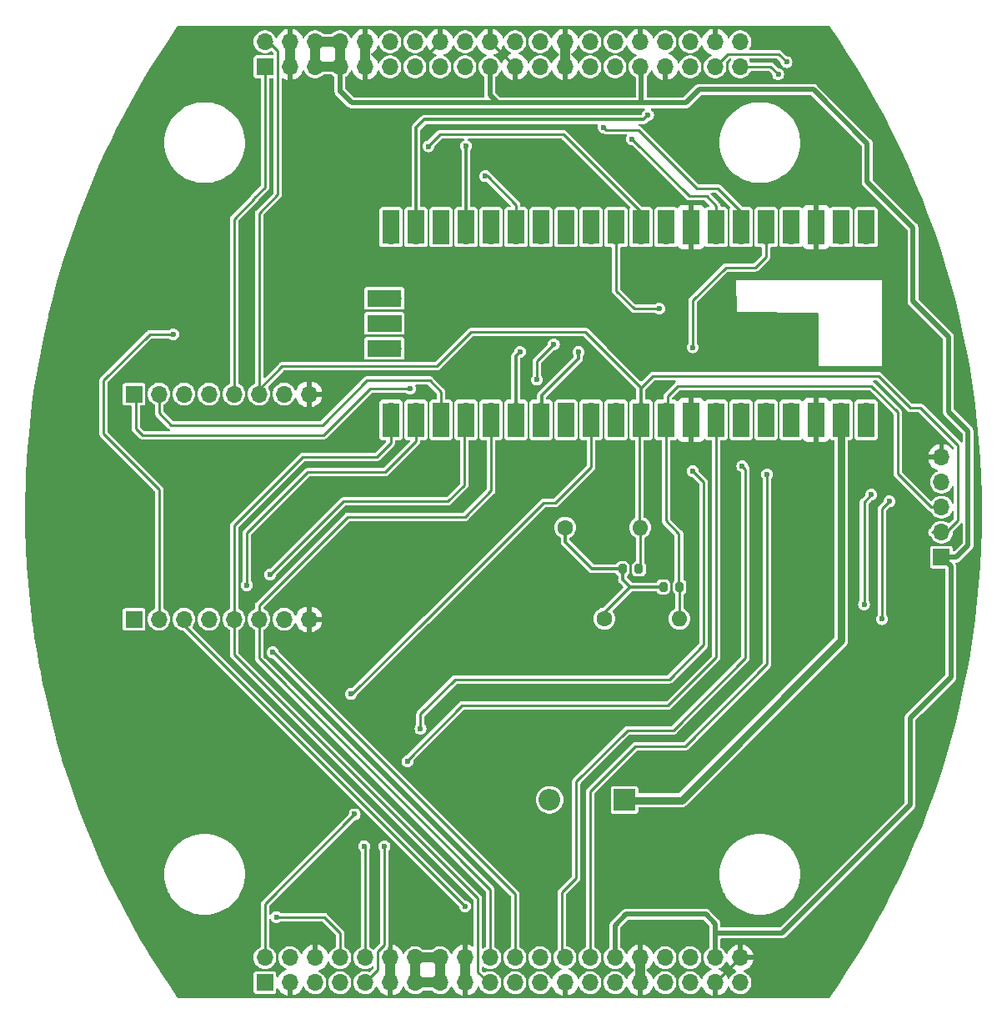
<source format=gbr>
%TF.GenerationSoftware,KiCad,Pcbnew,7.0.1*%
%TF.CreationDate,2023-09-04T23:27:21+05:00*%
%TF.ProjectId,smartcar_control_v1,736d6172-7463-4617-925f-636f6e74726f,rev?*%
%TF.SameCoordinates,Original*%
%TF.FileFunction,Copper,L1,Top*%
%TF.FilePolarity,Positive*%
%FSLAX46Y46*%
G04 Gerber Fmt 4.6, Leading zero omitted, Abs format (unit mm)*
G04 Created by KiCad (PCBNEW 7.0.1) date 2023-09-04 23:27:21*
%MOMM*%
%LPD*%
G01*
G04 APERTURE LIST*
G04 Aperture macros list*
%AMRoundRect*
0 Rectangle with rounded corners*
0 $1 Rounding radius*
0 $2 $3 $4 $5 $6 $7 $8 $9 X,Y pos of 4 corners*
0 Add a 4 corners polygon primitive as box body*
4,1,4,$2,$3,$4,$5,$6,$7,$8,$9,$2,$3,0*
0 Add four circle primitives for the rounded corners*
1,1,$1+$1,$2,$3*
1,1,$1+$1,$4,$5*
1,1,$1+$1,$6,$7*
1,1,$1+$1,$8,$9*
0 Add four rect primitives between the rounded corners*
20,1,$1+$1,$2,$3,$4,$5,0*
20,1,$1+$1,$4,$5,$6,$7,0*
20,1,$1+$1,$6,$7,$8,$9,0*
20,1,$1+$1,$8,$9,$2,$3,0*%
G04 Aperture macros list end*
%TA.AperFunction,ComponentPad*%
%ADD10R,1.700000X1.700000*%
%TD*%
%TA.AperFunction,ComponentPad*%
%ADD11O,1.700000X1.700000*%
%TD*%
%TA.AperFunction,SMDPad,CuDef*%
%ADD12RoundRect,0.200000X-0.200000X-0.275000X0.200000X-0.275000X0.200000X0.275000X-0.200000X0.275000X0*%
%TD*%
%TA.AperFunction,SMDPad,CuDef*%
%ADD13R,1.700000X3.500000*%
%TD*%
%TA.AperFunction,SMDPad,CuDef*%
%ADD14R,3.500000X1.700000*%
%TD*%
%TA.AperFunction,ComponentPad*%
%ADD15C,1.600000*%
%TD*%
%TA.AperFunction,ComponentPad*%
%ADD16O,1.600000X1.600000*%
%TD*%
%TA.AperFunction,ComponentPad*%
%ADD17R,2.200000X2.200000*%
%TD*%
%TA.AperFunction,ComponentPad*%
%ADD18O,2.200000X2.200000*%
%TD*%
%TA.AperFunction,ViaPad*%
%ADD19C,0.600000*%
%TD*%
%TA.AperFunction,Conductor*%
%ADD20C,0.500000*%
%TD*%
%TA.AperFunction,Conductor*%
%ADD21C,0.250000*%
%TD*%
%TA.AperFunction,Conductor*%
%ADD22C,1.000000*%
%TD*%
%TA.AperFunction,Conductor*%
%ADD23C,0.300000*%
%TD*%
%TA.AperFunction,Conductor*%
%ADD24C,0.800000*%
%TD*%
G04 APERTURE END LIST*
D10*
%TO.P,J6,1,Pin_1*%
%TO.N,SCL*%
X104800000Y-45500000D03*
D11*
%TO.P,J6,2,Pin_2*%
%TO.N,SDA*%
X104800000Y-42960000D03*
%TO.P,J6,3,Pin_3*%
%TO.N,GND*%
X107340000Y-45500000D03*
%TO.P,J6,4,Pin_4*%
X107340000Y-42960000D03*
%TO.P,J6,5,Pin_5*%
%TO.N,3v3*%
X109880000Y-45500000D03*
%TO.P,J6,6,Pin_6*%
X109880000Y-42960000D03*
%TO.P,J6,7,Pin_7*%
X112420000Y-45500000D03*
%TO.P,J6,8,Pin_8*%
X112420000Y-42960000D03*
%TO.P,J6,9,Pin_9*%
%TO.N,GND*%
X114960000Y-45500000D03*
%TO.P,J6,10,Pin_10*%
X114960000Y-42960000D03*
%TO.P,J6,11,Pin_11*%
%TO.N,unconnected-(J6-Pin_11-Pad11)*%
X117500000Y-45500000D03*
%TO.P,J6,12,Pin_12*%
%TO.N,unconnected-(J6-Pin_12-Pad12)*%
X117500000Y-42960000D03*
%TO.P,J6,13,Pin_13*%
%TO.N,unconnected-(J6-Pin_13-Pad13)*%
X120040000Y-45500000D03*
%TO.P,J6,14,Pin_14*%
%TO.N,unconnected-(J6-Pin_14-Pad14)*%
X120040000Y-42960000D03*
%TO.P,J6,15,Pin_15*%
%TO.N,/yellow_2*%
X122580000Y-45500000D03*
%TO.P,J6,16,Pin_16*%
%TO.N,GND*%
X122580000Y-42960000D03*
%TO.P,J6,17,Pin_17*%
%TO.N,/Green_2*%
X125120000Y-45500000D03*
%TO.P,J6,18,Pin_18*%
%TO.N,unconnected-(J6-Pin_18-Pad18)*%
X125120000Y-42960000D03*
%TO.P,J6,19,Pin_19*%
%TO.N,3v3*%
X127660000Y-45500000D03*
%TO.P,J6,20,Pin_20*%
%TO.N,GND*%
X127660000Y-42960000D03*
%TO.P,J6,21,Pin_21*%
X130200000Y-45500000D03*
%TO.P,J6,22,Pin_22*%
%TO.N,unconnected-(J6-Pin_22-Pad22)*%
X130200000Y-42960000D03*
%TO.P,J6,23,Pin_23*%
%TO.N,unconnected-(J6-Pin_23-Pad23)*%
X132740000Y-45500000D03*
%TO.P,J6,24,Pin_24*%
%TO.N,unconnected-(J6-Pin_24-Pad24)*%
X132740000Y-42960000D03*
%TO.P,J6,25,Pin_25*%
%TO.N,GND*%
X135280000Y-45500000D03*
%TO.P,J6,26,Pin_26*%
X135280000Y-42960000D03*
%TO.P,J6,27,Pin_27*%
%TO.N,/yellow_1*%
X137820000Y-45500000D03*
%TO.P,J6,28,Pin_28*%
%TO.N,unconnected-(J6-Pin_28-Pad28)*%
X137820000Y-42960000D03*
%TO.P,J6,29,Pin_29*%
%TO.N,/Green_1*%
X140360000Y-45500000D03*
%TO.P,J6,30,Pin_30*%
%TO.N,STBY_1*%
X140360000Y-42960000D03*
%TO.P,J6,31,Pin_31*%
%TO.N,3v3*%
X142900000Y-45500000D03*
%TO.P,J6,32,Pin_32*%
%TO.N,GND*%
X142900000Y-42960000D03*
%TO.P,J6,33,Pin_33*%
X145440000Y-45500000D03*
%TO.P,J6,34,Pin_34*%
%TO.N,BIN1_1*%
X145440000Y-42960000D03*
%TO.P,J6,35,Pin_35*%
%TO.N,PWMA_1*%
X147980000Y-45500000D03*
%TO.P,J6,36,Pin_36*%
%TO.N,BIN2_1*%
X147980000Y-42960000D03*
%TO.P,J6,37,Pin_37*%
%TO.N,AIN2_1*%
X150520000Y-45500000D03*
%TO.P,J6,38,Pin_38*%
%TO.N,GND*%
X150520000Y-42960000D03*
%TO.P,J6,39,Pin_39*%
%TO.N,AIN1_1*%
X153060000Y-45500000D03*
%TO.P,J6,40,Pin_40*%
%TO.N,PWMB_1*%
X153060000Y-42960000D03*
%TD*%
D10*
%TO.P,J7,1,Pin_1*%
%TO.N,unconnected-(J7-Pin_1-Pad1)*%
X104800000Y-138500000D03*
D11*
%TO.P,J7,2,Pin_2*%
%TO.N,PWMB_2*%
X104800000Y-135960000D03*
%TO.P,J7,3,Pin_3*%
%TO.N,GND*%
X107340000Y-138500000D03*
%TO.P,J7,4,Pin_4*%
%TO.N,BIN2_2*%
X107340000Y-135960000D03*
%TO.P,J7,5,Pin_5*%
%TO.N,BIN1_2*%
X109880000Y-138500000D03*
%TO.P,J7,6,Pin_6*%
%TO.N,GND*%
X109880000Y-135960000D03*
%TO.P,J7,7,Pin_7*%
%TO.N,STBY_2*%
X112420000Y-138500000D03*
%TO.P,J7,8,Pin_8*%
%TO.N,AIN1_2*%
X112420000Y-135960000D03*
%TO.P,J7,9,Pin_9*%
%TO.N,AIN2_2*%
X114960000Y-138500000D03*
%TO.P,J7,10,Pin_10*%
%TO.N,PWMA_2*%
X114960000Y-135960000D03*
%TO.P,J7,11,Pin_11*%
%TO.N,GND*%
X117500000Y-138500000D03*
%TO.P,J7,12,Pin_12*%
X117500000Y-135960000D03*
%TO.P,J7,13,Pin_13*%
%TO.N,+5V*%
X120040000Y-138500000D03*
%TO.P,J7,14,Pin_14*%
X120040000Y-135960000D03*
%TO.P,J7,15,Pin_15*%
X122580000Y-138500000D03*
%TO.P,J7,16,Pin_16*%
X122580000Y-135960000D03*
%TO.P,J7,17,Pin_17*%
%TO.N,GND*%
X125120000Y-138500000D03*
%TO.P,J7,18,Pin_18*%
X125120000Y-135960000D03*
%TO.P,J7,19,Pin_19*%
%TO.N,SPI_MISO*%
X127660000Y-138500000D03*
%TO.P,J7,20,Pin_20*%
%TO.N,SPI_MOSI*%
X127660000Y-135960000D03*
%TO.P,J7,21,Pin_21*%
%TO.N,unconnected-(J7-Pin_21-Pad21)*%
X130200000Y-138500000D03*
%TO.P,J7,22,Pin_22*%
%TO.N,SPI_SCK*%
X130200000Y-135960000D03*
%TO.P,J7,23,Pin_23*%
%TO.N,unconnected-(J7-Pin_23-Pad23)*%
X132740000Y-138500000D03*
%TO.P,J7,24,Pin_24*%
%TO.N,SPI_CS*%
X132740000Y-135960000D03*
%TO.P,J7,25,Pin_25*%
%TO.N,GND*%
X135280000Y-138500000D03*
%TO.P,J7,26,Pin_26*%
%TO.N,/yellow_4*%
X135280000Y-135960000D03*
%TO.P,J7,27,Pin_27*%
%TO.N,unconnected-(J7-Pin_27-Pad27)*%
X137820000Y-138500000D03*
%TO.P,J7,28,Pin_28*%
%TO.N,/Green_4*%
X137820000Y-135960000D03*
%TO.P,J7,29,Pin_29*%
%TO.N,unconnected-(J7-Pin_29-Pad29)*%
X140360000Y-138500000D03*
%TO.P,J7,30,Pin_30*%
%TO.N,3v3*%
X140360000Y-135960000D03*
%TO.P,J7,31,Pin_31*%
%TO.N,GND*%
X142900000Y-138500000D03*
%TO.P,J7,32,Pin_32*%
X142900000Y-135960000D03*
%TO.P,J7,33,Pin_33*%
%TO.N,unconnected-(J7-Pin_33-Pad33)*%
X145440000Y-138500000D03*
%TO.P,J7,34,Pin_34*%
%TO.N,/yellow_3*%
X145440000Y-135960000D03*
%TO.P,J7,35,Pin_35*%
%TO.N,unconnected-(J7-Pin_35-Pad35)*%
X147980000Y-138500000D03*
%TO.P,J7,36,Pin_36*%
%TO.N,/Green_3*%
X147980000Y-135960000D03*
%TO.P,J7,37,Pin_37*%
%TO.N,GND*%
X150520000Y-138500000D03*
%TO.P,J7,38,Pin_38*%
%TO.N,3v3*%
X150520000Y-135960000D03*
%TO.P,J7,39,Pin_39*%
%TO.N,unconnected-(J7-Pin_39-Pad39)*%
X153060000Y-138500000D03*
%TO.P,J7,40,Pin_40*%
%TO.N,GND*%
X153060000Y-135960000D03*
%TD*%
D12*
%TO.P,R11,1*%
%TO.N,3v3*%
X141125000Y-96490000D03*
%TO.P,R11,2*%
%TO.N,SDA*%
X142775000Y-96490000D03*
%TD*%
D11*
%TO.P,U3,1,GPIO0*%
%TO.N,/yellow_3*%
X165860000Y-62680000D03*
D13*
X165860000Y-61780000D03*
D11*
%TO.P,U3,2,GPIO1*%
%TO.N,/Green_3*%
X163320000Y-62680000D03*
D13*
X163320000Y-61780000D03*
D10*
%TO.P,U3,3,GND*%
%TO.N,GND*%
X160780000Y-62680000D03*
D13*
X160780000Y-61780000D03*
D11*
%TO.P,U3,4,GPIO2*%
%TO.N,AIN2_1*%
X158240000Y-62680000D03*
D13*
X158240000Y-61780000D03*
D11*
%TO.P,U3,5,GPIO3*%
%TO.N,AIN2_2*%
X155700000Y-62680000D03*
D13*
X155700000Y-61780000D03*
D11*
%TO.P,U3,6,GPIO4*%
%TO.N,/yellow_1*%
X153160000Y-62680000D03*
D13*
X153160000Y-61780000D03*
D11*
%TO.P,U3,7,GPIO5*%
%TO.N,/Green_1*%
X150620000Y-62680000D03*
D13*
X150620000Y-61780000D03*
D10*
%TO.P,U3,8,GND*%
%TO.N,GND*%
X148080000Y-62680000D03*
D13*
X148080000Y-61780000D03*
D11*
%TO.P,U3,9,GPIO6*%
%TO.N,AIN1_1*%
X145540000Y-62680000D03*
D13*
X145540000Y-61780000D03*
D11*
%TO.P,U3,10,GPIO7*%
%TO.N,AIN1_2*%
X143000000Y-62680000D03*
D13*
X143000000Y-61780000D03*
D11*
%TO.P,U3,11,GPIO8*%
%TO.N,/yellow_4*%
X140460000Y-62680000D03*
D13*
X140460000Y-61780000D03*
D11*
%TO.P,U3,12,GPIO9*%
%TO.N,/Green_4*%
X137920000Y-62680000D03*
D13*
X137920000Y-61780000D03*
D10*
%TO.P,U3,13,GND*%
%TO.N,AN*%
X135380000Y-62680000D03*
D13*
X135380000Y-61780000D03*
D11*
%TO.P,U3,14,GPIO10*%
%TO.N,BIN2_1*%
X132840000Y-62680000D03*
D13*
X132840000Y-61780000D03*
D11*
%TO.P,U3,15,GPIO11*%
%TO.N,BIN2_2*%
X130300000Y-62680000D03*
D13*
X130300000Y-61780000D03*
D11*
%TO.P,U3,16,GPIO12*%
%TO.N,/yellow_2*%
X127760000Y-62680000D03*
D13*
X127760000Y-61780000D03*
D11*
%TO.P,U3,17,GPIO13*%
%TO.N,/Green_2*%
X125220000Y-62680000D03*
D13*
X125220000Y-61780000D03*
D10*
%TO.P,U3,18,GND*%
%TO.N,RST*%
X122680000Y-62680000D03*
D13*
X122680000Y-61780000D03*
D11*
%TO.P,U3,19,GPIO14*%
%TO.N,BIN1_1*%
X120140000Y-62680000D03*
D13*
X120140000Y-61780000D03*
D11*
%TO.P,U3,20,GPIO15*%
%TO.N,BIN1_2*%
X117600000Y-62680000D03*
D13*
X117600000Y-61780000D03*
D11*
%TO.P,U3,21,GPIO16*%
%TO.N,SPI_MISO*%
X117600000Y-80460000D03*
D13*
X117600000Y-81360000D03*
D11*
%TO.P,U3,22,GPIO17*%
%TO.N,SPI_CS*%
X120140000Y-80460000D03*
D13*
X120140000Y-81360000D03*
D10*
%TO.P,U3,23,GND*%
%TO.N,INT*%
X122680000Y-80460000D03*
D13*
X122680000Y-81360000D03*
D11*
%TO.P,U3,24,GPIO18*%
%TO.N,SPI_SCK*%
X125220000Y-80460000D03*
D13*
X125220000Y-81360000D03*
D11*
%TO.P,U3,25,GPIO19*%
%TO.N,SPI_MOSI*%
X127760000Y-80460000D03*
D13*
X127760000Y-81360000D03*
D11*
%TO.P,U3,26,GPIO20*%
%TO.N,PWMA_1*%
X130300000Y-80460000D03*
D13*
X130300000Y-81360000D03*
D11*
%TO.P,U3,27,GPIO21*%
%TO.N,PWMB_1*%
X132840000Y-80460000D03*
D13*
X132840000Y-81360000D03*
D10*
%TO.P,U3,28,GND*%
%TO.N,PWM_MIKRO_1*%
X135380000Y-80460000D03*
D13*
X135380000Y-81360000D03*
D11*
%TO.P,U3,29,GPIO22*%
%TO.N,PWMA_2*%
X137920000Y-80460000D03*
D13*
X137920000Y-81360000D03*
D11*
%TO.P,U3,30,RUN*%
%TO.N,unconnected-(U3-RUN-Pad30)*%
X140460000Y-80460000D03*
D13*
X140460000Y-81360000D03*
D11*
%TO.P,U3,31,GPIO26_ADC0*%
%TO.N,SDA*%
X143000000Y-80460000D03*
D13*
X143000000Y-81360000D03*
D11*
%TO.P,U3,32,GPIO27_ADC1*%
%TO.N,SCL*%
X145540000Y-80460000D03*
D13*
X145540000Y-81360000D03*
D10*
%TO.P,U3,33,AGND*%
%TO.N,GND*%
X148080000Y-80460000D03*
D13*
X148080000Y-81360000D03*
D11*
%TO.P,U3,34,GPIO28_ADC2*%
%TO.N,PWMB_2*%
X150620000Y-80460000D03*
D13*
X150620000Y-81360000D03*
D11*
%TO.P,U3,35,ADC_VREF*%
%TO.N,unconnected-(U3-ADC_VREF-Pad35)*%
X153160000Y-80460000D03*
D13*
X153160000Y-81360000D03*
D11*
%TO.P,U3,36,3V3*%
%TO.N,unconnected-(U3-3V3-Pad36)*%
X155700000Y-80460000D03*
D13*
X155700000Y-81360000D03*
D11*
%TO.P,U3,37,3V3_EN*%
%TO.N,unconnected-(U3-3V3_EN-Pad37)*%
X158240000Y-80460000D03*
D13*
X158240000Y-81360000D03*
D10*
%TO.P,U3,38,GND*%
%TO.N,GND*%
X160780000Y-80460000D03*
D13*
X160780000Y-81360000D03*
D11*
%TO.P,U3,39,VSYS*%
%TO.N,Net-(D1-K)*%
X163320000Y-80460000D03*
D13*
X163320000Y-81360000D03*
D11*
%TO.P,U3,40,VBUS*%
%TO.N,unconnected-(U3-VBUS-Pad40)*%
X165860000Y-80460000D03*
D13*
X165860000Y-81360000D03*
D11*
%TO.P,U3,41,SWCLK*%
%TO.N,unconnected-(U3-SWCLK-Pad41)*%
X117830000Y-69030000D03*
D14*
X116930000Y-69030000D03*
D10*
%TO.P,U3,42,GND*%
%TO.N,unconnected-(U3-GND-Pad42)*%
X117830000Y-71570000D03*
D14*
X116930000Y-71570000D03*
D11*
%TO.P,U3,43,SWDIO*%
%TO.N,unconnected-(U3-SWDIO-Pad43)*%
X117830000Y-74110000D03*
D14*
X116930000Y-74110000D03*
%TD*%
D10*
%TO.P,J1,1,Pin_1*%
%TO.N,3v3*%
X173520000Y-95310000D03*
D11*
%TO.P,J1,2,Pin_2*%
%TO.N,SDA*%
X173520000Y-92770000D03*
%TO.P,J1,3,Pin_3*%
%TO.N,SCL*%
X173520000Y-90230000D03*
%TO.P,J1,4,Pin_4*%
%TO.N,INT*%
X173520000Y-87690000D03*
%TO.P,J1,5,Pin_5*%
%TO.N,GND*%
X173520000Y-85150000D03*
%TD*%
D15*
%TO.P,R1,1*%
%TO.N,3v3*%
X139260000Y-101550000D03*
D16*
%TO.P,R1,2*%
%TO.N,SCL*%
X146880000Y-101550000D03*
%TD*%
D15*
%TO.P,R2,1*%
%TO.N,3v3*%
X135290000Y-92300000D03*
D16*
%TO.P,R2,2*%
%TO.N,SDA*%
X142910000Y-92300000D03*
%TD*%
D10*
%TO.P,U1,1,AN*%
%TO.N,AN*%
X91500000Y-101600000D03*
D11*
%TO.P,U1,2,RST*%
%TO.N,RST*%
X94040000Y-101600000D03*
%TO.P,U1,3,CS*%
%TO.N,SPI_CS*%
X96580000Y-101600000D03*
%TO.P,U1,4,SCK*%
%TO.N,SPI_SCK*%
X99120000Y-101600000D03*
%TO.P,U1,5,MISO*%
%TO.N,SPI_MISO*%
X101660000Y-101600000D03*
%TO.P,U1,6,MOSI*%
%TO.N,SPI_MOSI*%
X104200000Y-101600000D03*
%TO.P,U1,7,+3v3*%
%TO.N,3v3*%
X106740000Y-101600000D03*
%TO.P,U1,8,GND*%
%TO.N,GND*%
X109280000Y-101600000D03*
%TO.P,U1,9,GND*%
X109280000Y-78740000D03*
%TO.P,U1,10,+5V*%
%TO.N,+5V*%
X106740000Y-78740000D03*
%TO.P,U1,11,SDA*%
%TO.N,SDA*%
X104200000Y-78740000D03*
%TO.P,U1,12,SCL*%
%TO.N,SCL*%
X101660000Y-78740000D03*
%TO.P,U1,13,Tx*%
%TO.N,NC*%
X99120000Y-78740000D03*
%TO.P,U1,14,Rx*%
X96580000Y-78740000D03*
%TO.P,U1,15,INT*%
%TO.N,INT*%
X94040000Y-78740000D03*
D10*
%TO.P,U1,16,PWM*%
%TO.N,PWM_MIKRO_1*%
X91500000Y-78740000D03*
%TD*%
D12*
%TO.P,R10,1*%
%TO.N,3v3*%
X145255000Y-98320000D03*
%TO.P,R10,2*%
%TO.N,SCL*%
X146905000Y-98320000D03*
%TD*%
D17*
%TO.P,D1,1,K*%
%TO.N,Net-(D1-K)*%
X141330000Y-119930000D03*
D18*
%TO.P,D1,2,A*%
%TO.N,+5V*%
X133710000Y-119930000D03*
%TD*%
D19*
%TO.N,GND*%
X113290000Y-61200000D03*
X92410000Y-94070000D03*
X145310000Y-47600000D03*
X129940000Y-123310000D03*
X126490000Y-73860000D03*
X116210000Y-47810000D03*
X129270000Y-114610000D03*
X95430000Y-94270000D03*
X166280000Y-50820000D03*
X98510000Y-45750000D03*
X158880000Y-86780000D03*
X172940000Y-75930000D03*
X109770000Y-49430000D03*
X128890000Y-123300000D03*
X136530000Y-133200000D03*
X127840000Y-73890000D03*
X109850000Y-50630000D03*
X120760000Y-47520000D03*
X129720000Y-113670000D03*
X165380000Y-49750000D03*
X165410000Y-86650000D03*
X128560000Y-113670000D03*
X95460000Y-92890000D03*
X92460000Y-92720000D03*
X159240000Y-95790000D03*
X144590000Y-124350000D03*
X130250000Y-47540000D03*
X129460000Y-124260000D03*
X172960000Y-76980000D03*
X113960000Y-60530000D03*
X158230000Y-85940000D03*
X143130000Y-124360000D03*
X159170000Y-97220000D03*
X141450000Y-47650000D03*
X99910000Y-45870000D03*
%TO.N,/Green_2*%
X125220000Y-53550000D03*
%TO.N,/yellow_1*%
X139190000Y-51650000D03*
%TO.N,/Green_1*%
X142085000Y-52845000D03*
%TO.N,BIN1_1*%
X143710000Y-50400000D03*
%TO.N,PWMA_1*%
X130710000Y-74440000D03*
%TO.N,AIN2_1*%
X157780000Y-45030000D03*
%TO.N,AIN1_1*%
X156930000Y-46270000D03*
%TO.N,PWMB_1*%
X136650000Y-74480000D03*
%TO.N,PWMB_2*%
X119265000Y-116055000D03*
X113915000Y-121405000D03*
%TO.N,BIN2_2*%
X127190000Y-56620000D03*
%TO.N,AIN1_2*%
X121390000Y-53590000D03*
X105960000Y-131830000D03*
%TO.N,AIN2_2*%
X148250000Y-86560000D03*
X116950000Y-124670000D03*
X148230000Y-74000000D03*
X120600000Y-112730000D03*
%TO.N,PWMA_2*%
X114870000Y-124640000D03*
X113530000Y-109200000D03*
%TO.N,/yellow_4*%
X153280000Y-86080000D03*
X144850000Y-70080000D03*
%TO.N,/Green_4*%
X155810000Y-86880000D03*
%TO.N,/yellow_3*%
X166380000Y-88960000D03*
X165650000Y-100090000D03*
%TO.N,/Green_3*%
X168210000Y-89640000D03*
X167460000Y-101590000D03*
%TO.N,SPI_SCK*%
X105610000Y-104970000D03*
X105320000Y-97070000D03*
%TO.N,SPI_CS*%
X125110000Y-130740000D03*
X102960000Y-98140000D03*
%TO.N,AN*%
X134140000Y-73700000D03*
X132410000Y-77280000D03*
%TO.N,RST*%
X95490000Y-72670000D03*
%TO.N,PWM_MIKRO_1*%
X119550000Y-78200000D03*
%TD*%
D20*
%TO.N,3v3*%
X175010000Y-95310000D02*
X173520000Y-95310000D01*
X176200000Y-94120000D02*
X175010000Y-95310000D01*
X176200000Y-82510000D02*
X176200000Y-94120000D01*
X174230000Y-72930000D02*
X174230000Y-80540000D01*
X170610000Y-69310000D02*
X174230000Y-72930000D01*
X165960000Y-57200000D02*
X170610000Y-61850000D01*
X170610000Y-61850000D02*
X170610000Y-69310000D01*
X165960000Y-53280000D02*
X165960000Y-57200000D01*
X148900000Y-47820000D02*
X160500000Y-47820000D01*
X147550000Y-49170000D02*
X148900000Y-47820000D01*
X174230000Y-80540000D02*
X176200000Y-82510000D01*
X160500000Y-47820000D02*
X165960000Y-53280000D01*
X143070000Y-49170000D02*
X147550000Y-49170000D01*
D21*
%TO.N,GND*%
X122580000Y-42960000D02*
X121310000Y-44230000D01*
X150520000Y-138500000D02*
X153060000Y-135960000D01*
X130200000Y-45500000D02*
X127660000Y-42960000D01*
X130200000Y-45500000D02*
X130200000Y-47490000D01*
D22*
X114960000Y-45500000D02*
X114960000Y-42960000D01*
D21*
X130200000Y-47490000D02*
X130250000Y-47540000D01*
D22*
X125120000Y-138500000D02*
X125120000Y-135960000D01*
D21*
X121310000Y-46970000D02*
X120760000Y-47520000D01*
D22*
X107340000Y-45500000D02*
X107340000Y-42960000D01*
X117500000Y-138500000D02*
X117500000Y-135960000D01*
D21*
X121310000Y-44230000D02*
X121310000Y-46970000D01*
X122580000Y-42960000D02*
X122580000Y-42600000D01*
D22*
X135280000Y-45500000D02*
X135280000Y-42960000D01*
X142900000Y-138500000D02*
X142900000Y-135960000D01*
D21*
%TO.N,SCL*%
X101660000Y-60960000D02*
X103740000Y-58880000D01*
X103740000Y-58880000D02*
X103740000Y-58810000D01*
X172480000Y-90230000D02*
X173520000Y-90230000D01*
X169040000Y-80550000D02*
X169040000Y-86790000D01*
X146730000Y-77910000D02*
X166400000Y-77910000D01*
X104800000Y-57750000D02*
X104800000Y-45500000D01*
X145700000Y-80300000D02*
X145700000Y-78940000D01*
X166400000Y-77910000D02*
X169040000Y-80550000D01*
X145540000Y-80460000D02*
X145700000Y-80300000D01*
X146850000Y-92900000D02*
X146850000Y-98265000D01*
X145700000Y-78940000D02*
X146730000Y-77910000D01*
X169040000Y-86790000D02*
X172480000Y-90230000D01*
X146905000Y-98320000D02*
X146925000Y-98340000D01*
X146850000Y-98265000D02*
X146905000Y-98320000D01*
X146925000Y-98340000D02*
X146925000Y-101505000D01*
X103740000Y-58810000D02*
X104800000Y-57750000D01*
X146925000Y-101505000D02*
X146880000Y-101550000D01*
X145540000Y-80460000D02*
X145540000Y-91590000D01*
X145540000Y-91590000D02*
X146850000Y-92900000D01*
X101660000Y-78740000D02*
X101660000Y-60960000D01*
%TO.N,SDA*%
X144180000Y-76930000D02*
X143000000Y-78110000D01*
X173520000Y-92770000D02*
X173960000Y-92770000D01*
X104200000Y-78270000D02*
X104200000Y-78740000D01*
X142775000Y-96490000D02*
X142910000Y-96355000D01*
X137360000Y-72450000D02*
X125750000Y-72450000D01*
X175190000Y-91540000D02*
X175190000Y-83950000D01*
X106090000Y-58490000D02*
X104200000Y-60380000D01*
X142840000Y-80620000D02*
X143000000Y-80460000D01*
X105120000Y-42960000D02*
X106090000Y-43930000D01*
X125750000Y-72450000D02*
X124890000Y-73310000D01*
X106540000Y-75930000D02*
X104200000Y-78270000D01*
X124880000Y-73310000D02*
X122260000Y-75930000D01*
X124890000Y-73310000D02*
X124880000Y-73310000D01*
X142840000Y-92230000D02*
X142840000Y-80620000D01*
X104800000Y-42960000D02*
X105120000Y-42960000D01*
X143000000Y-80460000D02*
X142940000Y-80400000D01*
X173960000Y-92770000D02*
X175190000Y-91540000D01*
X167120000Y-76930000D02*
X144180000Y-76930000D01*
X142910000Y-96355000D02*
X142910000Y-92300000D01*
X106090000Y-43930000D02*
X106090000Y-58490000D01*
X143000000Y-78110000D02*
X143000000Y-80460000D01*
X172580000Y-92770000D02*
X173520000Y-92770000D01*
X104200000Y-78270000D02*
X104200000Y-78740000D01*
X104200000Y-60380000D02*
X104200000Y-78270000D01*
X142940000Y-78030000D02*
X137360000Y-72450000D01*
X142910000Y-92300000D02*
X142840000Y-92230000D01*
X122260000Y-75930000D02*
X106540000Y-75930000D01*
X142940000Y-80400000D02*
X142940000Y-78030000D01*
X175190000Y-83950000D02*
X171370000Y-80130000D01*
X171370000Y-80130000D02*
X170320000Y-80130000D01*
X170320000Y-80130000D02*
X167120000Y-76930000D01*
D23*
%TO.N,/Green_2*%
X125220000Y-53550000D02*
X125220000Y-62680000D01*
D21*
%TO.N,/yellow_1*%
X150810000Y-57890000D02*
X153160000Y-60240000D01*
X142740000Y-51930000D02*
X148700000Y-57890000D01*
X139190000Y-51650000D02*
X139470000Y-51930000D01*
X139470000Y-51930000D02*
X142740000Y-51930000D01*
X153160000Y-60240000D02*
X153160000Y-62680000D01*
X148700000Y-57890000D02*
X150810000Y-57890000D01*
%TO.N,/Green_1*%
X150650000Y-59650000D02*
X150650000Y-62650000D01*
X142085000Y-52845000D02*
X147900000Y-58660000D01*
X150650000Y-62650000D02*
X150620000Y-62680000D01*
X149660000Y-58660000D02*
X150650000Y-59650000D01*
X147900000Y-58660000D02*
X149660000Y-58660000D01*
D23*
%TO.N,BIN1_1*%
X143710000Y-50400000D02*
X143240000Y-50870000D01*
X120140000Y-51710000D02*
X120140000Y-62680000D01*
X120980000Y-50870000D02*
X120140000Y-51710000D01*
X143240000Y-50870000D02*
X120980000Y-50870000D01*
%TO.N,PWMA_1*%
X130280000Y-80440000D02*
X130300000Y-80460000D01*
X130710000Y-74440000D02*
X130280000Y-74870000D01*
X130280000Y-74870000D02*
X130280000Y-80440000D01*
D21*
%TO.N,AIN2_1*%
X156980000Y-44230000D02*
X151790000Y-44230000D01*
X157780000Y-45030000D02*
X156980000Y-44230000D01*
X151790000Y-44230000D02*
X150520000Y-45500000D01*
%TO.N,AIN1_1*%
X153060000Y-45500000D02*
X156160000Y-45500000D01*
X156160000Y-45500000D02*
X156930000Y-46270000D01*
D23*
%TO.N,PWMB_1*%
X132890000Y-78860000D02*
X132890000Y-80410000D01*
X136650000Y-75100000D02*
X132890000Y-78860000D01*
X136650000Y-74480000D02*
X136650000Y-75100000D01*
X132890000Y-80410000D02*
X132840000Y-80460000D01*
D21*
%TO.N,PWMB_2*%
X145730000Y-110360000D02*
X150620000Y-105470000D01*
X104800000Y-130520000D02*
X104800000Y-135960000D01*
X113915000Y-121405000D02*
X104800000Y-130520000D01*
X150620000Y-105470000D02*
X150620000Y-80460000D01*
X119265000Y-116055000D02*
X119265000Y-115925000D01*
X124830000Y-110360000D02*
X145730000Y-110360000D01*
X119265000Y-115925000D02*
X124830000Y-110360000D01*
%TO.N,BIN2_2*%
X130300000Y-62680000D02*
X130300000Y-59520000D01*
X127400000Y-56620000D02*
X127190000Y-56620000D01*
X130300000Y-59520000D02*
X127400000Y-56620000D01*
%TO.N,AIN1_2*%
X143000000Y-62680000D02*
X143000000Y-60260000D01*
X112420000Y-133440000D02*
X112420000Y-135960000D01*
X105960000Y-131830000D02*
X110810000Y-131830000D01*
X143000000Y-60260000D02*
X135120000Y-52380000D01*
X122570000Y-52380000D02*
X121390000Y-53560000D01*
X110810000Y-131830000D02*
X112420000Y-133440000D01*
X135120000Y-52380000D02*
X122570000Y-52380000D01*
X121390000Y-53560000D02*
X121390000Y-53590000D01*
%TO.N,AIN2_2*%
X116950000Y-134620000D02*
X116950000Y-124670000D01*
X116260000Y-137200000D02*
X116260000Y-135310000D01*
X151600000Y-65870000D02*
X154630000Y-65870000D01*
X120600000Y-112730000D02*
X120600000Y-111230000D01*
X149340000Y-104210000D02*
X149340000Y-87650000D01*
X148230000Y-74000000D02*
X148230000Y-69240000D01*
X114960000Y-138500000D02*
X116260000Y-137200000D01*
X154630000Y-65870000D02*
X155700000Y-64800000D01*
X149340000Y-87650000D02*
X148250000Y-86560000D01*
X148230000Y-69240000D02*
X151600000Y-65870000D01*
X116260000Y-135310000D02*
X116950000Y-134620000D01*
X120600000Y-111230000D02*
X124120000Y-107710000D01*
X145840000Y-107710000D02*
X149340000Y-104210000D01*
X155700000Y-64800000D02*
X155700000Y-62680000D01*
X124120000Y-107710000D02*
X145840000Y-107710000D01*
%TO.N,PWMA_2*%
X133120000Y-89780000D02*
X121260000Y-101640000D01*
X114960000Y-124730000D02*
X114960000Y-135960000D01*
X114870000Y-124640000D02*
X114960000Y-124730000D01*
X121260000Y-101640000D02*
X121200000Y-101640000D01*
X137920000Y-86160000D02*
X134300000Y-89780000D01*
X137920000Y-80460000D02*
X137920000Y-86160000D01*
X134300000Y-89780000D02*
X133120000Y-89780000D01*
X121200000Y-101640000D02*
X113640000Y-109200000D01*
X113640000Y-109200000D02*
X113530000Y-109200000D01*
D22*
%TO.N,+5V*%
X122580000Y-135960000D02*
X122580000Y-138500000D01*
X122580000Y-138500000D02*
X120040000Y-138500000D01*
X120040000Y-138500000D02*
X120040000Y-135960000D01*
X120040000Y-135960000D02*
X122580000Y-135960000D01*
D21*
%TO.N,/yellow_4*%
X135280000Y-135960000D02*
X134970000Y-135650000D01*
X134970000Y-129310000D02*
X136430000Y-127850000D01*
X142300000Y-70080000D02*
X140460000Y-68240000D01*
X144850000Y-70080000D02*
X142300000Y-70080000D01*
X141620000Y-112880000D02*
X146290000Y-112880000D01*
X153620000Y-105550000D02*
X153620000Y-86420000D01*
X136430000Y-127850000D02*
X136430000Y-118070000D01*
X146290000Y-112880000D02*
X153620000Y-105550000D01*
X136430000Y-118070000D02*
X141620000Y-112880000D01*
X134970000Y-135650000D02*
X134970000Y-129310000D01*
X140460000Y-68240000D02*
X140460000Y-62680000D01*
X153620000Y-86420000D02*
X153280000Y-86080000D01*
%TO.N,/Green_4*%
X142415000Y-114505000D02*
X147455000Y-114505000D01*
X147455000Y-114505000D02*
X155810000Y-106150000D01*
X137820000Y-119100000D02*
X142415000Y-114505000D01*
X155810000Y-106150000D02*
X155810000Y-86880000D01*
X137820000Y-135960000D02*
X137820000Y-119100000D01*
%TO.N,/yellow_3*%
X166380000Y-88960000D02*
X165650000Y-89690000D01*
X165650000Y-89690000D02*
X165650000Y-100090000D01*
%TO.N,/Green_3*%
X168210000Y-89640000D02*
X167460000Y-90390000D01*
X167460000Y-90390000D02*
X167460000Y-101590000D01*
D24*
%TO.N,Net-(D1-K)*%
X147110000Y-119990000D02*
X163320000Y-103780000D01*
X141330000Y-119930000D02*
X141390000Y-119990000D01*
X141390000Y-119990000D02*
X147110000Y-119990000D01*
X163320000Y-103780000D02*
X163320000Y-80460000D01*
D20*
%TO.N,3v3*%
X143030000Y-45630000D02*
X143030000Y-49130000D01*
D22*
X112420000Y-42960000D02*
X109880000Y-42960000D01*
D20*
X157330000Y-133430000D02*
X170310000Y-120450000D01*
D23*
X141125000Y-96490000D02*
X141105000Y-96470000D01*
D20*
X150520000Y-132510000D02*
X149570000Y-131560000D01*
D22*
X112420000Y-45500000D02*
X112420000Y-42960000D01*
D20*
X170310000Y-111630000D02*
X174460000Y-107480000D01*
X128420000Y-49170000D02*
X143070000Y-49170000D01*
X113600000Y-49170000D02*
X112430000Y-48000000D01*
D22*
X112420000Y-45500000D02*
X109880000Y-45500000D01*
D20*
X112430000Y-48000000D02*
X112420000Y-48010000D01*
X127660000Y-45500000D02*
X127660000Y-48410000D01*
D23*
X138020000Y-96470000D02*
X135290000Y-93740000D01*
D20*
X170310000Y-120450000D02*
X170310000Y-111630000D01*
X150520000Y-135960000D02*
X150520000Y-133430000D01*
D23*
X139260000Y-100940000D02*
X141880000Y-98320000D01*
D20*
X112420000Y-48010000D02*
X112420000Y-45500000D01*
D22*
X109880000Y-45500000D02*
X109880000Y-42960000D01*
D20*
X128420000Y-49170000D02*
X113600000Y-49170000D01*
D23*
X141105000Y-96470000D02*
X138020000Y-96470000D01*
D20*
X127660000Y-48410000D02*
X128420000Y-49170000D01*
X142900000Y-45500000D02*
X143030000Y-45630000D01*
X150520000Y-133430000D02*
X157330000Y-133430000D01*
X149570000Y-131560000D02*
X141470000Y-131560000D01*
X143030000Y-49130000D02*
X143070000Y-49170000D01*
D23*
X139260000Y-101550000D02*
X139260000Y-100940000D01*
D20*
X140360000Y-132670000D02*
X140360000Y-135960000D01*
X141470000Y-131560000D02*
X140360000Y-132670000D01*
X174460000Y-107480000D02*
X174460000Y-96250000D01*
D23*
X141880000Y-98320000D02*
X145255000Y-98320000D01*
D20*
X174460000Y-96250000D02*
X173520000Y-95310000D01*
X150520000Y-133430000D02*
X150520000Y-132510000D01*
D23*
X141125000Y-97565000D02*
X141880000Y-98320000D01*
X135290000Y-93740000D02*
X135290000Y-92300000D01*
X141125000Y-96490000D02*
X141125000Y-97565000D01*
D21*
%TO.N,INT*%
X122680000Y-78510000D02*
X122680000Y-80460000D01*
X94040000Y-78740000D02*
X94040000Y-80680000D01*
X115170000Y-77370000D02*
X121540000Y-77370000D01*
X121540000Y-77370000D02*
X122680000Y-78510000D01*
X95240000Y-81880000D02*
X110660000Y-81880000D01*
X94040000Y-80680000D02*
X95240000Y-81880000D01*
X110660000Y-81880000D02*
X115170000Y-77370000D01*
%TO.N,SPI_MISO*%
X127660000Y-138500000D02*
X127480000Y-138500000D01*
X127480000Y-138500000D02*
X126410000Y-137430000D01*
X116140000Y-85120000D02*
X108630000Y-85120000D01*
X101660000Y-92090000D02*
X101660000Y-101600000D01*
X108630000Y-85120000D02*
X101660000Y-92090000D01*
X117600000Y-83660000D02*
X116140000Y-85120000D01*
X101660000Y-105170000D02*
X101660000Y-101600000D01*
X117600000Y-80460000D02*
X117600000Y-83660000D01*
X126410000Y-137430000D02*
X126410000Y-129920000D01*
X126410000Y-129920000D02*
X101660000Y-105170000D01*
%TO.N,SPI_MOSI*%
X104200000Y-101600000D02*
X104200000Y-105570000D01*
X125110000Y-91210000D02*
X127770000Y-88550000D01*
X104200000Y-101600000D02*
X104200000Y-100200000D01*
X113190000Y-91210000D02*
X125110000Y-91210000D01*
X127660000Y-129030000D02*
X127660000Y-135960000D01*
X104200000Y-100200000D02*
X113190000Y-91210000D01*
X104200000Y-105570000D02*
X127660000Y-129030000D01*
X127770000Y-88550000D02*
X127760000Y-88540000D01*
X127760000Y-88540000D02*
X127760000Y-80460000D01*
%TO.N,SPI_SCK*%
X105610000Y-104970000D02*
X105670000Y-104970000D01*
X123380000Y-89650000D02*
X125060000Y-87970000D01*
X130190000Y-129490000D02*
X130190000Y-135950000D01*
X112740000Y-89650000D02*
X123380000Y-89650000D01*
X105320000Y-97070000D02*
X112740000Y-89650000D01*
X125060000Y-87970000D02*
X125060000Y-80620000D01*
X130190000Y-135950000D02*
X130200000Y-135960000D01*
X125060000Y-80620000D02*
X125220000Y-80460000D01*
X105670000Y-104970000D02*
X130190000Y-129490000D01*
%TO.N,SPI_CS*%
X120140000Y-80460000D02*
X120140000Y-83540000D01*
X109120000Y-86680000D02*
X102960000Y-92840000D01*
X96580000Y-102210000D02*
X96580000Y-101600000D01*
X117000000Y-86680000D02*
X109120000Y-86680000D01*
X120140000Y-83540000D02*
X117000000Y-86680000D01*
X125110000Y-130740000D02*
X96580000Y-102210000D01*
X102960000Y-92840000D02*
X102960000Y-98140000D01*
%TO.N,AN*%
X132410000Y-75430000D02*
X134140000Y-73700000D01*
X132410000Y-77280000D02*
X132410000Y-75430000D01*
%TO.N,RST*%
X93090000Y-72670000D02*
X88420000Y-77340000D01*
X95490000Y-72670000D02*
X93090000Y-72670000D01*
X88420000Y-77340000D02*
X88420000Y-82790000D01*
X94040000Y-88410000D02*
X94040000Y-101600000D01*
X88420000Y-82790000D02*
X94040000Y-88410000D01*
%TO.N,PWM_MIKRO_1*%
X91500000Y-78740000D02*
X91660000Y-78900000D01*
X91660000Y-78900000D02*
X91660000Y-82230000D01*
X91660000Y-82230000D02*
X92330000Y-82900000D01*
X115480000Y-78200000D02*
X119550000Y-78200000D01*
X92330000Y-82900000D02*
X110780000Y-82900000D01*
X110780000Y-82900000D02*
X115480000Y-78200000D01*
%TD*%
%TA.AperFunction,Conductor*%
%TO.N,GND*%
G36*
X151748534Y-136349323D02*
G01*
X151780040Y-136399127D01*
X151786569Y-136423492D01*
X151886398Y-136637576D01*
X152021887Y-136831074D01*
X152188925Y-136998112D01*
X152382423Y-137133601D01*
X152596505Y-137233429D01*
X152627696Y-137241787D01*
X152678963Y-137275051D01*
X152700930Y-137332080D01*
X152685227Y-137391141D01*
X152637837Y-137429729D01*
X152544978Y-137465703D01*
X152363699Y-137577946D01*
X152206125Y-137721595D01*
X152077634Y-137891743D01*
X151984206Y-138079375D01*
X151943426Y-138121920D01*
X151885692Y-138133751D01*
X151831463Y-138110675D01*
X151799958Y-138060870D01*
X151793429Y-138036504D01*
X151693601Y-137822424D01*
X151558112Y-137628925D01*
X151391074Y-137461887D01*
X151197576Y-137326398D01*
X150983491Y-137226568D01*
X150952301Y-137218211D01*
X150901035Y-137184946D01*
X150879069Y-137127918D01*
X150894773Y-137068857D01*
X150942162Y-137030270D01*
X151035019Y-136994298D01*
X151216302Y-136882052D01*
X151373872Y-136738407D01*
X151502366Y-136568255D01*
X151595795Y-136380621D01*
X151636573Y-136338079D01*
X151694306Y-136326247D01*
X151748534Y-136349323D01*
G37*
%TD.AperFunction*%
%TA.AperFunction,Conductor*%
G36*
X166940630Y-77363036D02*
G01*
X166972748Y-77384496D01*
X169971472Y-80383220D01*
X169971471Y-80383220D01*
X170030912Y-80442660D01*
X170066780Y-80478528D01*
X170090055Y-80490387D01*
X170103284Y-80498494D01*
X170124419Y-80513849D01*
X170145484Y-80520693D01*
X170149248Y-80521916D01*
X170163603Y-80527862D01*
X170186872Y-80539718D01*
X170186874Y-80539719D01*
X170211981Y-80543694D01*
X170212664Y-80543803D01*
X170227774Y-80547431D01*
X170252606Y-80555500D01*
X170252607Y-80555500D01*
X170286512Y-80555500D01*
X170387393Y-80555500D01*
X171152744Y-80555500D01*
X171190630Y-80563036D01*
X171222748Y-80584496D01*
X174735504Y-84097252D01*
X174756964Y-84129370D01*
X174764500Y-84167256D01*
X174764500Y-84259690D01*
X174752087Y-84307686D01*
X174717962Y-84343647D01*
X174670681Y-84358554D01*
X174622101Y-84348671D01*
X174584404Y-84316474D01*
X174558112Y-84278925D01*
X174391074Y-84111887D01*
X174197576Y-83976398D01*
X173983495Y-83876570D01*
X173770000Y-83819364D01*
X173770000Y-85301000D01*
X173756737Y-85350500D01*
X173720500Y-85386737D01*
X173671000Y-85400000D01*
X172189364Y-85400000D01*
X172246570Y-85613495D01*
X172346398Y-85827576D01*
X172481887Y-86021074D01*
X172648925Y-86188112D01*
X172842423Y-86323601D01*
X173056505Y-86423429D01*
X173087696Y-86431787D01*
X173138963Y-86465051D01*
X173160930Y-86522080D01*
X173145227Y-86581141D01*
X173097837Y-86619729D01*
X173004978Y-86655703D01*
X172823699Y-86767946D01*
X172666125Y-86911595D01*
X172537634Y-87081743D01*
X172442596Y-87272608D01*
X172442595Y-87272611D01*
X172384244Y-87477690D01*
X172364571Y-87690000D01*
X172384244Y-87902310D01*
X172442145Y-88105809D01*
X172442596Y-88107391D01*
X172537634Y-88298256D01*
X172666125Y-88468404D01*
X172666127Y-88468406D01*
X172666128Y-88468407D01*
X172763585Y-88557251D01*
X172823699Y-88612053D01*
X172896546Y-88657158D01*
X173004981Y-88724298D01*
X173161681Y-88785003D01*
X173203804Y-88801322D01*
X173413388Y-88840500D01*
X173413390Y-88840500D01*
X173626610Y-88840500D01*
X173626612Y-88840500D01*
X173836195Y-88801322D01*
X173836198Y-88801321D01*
X174035019Y-88724298D01*
X174216302Y-88612052D01*
X174373872Y-88468407D01*
X174502366Y-88298255D01*
X174576879Y-88148610D01*
X174611836Y-88109545D01*
X174661842Y-88093807D01*
X174712872Y-88105809D01*
X174750620Y-88142186D01*
X174764500Y-88192739D01*
X174764500Y-89727261D01*
X174750620Y-89777814D01*
X174712872Y-89814191D01*
X174661842Y-89826193D01*
X174611836Y-89810455D01*
X174576879Y-89771389D01*
X174502365Y-89621743D01*
X174373874Y-89451595D01*
X174216300Y-89307946D01*
X174035021Y-89195703D01*
X174035019Y-89195702D01*
X173992898Y-89179384D01*
X173836195Y-89118677D01*
X173626612Y-89079500D01*
X173626610Y-89079500D01*
X173413390Y-89079500D01*
X173413388Y-89079500D01*
X173203804Y-89118677D01*
X173004978Y-89195703D01*
X172823699Y-89307946D01*
X172666127Y-89451593D01*
X172578597Y-89567500D01*
X172533930Y-89600693D01*
X172478414Y-89604546D01*
X172429590Y-89577842D01*
X169494496Y-86642748D01*
X169473036Y-86610630D01*
X169465500Y-86572744D01*
X169465500Y-84900000D01*
X172189364Y-84900000D01*
X173269999Y-84900000D01*
X173270000Y-84899999D01*
X173270000Y-83819364D01*
X173056505Y-83876570D01*
X172842424Y-83976398D01*
X172648925Y-84111887D01*
X172481887Y-84278925D01*
X172346398Y-84472424D01*
X172246570Y-84686505D01*
X172189364Y-84900000D01*
X169465500Y-84900000D01*
X169465500Y-80482606D01*
X169457430Y-80457770D01*
X169453803Y-80442667D01*
X169449719Y-80416874D01*
X169449718Y-80416872D01*
X169449718Y-80416870D01*
X169437864Y-80393607D01*
X169431920Y-80379259D01*
X169423850Y-80354419D01*
X169408498Y-80333288D01*
X169400382Y-80320044D01*
X169388528Y-80296780D01*
X169293220Y-80201471D01*
X169293220Y-80201472D01*
X166677194Y-77585446D01*
X166653220Y-77561472D01*
X166629945Y-77549613D01*
X166616708Y-77541501D01*
X166607197Y-77534590D01*
X166571235Y-77485092D01*
X166571236Y-77423907D01*
X166607200Y-77374407D01*
X166665390Y-77355500D01*
X166902744Y-77355500D01*
X166940630Y-77363036D01*
G37*
%TD.AperFunction*%
%TA.AperFunction,Conductor*%
G36*
X129083426Y-43338079D02*
G01*
X129124206Y-43380624D01*
X129217634Y-43568256D01*
X129346125Y-43738404D01*
X129346127Y-43738406D01*
X129346128Y-43738407D01*
X129399500Y-43787062D01*
X129503699Y-43882053D01*
X129627834Y-43958914D01*
X129684981Y-43994298D01*
X129777837Y-44030270D01*
X129825226Y-44068857D01*
X129840930Y-44127918D01*
X129818964Y-44184946D01*
X129767698Y-44218211D01*
X129736509Y-44226568D01*
X129522424Y-44326398D01*
X129328925Y-44461887D01*
X129161887Y-44628925D01*
X129026398Y-44822424D01*
X128926568Y-45036508D01*
X128920040Y-45060872D01*
X128888534Y-45110677D01*
X128834306Y-45133752D01*
X128776573Y-45121920D01*
X128735793Y-45079374D01*
X128697119Y-45001706D01*
X128642366Y-44891745D01*
X128545621Y-44763635D01*
X128513874Y-44721595D01*
X128475088Y-44686237D01*
X128356302Y-44577948D01*
X128356300Y-44577946D01*
X128175021Y-44465703D01*
X128175019Y-44465702D01*
X128121467Y-44444956D01*
X128082162Y-44429729D01*
X128034772Y-44391141D01*
X128019069Y-44332080D01*
X128041036Y-44275051D01*
X128092304Y-44241787D01*
X128123493Y-44233430D01*
X128337576Y-44133601D01*
X128531074Y-43998112D01*
X128698112Y-43831074D01*
X128833601Y-43637576D01*
X128933429Y-43423494D01*
X128939958Y-43399130D01*
X128971463Y-43349324D01*
X129025691Y-43326248D01*
X129083426Y-43338079D01*
G37*
%TD.AperFunction*%
%TA.AperFunction,Conductor*%
G36*
X162109186Y-41361928D02*
G01*
X162144701Y-41393573D01*
X163039737Y-42700910D01*
X163040896Y-42702643D01*
X164035300Y-44222849D01*
X164036424Y-44224606D01*
X164998671Y-45765556D01*
X164999756Y-45767337D01*
X165929254Y-47328080D01*
X165930302Y-47329882D01*
X166826765Y-48909933D01*
X166827775Y-48911758D01*
X167690725Y-50510279D01*
X167691697Y-50512124D01*
X168520835Y-52128562D01*
X168521767Y-52130428D01*
X169316647Y-53763913D01*
X169317539Y-53765797D01*
X170077828Y-55415644D01*
X170078681Y-55417547D01*
X170804059Y-57083062D01*
X170804871Y-57084981D01*
X171310236Y-58315500D01*
X171495012Y-58765412D01*
X171495784Y-58767349D01*
X172150393Y-60461985D01*
X172151123Y-60463938D01*
X172769856Y-62171885D01*
X172770546Y-62173853D01*
X173353191Y-63894525D01*
X173353839Y-63896507D01*
X173900110Y-65629054D01*
X173900716Y-65631049D01*
X174410372Y-67374718D01*
X174410936Y-67376726D01*
X174883747Y-69130718D01*
X174884269Y-69132737D01*
X175320052Y-70896388D01*
X175320530Y-70898418D01*
X175719045Y-72670744D01*
X175719481Y-72672783D01*
X176080586Y-74453156D01*
X176080979Y-74455204D01*
X176404503Y-76242779D01*
X176404853Y-76244835D01*
X176690659Y-78038859D01*
X176690965Y-78040921D01*
X176938915Y-79840527D01*
X176939178Y-79842596D01*
X177149167Y-81647013D01*
X177149387Y-81649087D01*
X177321332Y-83457615D01*
X177321507Y-83459693D01*
X177455314Y-85271345D01*
X177455446Y-85273426D01*
X177551066Y-87087538D01*
X177551154Y-87089622D01*
X177608543Y-88905346D01*
X177608587Y-88907430D01*
X177627721Y-90723957D01*
X177627721Y-90726043D01*
X177608587Y-92542569D01*
X177608543Y-92544653D01*
X177551154Y-94360377D01*
X177551066Y-94362461D01*
X177455446Y-96176573D01*
X177455314Y-96178654D01*
X177321507Y-97990306D01*
X177321332Y-97992384D01*
X177149387Y-99800912D01*
X177149167Y-99802986D01*
X176939178Y-101607403D01*
X176938915Y-101609472D01*
X176690965Y-103409078D01*
X176690659Y-103411140D01*
X176404853Y-105205164D01*
X176404503Y-105207220D01*
X176080979Y-106994795D01*
X176080586Y-106996843D01*
X175719481Y-108777216D01*
X175719045Y-108779255D01*
X175320530Y-110551581D01*
X175320052Y-110553611D01*
X174884269Y-112317262D01*
X174883747Y-112319281D01*
X174410936Y-114073273D01*
X174410372Y-114075281D01*
X173900716Y-115818950D01*
X173900110Y-115820945D01*
X173353839Y-117553492D01*
X173353191Y-117555474D01*
X172770546Y-119276146D01*
X172769856Y-119278114D01*
X172151123Y-120986061D01*
X172150393Y-120988014D01*
X171495784Y-122682650D01*
X171495012Y-122684587D01*
X170804872Y-124365016D01*
X170804059Y-124366937D01*
X170078681Y-126032452D01*
X170077828Y-126034355D01*
X169317539Y-127684202D01*
X169316647Y-127686086D01*
X168521769Y-129319569D01*
X168520837Y-129321435D01*
X167691697Y-130937875D01*
X167690725Y-130939720D01*
X166827775Y-132538241D01*
X166826765Y-132540066D01*
X165930302Y-134120117D01*
X165929254Y-134121919D01*
X164999756Y-135682662D01*
X164998671Y-135684443D01*
X164036424Y-137225393D01*
X164035300Y-137227150D01*
X163040896Y-138747356D01*
X163039737Y-138749089D01*
X162144701Y-140056427D01*
X162109186Y-140088072D01*
X162063011Y-140099500D01*
X96016989Y-140099500D01*
X95970814Y-140088072D01*
X95935299Y-140056427D01*
X95040262Y-138749089D01*
X95039103Y-138747356D01*
X94307510Y-137628925D01*
X94044684Y-137227127D01*
X94043575Y-137225393D01*
X94039090Y-137218211D01*
X93253400Y-135960000D01*
X103644571Y-135960000D01*
X103664244Y-136172310D01*
X103714609Y-136349323D01*
X103722596Y-136377391D01*
X103817634Y-136568256D01*
X103946125Y-136738404D01*
X103946127Y-136738406D01*
X103946128Y-136738407D01*
X103999500Y-136787062D01*
X104103699Y-136882053D01*
X104235622Y-136963736D01*
X104284981Y-136994298D01*
X104435862Y-137052749D01*
X104483804Y-137071322D01*
X104693388Y-137110500D01*
X104693390Y-137110500D01*
X104906610Y-137110500D01*
X104906612Y-137110500D01*
X105116195Y-137071322D01*
X105122558Y-137068857D01*
X105315019Y-136994298D01*
X105496302Y-136882052D01*
X105653872Y-136738407D01*
X105782366Y-136568255D01*
X105877405Y-136377389D01*
X105935756Y-136172310D01*
X105955429Y-135960000D01*
X105935756Y-135747690D01*
X105877405Y-135542611D01*
X105782366Y-135351745D01*
X105782365Y-135351744D01*
X105782365Y-135351743D01*
X105653874Y-135181595D01*
X105648695Y-135176874D01*
X105516960Y-135056780D01*
X105496300Y-135037946D01*
X105315018Y-134925701D01*
X105288736Y-134915519D01*
X105242825Y-134879153D01*
X105225500Y-134823205D01*
X105225500Y-132123649D01*
X105240089Y-132071922D01*
X105279555Y-132035439D01*
X105332267Y-132024954D01*
X105382691Y-132043556D01*
X105415963Y-132085761D01*
X105423472Y-132103890D01*
X105435464Y-132132842D01*
X105531717Y-132258282D01*
X105627971Y-132332139D01*
X105657159Y-132354536D01*
X105803238Y-132415044D01*
X105960000Y-132435682D01*
X106116762Y-132415044D01*
X106262841Y-132354536D01*
X106325904Y-132306146D01*
X106365247Y-132275958D01*
X106393692Y-132260754D01*
X106425514Y-132255500D01*
X110592744Y-132255500D01*
X110630630Y-132263036D01*
X110662748Y-132284496D01*
X111965504Y-133587252D01*
X111986964Y-133619370D01*
X111994500Y-133657256D01*
X111994500Y-134823205D01*
X111977175Y-134879153D01*
X111931264Y-134915519D01*
X111904981Y-134925701D01*
X111723699Y-135037946D01*
X111566125Y-135181595D01*
X111437634Y-135351743D01*
X111344206Y-135539375D01*
X111303426Y-135581920D01*
X111245692Y-135593751D01*
X111191463Y-135570675D01*
X111159958Y-135520870D01*
X111153429Y-135496504D01*
X111053601Y-135282424D01*
X110918112Y-135088925D01*
X110751074Y-134921887D01*
X110557576Y-134786398D01*
X110343495Y-134686570D01*
X110130000Y-134629364D01*
X110130000Y-136111000D01*
X110116737Y-136160500D01*
X110080500Y-136196737D01*
X110031000Y-136210000D01*
X109729000Y-136210000D01*
X109679500Y-136196737D01*
X109643263Y-136160500D01*
X109630000Y-136111000D01*
X109630000Y-134629364D01*
X109416505Y-134686570D01*
X109202424Y-134786398D01*
X109008925Y-134921887D01*
X108841887Y-135088925D01*
X108706398Y-135282424D01*
X108606568Y-135496508D01*
X108600040Y-135520872D01*
X108568534Y-135570677D01*
X108514306Y-135593752D01*
X108456573Y-135581920D01*
X108415793Y-135539374D01*
X108322366Y-135351745D01*
X108193874Y-135181595D01*
X108188695Y-135176874D01*
X108056960Y-135056780D01*
X108036300Y-135037946D01*
X107855021Y-134925703D01*
X107855019Y-134925702D01*
X107812898Y-134909384D01*
X107656195Y-134848677D01*
X107446612Y-134809500D01*
X107446610Y-134809500D01*
X107233390Y-134809500D01*
X107233388Y-134809500D01*
X107023804Y-134848677D01*
X106824978Y-134925703D01*
X106643699Y-135037946D01*
X106486125Y-135181595D01*
X106357634Y-135351743D01*
X106264206Y-135539375D01*
X106262595Y-135542611D01*
X106204244Y-135747690D01*
X106184571Y-135960000D01*
X106204244Y-136172310D01*
X106254609Y-136349323D01*
X106262596Y-136377391D01*
X106357634Y-136568256D01*
X106486125Y-136738404D01*
X106486127Y-136738406D01*
X106486128Y-136738407D01*
X106539500Y-136787062D01*
X106643699Y-136882053D01*
X106775622Y-136963736D01*
X106824981Y-136994298D01*
X106917837Y-137030270D01*
X106965226Y-137068857D01*
X106980930Y-137127918D01*
X106958964Y-137184946D01*
X106907698Y-137218211D01*
X106876509Y-137226568D01*
X106662424Y-137326398D01*
X106468925Y-137461887D01*
X106301887Y-137628925D01*
X106166399Y-137822422D01*
X106139223Y-137880702D01*
X106104859Y-137920937D01*
X106054680Y-137937726D01*
X106003021Y-137926274D01*
X105964639Y-137889851D01*
X105950499Y-137838862D01*
X105950499Y-137605138D01*
X105950499Y-137605135D01*
X105947585Y-137580009D01*
X105902206Y-137477235D01*
X105822765Y-137397794D01*
X105822764Y-137397793D01*
X105719989Y-137352414D01*
X105694867Y-137349500D01*
X103905137Y-137349500D01*
X103880009Y-137352415D01*
X103777235Y-137397793D01*
X103697793Y-137477235D01*
X103652414Y-137580010D01*
X103649500Y-137605132D01*
X103649500Y-139394862D01*
X103649501Y-139394867D01*
X103652415Y-139419991D01*
X103672451Y-139465368D01*
X103697793Y-139522764D01*
X103697794Y-139522765D01*
X103777235Y-139602206D01*
X103880009Y-139647585D01*
X103905135Y-139650500D01*
X105694864Y-139650499D01*
X105719991Y-139647585D01*
X105822765Y-139602206D01*
X105902206Y-139522765D01*
X105947585Y-139419991D01*
X105950500Y-139394865D01*
X105950499Y-139161135D01*
X105964639Y-139110151D01*
X106003021Y-139073727D01*
X106054680Y-139062275D01*
X106104859Y-139079064D01*
X106139223Y-139119299D01*
X106166399Y-139177578D01*
X106301887Y-139371074D01*
X106468925Y-139538112D01*
X106662423Y-139673601D01*
X106876504Y-139773429D01*
X107090000Y-139830636D01*
X107090000Y-138349000D01*
X107103263Y-138299500D01*
X107139500Y-138263263D01*
X107189000Y-138250000D01*
X107491000Y-138250000D01*
X107540500Y-138263263D01*
X107576737Y-138299500D01*
X107590000Y-138349000D01*
X107590000Y-139830636D01*
X107803495Y-139773429D01*
X108017576Y-139673601D01*
X108211074Y-139538112D01*
X108378112Y-139371074D01*
X108513601Y-139177576D01*
X108613429Y-138963494D01*
X108619958Y-138939130D01*
X108651463Y-138889324D01*
X108705691Y-138866248D01*
X108763426Y-138878079D01*
X108804206Y-138920624D01*
X108897634Y-139108256D01*
X109026125Y-139278404D01*
X109183699Y-139422053D01*
X109315622Y-139503736D01*
X109364981Y-139534298D01*
X109521681Y-139595003D01*
X109563804Y-139611322D01*
X109773388Y-139650500D01*
X109773390Y-139650500D01*
X109986610Y-139650500D01*
X109986612Y-139650500D01*
X110196195Y-139611322D01*
X110196198Y-139611321D01*
X110395019Y-139534298D01*
X110576302Y-139422052D01*
X110733872Y-139278407D01*
X110862366Y-139108255D01*
X110957405Y-138917389D01*
X111015756Y-138712310D01*
X111035429Y-138500000D01*
X111264571Y-138500000D01*
X111284244Y-138712310D01*
X111334609Y-138889323D01*
X111342596Y-138917391D01*
X111437634Y-139108256D01*
X111566125Y-139278404D01*
X111723699Y-139422053D01*
X111855622Y-139503736D01*
X111904981Y-139534298D01*
X112061681Y-139595003D01*
X112103804Y-139611322D01*
X112313388Y-139650500D01*
X112313390Y-139650500D01*
X112526610Y-139650500D01*
X112526612Y-139650500D01*
X112736195Y-139611322D01*
X112736198Y-139611321D01*
X112935019Y-139534298D01*
X113116302Y-139422052D01*
X113273872Y-139278407D01*
X113402366Y-139108255D01*
X113497405Y-138917389D01*
X113555756Y-138712310D01*
X113575429Y-138500000D01*
X113804571Y-138500000D01*
X113824244Y-138712310D01*
X113874609Y-138889323D01*
X113882596Y-138917391D01*
X113977634Y-139108256D01*
X114106125Y-139278404D01*
X114263699Y-139422053D01*
X114395622Y-139503736D01*
X114444981Y-139534298D01*
X114601681Y-139595003D01*
X114643804Y-139611322D01*
X114853388Y-139650500D01*
X114853390Y-139650500D01*
X115066610Y-139650500D01*
X115066612Y-139650500D01*
X115276195Y-139611322D01*
X115276198Y-139611321D01*
X115475019Y-139534298D01*
X115656302Y-139422052D01*
X115813872Y-139278407D01*
X115942366Y-139108255D01*
X116035795Y-138920621D01*
X116076573Y-138878079D01*
X116134306Y-138866247D01*
X116188534Y-138889323D01*
X116220040Y-138939127D01*
X116226569Y-138963492D01*
X116326398Y-139177576D01*
X116461887Y-139371074D01*
X116628925Y-139538112D01*
X116822423Y-139673601D01*
X117036504Y-139773429D01*
X117250000Y-139830636D01*
X117750000Y-139830636D01*
X117963495Y-139773429D01*
X118177576Y-139673601D01*
X118371074Y-139538112D01*
X118538112Y-139371074D01*
X118673601Y-139177576D01*
X118773429Y-138963494D01*
X118779958Y-138939130D01*
X118811463Y-138889324D01*
X118865691Y-138866248D01*
X118923426Y-138878079D01*
X118964206Y-138920624D01*
X119057634Y-139108256D01*
X119186125Y-139278404D01*
X119343699Y-139422053D01*
X119475622Y-139503736D01*
X119524981Y-139534298D01*
X119681681Y-139595003D01*
X119723804Y-139611322D01*
X119933388Y-139650500D01*
X119933390Y-139650500D01*
X120146610Y-139650500D01*
X120146612Y-139650500D01*
X120356195Y-139611322D01*
X120356198Y-139611321D01*
X120555019Y-139534298D01*
X120736302Y-139422052D01*
X120766122Y-139394867D01*
X120841294Y-139326339D01*
X120872227Y-139307185D01*
X120907990Y-139300500D01*
X121712010Y-139300500D01*
X121747773Y-139307185D01*
X121778706Y-139326339D01*
X121883696Y-139422051D01*
X121997157Y-139492303D01*
X122064981Y-139534298D01*
X122221681Y-139595003D01*
X122263804Y-139611322D01*
X122473388Y-139650500D01*
X122473390Y-139650500D01*
X122686610Y-139650500D01*
X122686612Y-139650500D01*
X122896195Y-139611322D01*
X122896198Y-139611321D01*
X123095019Y-139534298D01*
X123276302Y-139422052D01*
X123433872Y-139278407D01*
X123562366Y-139108255D01*
X123655795Y-138920621D01*
X123696573Y-138878079D01*
X123754306Y-138866247D01*
X123808534Y-138889323D01*
X123840040Y-138939127D01*
X123846569Y-138963492D01*
X123946398Y-139177576D01*
X124081887Y-139371074D01*
X124248925Y-139538112D01*
X124442423Y-139673601D01*
X124656504Y-139773429D01*
X124870000Y-139830636D01*
X124870000Y-134629364D01*
X124656505Y-134686570D01*
X124442424Y-134786398D01*
X124248925Y-134921887D01*
X124081887Y-135088925D01*
X123946398Y-135282424D01*
X123846568Y-135496508D01*
X123840040Y-135520872D01*
X123808534Y-135570677D01*
X123754306Y-135593752D01*
X123696573Y-135581920D01*
X123655793Y-135539374D01*
X123562366Y-135351745D01*
X123433874Y-135181595D01*
X123428695Y-135176874D01*
X123296960Y-135056780D01*
X123276300Y-135037946D01*
X123095021Y-134925703D01*
X123095019Y-134925702D01*
X123052898Y-134909384D01*
X122896195Y-134848677D01*
X122686612Y-134809500D01*
X122686610Y-134809500D01*
X122473390Y-134809500D01*
X122473388Y-134809500D01*
X122263804Y-134848677D01*
X122064978Y-134925703D01*
X121883696Y-135037948D01*
X121778706Y-135133661D01*
X121747773Y-135152815D01*
X121712010Y-135159500D01*
X120907990Y-135159500D01*
X120872227Y-135152815D01*
X120841294Y-135133661D01*
X120736303Y-135037948D01*
X120555021Y-134925703D01*
X120555019Y-134925702D01*
X120512898Y-134909384D01*
X120356195Y-134848677D01*
X120146612Y-134809500D01*
X120146610Y-134809500D01*
X119933390Y-134809500D01*
X119933388Y-134809500D01*
X119723804Y-134848677D01*
X119524978Y-134925703D01*
X119343699Y-135037946D01*
X119186125Y-135181595D01*
X119057634Y-135351743D01*
X118964206Y-135539375D01*
X118923426Y-135581920D01*
X118865692Y-135593751D01*
X118811463Y-135570675D01*
X118779958Y-135520870D01*
X118773429Y-135496504D01*
X118673601Y-135282424D01*
X118538112Y-135088925D01*
X118371074Y-134921887D01*
X118177576Y-134786398D01*
X117963495Y-134686570D01*
X117750000Y-134629364D01*
X117750000Y-139830636D01*
X117250000Y-139830636D01*
X117250000Y-134962756D01*
X117257536Y-134924871D01*
X117278995Y-134892754D01*
X117292595Y-134879153D01*
X117298528Y-134873220D01*
X117310390Y-134849938D01*
X117318496Y-134836710D01*
X117333849Y-134815581D01*
X117341917Y-134790744D01*
X117347864Y-134776391D01*
X117359718Y-134753128D01*
X117359718Y-134753127D01*
X117359719Y-134753126D01*
X117363804Y-134727325D01*
X117367428Y-134712231D01*
X117375500Y-134687393D01*
X117375500Y-134552607D01*
X117375500Y-125135514D01*
X117380754Y-125103692D01*
X117395958Y-125075247D01*
X117427523Y-125034109D01*
X117474536Y-124972841D01*
X117535044Y-124826762D01*
X117555682Y-124670000D01*
X117535044Y-124513238D01*
X117474536Y-124367159D01*
X117450969Y-124336446D01*
X117378282Y-124241717D01*
X117252841Y-124145464D01*
X117106761Y-124084955D01*
X116950000Y-124064318D01*
X116793238Y-124084955D01*
X116647158Y-124145464D01*
X116521717Y-124241717D01*
X116425464Y-124367158D01*
X116364955Y-124513238D01*
X116344318Y-124670000D01*
X116364955Y-124826761D01*
X116425464Y-124972841D01*
X116504042Y-125075247D01*
X116519246Y-125103692D01*
X116524500Y-125135514D01*
X116524500Y-134402744D01*
X116516964Y-134440630D01*
X116495504Y-134472748D01*
X116006780Y-134961472D01*
X116006780Y-134961471D01*
X115911472Y-135056779D01*
X115899615Y-135080050D01*
X115891500Y-135093292D01*
X115887008Y-135099475D01*
X115843813Y-135133153D01*
X115789323Y-135138711D01*
X115740218Y-135114448D01*
X115656300Y-135037946D01*
X115475018Y-134925701D01*
X115448736Y-134915519D01*
X115402825Y-134879153D01*
X115385500Y-134823205D01*
X115385500Y-124984347D01*
X115393036Y-124946461D01*
X115394534Y-124942842D01*
X115394536Y-124942841D01*
X115455044Y-124796762D01*
X115475682Y-124640000D01*
X115455044Y-124483238D01*
X115394536Y-124337159D01*
X115321302Y-124241718D01*
X115298282Y-124211717D01*
X115172841Y-124115464D01*
X115026761Y-124054955D01*
X114870000Y-124034318D01*
X114713238Y-124054955D01*
X114567158Y-124115464D01*
X114441717Y-124211717D01*
X114345464Y-124337158D01*
X114284955Y-124483238D01*
X114264318Y-124639999D01*
X114284955Y-124796761D01*
X114345464Y-124942841D01*
X114441717Y-125068282D01*
X114495767Y-125109756D01*
X114524290Y-125144511D01*
X114534500Y-125188298D01*
X114534500Y-134823205D01*
X114517175Y-134879153D01*
X114471264Y-134915519D01*
X114444981Y-134925701D01*
X114263699Y-135037946D01*
X114106125Y-135181595D01*
X113977634Y-135351743D01*
X113884206Y-135539375D01*
X113882595Y-135542611D01*
X113824244Y-135747690D01*
X113804571Y-135960000D01*
X113824244Y-136172310D01*
X113874609Y-136349323D01*
X113882596Y-136377391D01*
X113977634Y-136568256D01*
X114106125Y-136738404D01*
X114106127Y-136738406D01*
X114106128Y-136738407D01*
X114159500Y-136787062D01*
X114263699Y-136882053D01*
X114395622Y-136963736D01*
X114444981Y-136994298D01*
X114595862Y-137052749D01*
X114643804Y-137071322D01*
X114853388Y-137110500D01*
X114853390Y-137110500D01*
X115066610Y-137110500D01*
X115066612Y-137110500D01*
X115276195Y-137071322D01*
X115282558Y-137068857D01*
X115475019Y-136994298D01*
X115656302Y-136882052D01*
X115668803Y-136870655D01*
X115719561Y-136846108D01*
X115775488Y-136853252D01*
X115818445Y-136889770D01*
X115834500Y-136943817D01*
X115834500Y-136982745D01*
X115826964Y-137020631D01*
X115805503Y-137052749D01*
X115461190Y-137397060D01*
X115411621Y-137423924D01*
X115355424Y-137419371D01*
X115276195Y-137388677D01*
X115066612Y-137349500D01*
X115066610Y-137349500D01*
X114853390Y-137349500D01*
X114853388Y-137349500D01*
X114643804Y-137388677D01*
X114444978Y-137465703D01*
X114263699Y-137577946D01*
X114106125Y-137721595D01*
X113977634Y-137891743D01*
X113884206Y-138079375D01*
X113882595Y-138082611D01*
X113824244Y-138287690D01*
X113804571Y-138500000D01*
X113575429Y-138500000D01*
X113555756Y-138287690D01*
X113497405Y-138082611D01*
X113402366Y-137891745D01*
X113402365Y-137891744D01*
X113402365Y-137891743D01*
X113273874Y-137721595D01*
X113235088Y-137686237D01*
X113116302Y-137577948D01*
X113116300Y-137577946D01*
X112935021Y-137465703D01*
X112935019Y-137465702D01*
X112888158Y-137447548D01*
X112736195Y-137388677D01*
X112526612Y-137349500D01*
X112526610Y-137349500D01*
X112313390Y-137349500D01*
X112313388Y-137349500D01*
X112103804Y-137388677D01*
X111904978Y-137465703D01*
X111723699Y-137577946D01*
X111566125Y-137721595D01*
X111437634Y-137891743D01*
X111344206Y-138079375D01*
X111342595Y-138082611D01*
X111284244Y-138287690D01*
X111264571Y-138500000D01*
X111035429Y-138500000D01*
X111015756Y-138287690D01*
X110957405Y-138082611D01*
X110862366Y-137891745D01*
X110862365Y-137891744D01*
X110862365Y-137891743D01*
X110733874Y-137721595D01*
X110695088Y-137686237D01*
X110576302Y-137577948D01*
X110576300Y-137577946D01*
X110395021Y-137465703D01*
X110395019Y-137465702D01*
X110348158Y-137447548D01*
X110302162Y-137429729D01*
X110254772Y-137391141D01*
X110239069Y-137332080D01*
X110261036Y-137275051D01*
X110312304Y-137241787D01*
X110343493Y-137233430D01*
X110557576Y-137133601D01*
X110751074Y-136998112D01*
X110918112Y-136831074D01*
X111053601Y-136637576D01*
X111153429Y-136423494D01*
X111159958Y-136399130D01*
X111191463Y-136349324D01*
X111245691Y-136326248D01*
X111303426Y-136338079D01*
X111344206Y-136380624D01*
X111437634Y-136568256D01*
X111566125Y-136738404D01*
X111566127Y-136738406D01*
X111566128Y-136738407D01*
X111619500Y-136787062D01*
X111723699Y-136882053D01*
X111855622Y-136963736D01*
X111904981Y-136994298D01*
X112055862Y-137052749D01*
X112103804Y-137071322D01*
X112313388Y-137110500D01*
X112313390Y-137110500D01*
X112526610Y-137110500D01*
X112526612Y-137110500D01*
X112736195Y-137071322D01*
X112742558Y-137068857D01*
X112935019Y-136994298D01*
X113116302Y-136882052D01*
X113273872Y-136738407D01*
X113402366Y-136568255D01*
X113497405Y-136377389D01*
X113555756Y-136172310D01*
X113575429Y-135960000D01*
X113555756Y-135747690D01*
X113497405Y-135542611D01*
X113402366Y-135351745D01*
X113402365Y-135351744D01*
X113402365Y-135351743D01*
X113273874Y-135181595D01*
X113268695Y-135176874D01*
X113136960Y-135056780D01*
X113116300Y-135037946D01*
X112935018Y-134925701D01*
X112908736Y-134915519D01*
X112862825Y-134879153D01*
X112845500Y-134823205D01*
X112845500Y-133372606D01*
X112837431Y-133347774D01*
X112833803Y-133332664D01*
X112833694Y-133331981D01*
X112829719Y-133306874D01*
X112829718Y-133306872D01*
X112817862Y-133283603D01*
X112811916Y-133269247D01*
X112803850Y-133244420D01*
X112788501Y-133223295D01*
X112780384Y-133210050D01*
X112768528Y-133186780D01*
X112768527Y-133186779D01*
X112673220Y-133091471D01*
X112673220Y-133091472D01*
X111087194Y-131505446D01*
X111087193Y-131505445D01*
X111063220Y-131481472D01*
X111039945Y-131469613D01*
X111026703Y-131461497D01*
X111005581Y-131446150D01*
X110980741Y-131438079D01*
X110966390Y-131432135D01*
X110943124Y-131420280D01*
X110917330Y-131416195D01*
X110902229Y-131412570D01*
X110877393Y-131404500D01*
X110877391Y-131404500D01*
X106425514Y-131404500D01*
X106393692Y-131399246D01*
X106365247Y-131384042D01*
X106262841Y-131305464D01*
X106116761Y-131244955D01*
X105960000Y-131224318D01*
X105803238Y-131244955D01*
X105657158Y-131305464D01*
X105531717Y-131401717D01*
X105435464Y-131527157D01*
X105415964Y-131574237D01*
X105382691Y-131616444D01*
X105332267Y-131635046D01*
X105279555Y-131624561D01*
X105240089Y-131588078D01*
X105225500Y-131536351D01*
X105225500Y-130737256D01*
X105233036Y-130699370D01*
X105254496Y-130667252D01*
X107247207Y-128674541D01*
X113886708Y-122035038D01*
X113912923Y-122016255D01*
X113943786Y-122006892D01*
X114071762Y-121990044D01*
X114217841Y-121929536D01*
X114343282Y-121833282D01*
X114439536Y-121707841D01*
X114500044Y-121561762D01*
X114520682Y-121405000D01*
X114500044Y-121248238D01*
X114439536Y-121102159D01*
X114351950Y-120988014D01*
X114343282Y-120976717D01*
X114217841Y-120880464D01*
X114071761Y-120819955D01*
X113915000Y-120799318D01*
X113758238Y-120819955D01*
X113612158Y-120880464D01*
X113486717Y-120976717D01*
X113390464Y-121102158D01*
X113329955Y-121248238D01*
X113313108Y-121376209D01*
X113303745Y-121407074D01*
X113284959Y-121433291D01*
X111001188Y-123717063D01*
X104546780Y-130171471D01*
X104451472Y-130266779D01*
X104439615Y-130290050D01*
X104431500Y-130303292D01*
X104416150Y-130324419D01*
X104408082Y-130349252D01*
X104402138Y-130363602D01*
X104390281Y-130386872D01*
X104386196Y-130412664D01*
X104382570Y-130427765D01*
X104374500Y-130452604D01*
X104374500Y-134823205D01*
X104357175Y-134879153D01*
X104311264Y-134915519D01*
X104284981Y-134925701D01*
X104103699Y-135037946D01*
X103946125Y-135181595D01*
X103817634Y-135351743D01*
X103724206Y-135539375D01*
X103722595Y-135542611D01*
X103664244Y-135747690D01*
X103644571Y-135960000D01*
X93253400Y-135960000D01*
X93081321Y-135684432D01*
X93080243Y-135682662D01*
X92969377Y-135496505D01*
X92642520Y-134947671D01*
X92150745Y-134121919D01*
X92149697Y-134120117D01*
X91253234Y-132540066D01*
X91252224Y-132538241D01*
X90389274Y-130939720D01*
X90388302Y-130937875D01*
X89559163Y-129321435D01*
X89558231Y-129319569D01*
X88938288Y-128045580D01*
X88763346Y-127686074D01*
X88762460Y-127684202D01*
X88682184Y-127510000D01*
X94554555Y-127510000D01*
X94574324Y-127912411D01*
X94633438Y-128310928D01*
X94726255Y-128681472D01*
X94731334Y-128701748D01*
X94867063Y-129081086D01*
X94926260Y-129206247D01*
X95039322Y-129445296D01*
X95246448Y-129790866D01*
X95486446Y-130114465D01*
X95757011Y-130412988D01*
X96055534Y-130683553D01*
X96379133Y-130923551D01*
X96724703Y-131130677D01*
X96724706Y-131130678D01*
X96724707Y-131130679D01*
X97088914Y-131302937D01*
X97468252Y-131438666D01*
X97734849Y-131505445D01*
X97859071Y-131536561D01*
X98257588Y-131595675D01*
X98257589Y-131595675D01*
X98257596Y-131595676D01*
X98559343Y-131610500D01*
X98760651Y-131610500D01*
X98760657Y-131610500D01*
X99062404Y-131595676D01*
X99113626Y-131588078D01*
X99460928Y-131536561D01*
X99460930Y-131536560D01*
X99460933Y-131536560D01*
X99851748Y-131438666D01*
X100231086Y-131302937D01*
X100595293Y-131130679D01*
X100940863Y-130923553D01*
X100976987Y-130896762D01*
X101149541Y-130768787D01*
X101264467Y-130683552D01*
X101562988Y-130412988D01*
X101833552Y-130114467D01*
X102073553Y-129790863D01*
X102280679Y-129445293D01*
X102452937Y-129081086D01*
X102588666Y-128701748D01*
X102686560Y-128310933D01*
X102716470Y-128109299D01*
X102745675Y-127912411D01*
X102745675Y-127912410D01*
X102745676Y-127912404D01*
X102765445Y-127510000D01*
X102745676Y-127107596D01*
X102686560Y-126709067D01*
X102588666Y-126318252D01*
X102452937Y-125938914D01*
X102280679Y-125574707D01*
X102073553Y-125229137D01*
X102073551Y-125229133D01*
X101833553Y-124905534D01*
X101562988Y-124607011D01*
X101264465Y-124336446D01*
X100940866Y-124096448D01*
X100595296Y-123889322D01*
X100424229Y-123808413D01*
X100231086Y-123717063D01*
X100019732Y-123641439D01*
X99851746Y-123581333D01*
X99460928Y-123483438D01*
X99062411Y-123424324D01*
X98899924Y-123416341D01*
X98760657Y-123409500D01*
X98559343Y-123409500D01*
X98430022Y-123415853D01*
X98257588Y-123424324D01*
X97859071Y-123483438D01*
X97468253Y-123581333D01*
X97088914Y-123717063D01*
X96724703Y-123889322D01*
X96379133Y-124096448D01*
X96055534Y-124336446D01*
X95757011Y-124607011D01*
X95486446Y-124905534D01*
X95246448Y-125229133D01*
X95039322Y-125574703D01*
X94867063Y-125938914D01*
X94731333Y-126318253D01*
X94633438Y-126709071D01*
X94574324Y-127107588D01*
X94554555Y-127510000D01*
X88682184Y-127510000D01*
X88002151Y-126034311D01*
X88001337Y-126032495D01*
X87275919Y-124366889D01*
X87275147Y-124365064D01*
X86584967Y-122684537D01*
X86584235Y-122682700D01*
X85929589Y-120987969D01*
X85928894Y-120986110D01*
X85310126Y-119278067D01*
X85309468Y-119276191D01*
X84726808Y-117555474D01*
X84726160Y-117553492D01*
X84444657Y-116660681D01*
X84179878Y-115820909D01*
X84179283Y-115818950D01*
X84159760Y-115752158D01*
X83669627Y-114075281D01*
X83669063Y-114073273D01*
X83459925Y-113297432D01*
X83196249Y-112319270D01*
X83195730Y-112317262D01*
X83191362Y-112299583D01*
X82759943Y-110553595D01*
X82759469Y-110551581D01*
X82591750Y-109805682D01*
X82360954Y-108779255D01*
X82360518Y-108777216D01*
X82228725Y-108127432D01*
X81999404Y-106996798D01*
X81999020Y-106994795D01*
X81893773Y-106413270D01*
X81675488Y-105207173D01*
X81675153Y-105205210D01*
X81389339Y-103411138D01*
X81389034Y-103409078D01*
X81263073Y-102494862D01*
X90349500Y-102494862D01*
X90349501Y-102494867D01*
X90352415Y-102519991D01*
X90360961Y-102539346D01*
X90397793Y-102622764D01*
X90397794Y-102622765D01*
X90477235Y-102702206D01*
X90580009Y-102747585D01*
X90605135Y-102750500D01*
X92394864Y-102750499D01*
X92419991Y-102747585D01*
X92522765Y-102702206D01*
X92602206Y-102622765D01*
X92647585Y-102519991D01*
X92650500Y-102494865D01*
X92650499Y-100705136D01*
X92647585Y-100680009D01*
X92602206Y-100577235D01*
X92522765Y-100497794D01*
X92522764Y-100497793D01*
X92419989Y-100452414D01*
X92394867Y-100449500D01*
X90605137Y-100449500D01*
X90580009Y-100452415D01*
X90477235Y-100497793D01*
X90397793Y-100577235D01*
X90352414Y-100680010D01*
X90349500Y-100705132D01*
X90349500Y-102494862D01*
X81263073Y-102494862D01*
X81141084Y-101609472D01*
X81140821Y-101607403D01*
X81106845Y-101315446D01*
X80930825Y-99802924D01*
X80930618Y-99800970D01*
X80758663Y-97992346D01*
X80758492Y-97990306D01*
X80754593Y-97937514D01*
X80624679Y-96178572D01*
X80624558Y-96176653D01*
X80528931Y-94362428D01*
X80528845Y-94360377D01*
X80526651Y-94290970D01*
X80471456Y-92544653D01*
X80471412Y-92542569D01*
X80470874Y-92491471D01*
X80452278Y-90725949D01*
X80452278Y-90724051D01*
X80471412Y-88907424D01*
X80471456Y-88905346D01*
X80486286Y-88436149D01*
X80528846Y-87089589D01*
X80528933Y-87087538D01*
X80624558Y-85273340D01*
X80624679Y-85271433D01*
X80758495Y-83459645D01*
X80758663Y-83457661D01*
X80815733Y-82857393D01*
X87994500Y-82857393D01*
X88002569Y-82882225D01*
X88006195Y-82897330D01*
X88010280Y-82923124D01*
X88022135Y-82946390D01*
X88028079Y-82960741D01*
X88036150Y-82985581D01*
X88051497Y-83006703D01*
X88059613Y-83019945D01*
X88071472Y-83043220D01*
X88095446Y-83067194D01*
X88095447Y-83067195D01*
X93585504Y-88557251D01*
X93606964Y-88589369D01*
X93614500Y-88627255D01*
X93614500Y-100463205D01*
X93597175Y-100519153D01*
X93551264Y-100555519D01*
X93524981Y-100565701D01*
X93343699Y-100677946D01*
X93186125Y-100821595D01*
X93057634Y-100991743D01*
X92962596Y-101182608D01*
X92962595Y-101182611D01*
X92904244Y-101387690D01*
X92884571Y-101600000D01*
X92904244Y-101812310D01*
X92960066Y-102008502D01*
X92962596Y-102017391D01*
X93057634Y-102208256D01*
X93186125Y-102378404D01*
X93186127Y-102378406D01*
X93186128Y-102378407D01*
X93244897Y-102431982D01*
X93343699Y-102522053D01*
X93475622Y-102603736D01*
X93524981Y-102634298D01*
X93645139Y-102680847D01*
X93723804Y-102711322D01*
X93933388Y-102750500D01*
X93933390Y-102750500D01*
X94146610Y-102750500D01*
X94146612Y-102750500D01*
X94356195Y-102711322D01*
X94356198Y-102711321D01*
X94555019Y-102634298D01*
X94736302Y-102522052D01*
X94893872Y-102378407D01*
X95022366Y-102208255D01*
X95117405Y-102017389D01*
X95175756Y-101812310D01*
X95195429Y-101600000D01*
X95424571Y-101600000D01*
X95444244Y-101812310D01*
X95500066Y-102008502D01*
X95502596Y-102017391D01*
X95597634Y-102208256D01*
X95726125Y-102378404D01*
X95726127Y-102378406D01*
X95726128Y-102378407D01*
X95784897Y-102431982D01*
X95883699Y-102522053D01*
X96015622Y-102603736D01*
X96064981Y-102634298D01*
X96185139Y-102680847D01*
X96263804Y-102711322D01*
X96473388Y-102750500D01*
X96473390Y-102750500D01*
X96477744Y-102750500D01*
X96515630Y-102758036D01*
X96547748Y-102779496D01*
X124479958Y-130711706D01*
X124498744Y-130737923D01*
X124508107Y-130768787D01*
X124524955Y-130896761D01*
X124585464Y-131042841D01*
X124681717Y-131168282D01*
X124777970Y-131242139D01*
X124807159Y-131264536D01*
X124953238Y-131325044D01*
X125110000Y-131345682D01*
X125266762Y-131325044D01*
X125412841Y-131264536D01*
X125538282Y-131168282D01*
X125634536Y-131042841D01*
X125695044Y-130896762D01*
X125715682Y-130740000D01*
X125695044Y-130583238D01*
X125634536Y-130437159D01*
X125578094Y-130363602D01*
X125538282Y-130311717D01*
X125412841Y-130215464D01*
X125266761Y-130154955D01*
X125138787Y-130138107D01*
X125107923Y-130128744D01*
X125081706Y-130109958D01*
X97458768Y-102487020D01*
X97434431Y-102447028D01*
X97431189Y-102400325D01*
X97449766Y-102357359D01*
X97562366Y-102208255D01*
X97657405Y-102017389D01*
X97715756Y-101812310D01*
X97735429Y-101600000D01*
X97964571Y-101600000D01*
X97984244Y-101812310D01*
X98040066Y-102008502D01*
X98042596Y-102017391D01*
X98137634Y-102208256D01*
X98266125Y-102378404D01*
X98266127Y-102378406D01*
X98266128Y-102378407D01*
X98324897Y-102431982D01*
X98423699Y-102522053D01*
X98555622Y-102603736D01*
X98604981Y-102634298D01*
X98725139Y-102680847D01*
X98803804Y-102711322D01*
X99013388Y-102750500D01*
X99013390Y-102750500D01*
X99226610Y-102750500D01*
X99226612Y-102750500D01*
X99436195Y-102711322D01*
X99436198Y-102711321D01*
X99635019Y-102634298D01*
X99816302Y-102522052D01*
X99973872Y-102378407D01*
X100102366Y-102208255D01*
X100197405Y-102017389D01*
X100255756Y-101812310D01*
X100275429Y-101600000D01*
X100504571Y-101600000D01*
X100524244Y-101812310D01*
X100580066Y-102008502D01*
X100582596Y-102017391D01*
X100677634Y-102208256D01*
X100806125Y-102378404D01*
X100806127Y-102378406D01*
X100806128Y-102378407D01*
X100864897Y-102431982D01*
X100963699Y-102522053D01*
X101144981Y-102634298D01*
X101171264Y-102644481D01*
X101217175Y-102680847D01*
X101234500Y-102736795D01*
X101234500Y-105102607D01*
X101234500Y-105237393D01*
X101239488Y-105252744D01*
X101242569Y-105262225D01*
X101246195Y-105277330D01*
X101250280Y-105303124D01*
X101262135Y-105326390D01*
X101268079Y-105340741D01*
X101276150Y-105365581D01*
X101291497Y-105386703D01*
X101299613Y-105399945D01*
X101311472Y-105423220D01*
X101335445Y-105447193D01*
X101335446Y-105447194D01*
X125955504Y-130067252D01*
X125976964Y-130099370D01*
X125984500Y-130137256D01*
X125984500Y-134727106D01*
X125970136Y-134778464D01*
X125931213Y-134814920D01*
X125879026Y-134825894D01*
X125828716Y-134808202D01*
X125797577Y-134786398D01*
X125583495Y-134686570D01*
X125370000Y-134629364D01*
X125370000Y-139830636D01*
X125583495Y-139773429D01*
X125797576Y-139673601D01*
X125991074Y-139538112D01*
X126158112Y-139371074D01*
X126293601Y-139177576D01*
X126393429Y-138963494D01*
X126399958Y-138939130D01*
X126431463Y-138889324D01*
X126485691Y-138866248D01*
X126543426Y-138878079D01*
X126584206Y-138920624D01*
X126677634Y-139108256D01*
X126806125Y-139278404D01*
X126963699Y-139422053D01*
X127095622Y-139503736D01*
X127144981Y-139534298D01*
X127301681Y-139595003D01*
X127343804Y-139611322D01*
X127553388Y-139650500D01*
X127553390Y-139650500D01*
X127766610Y-139650500D01*
X127766612Y-139650500D01*
X127976195Y-139611322D01*
X127976198Y-139611321D01*
X128175019Y-139534298D01*
X128356302Y-139422052D01*
X128513872Y-139278407D01*
X128642366Y-139108255D01*
X128737405Y-138917389D01*
X128795756Y-138712310D01*
X128815429Y-138500000D01*
X129044571Y-138500000D01*
X129064244Y-138712310D01*
X129114609Y-138889323D01*
X129122596Y-138917391D01*
X129217634Y-139108256D01*
X129346125Y-139278404D01*
X129503699Y-139422053D01*
X129635622Y-139503736D01*
X129684981Y-139534298D01*
X129841681Y-139595003D01*
X129883804Y-139611322D01*
X130093388Y-139650500D01*
X130093390Y-139650500D01*
X130306610Y-139650500D01*
X130306612Y-139650500D01*
X130516195Y-139611322D01*
X130516198Y-139611321D01*
X130715019Y-139534298D01*
X130896302Y-139422052D01*
X131053872Y-139278407D01*
X131182366Y-139108255D01*
X131277405Y-138917389D01*
X131335756Y-138712310D01*
X131355429Y-138500000D01*
X131584571Y-138500000D01*
X131604244Y-138712310D01*
X131654609Y-138889323D01*
X131662596Y-138917391D01*
X131757634Y-139108256D01*
X131886125Y-139278404D01*
X132043699Y-139422053D01*
X132175622Y-139503736D01*
X132224981Y-139534298D01*
X132381681Y-139595003D01*
X132423804Y-139611322D01*
X132633388Y-139650500D01*
X132633390Y-139650500D01*
X132846610Y-139650500D01*
X132846612Y-139650500D01*
X133056195Y-139611322D01*
X133056198Y-139611321D01*
X133255019Y-139534298D01*
X133436302Y-139422052D01*
X133593872Y-139278407D01*
X133722366Y-139108255D01*
X133815795Y-138920621D01*
X133856573Y-138878079D01*
X133914306Y-138866247D01*
X133968534Y-138889323D01*
X134000040Y-138939127D01*
X134006569Y-138963492D01*
X134106398Y-139177576D01*
X134241887Y-139371074D01*
X134408925Y-139538112D01*
X134602423Y-139673601D01*
X134816504Y-139773429D01*
X135030000Y-139830636D01*
X135030000Y-138349000D01*
X135043263Y-138299500D01*
X135079500Y-138263263D01*
X135129000Y-138250000D01*
X135431000Y-138250000D01*
X135480500Y-138263263D01*
X135516737Y-138299500D01*
X135530000Y-138349000D01*
X135530000Y-139830636D01*
X135743495Y-139773429D01*
X135957576Y-139673601D01*
X136151074Y-139538112D01*
X136318112Y-139371074D01*
X136453601Y-139177576D01*
X136553429Y-138963494D01*
X136559958Y-138939130D01*
X136591463Y-138889324D01*
X136645691Y-138866248D01*
X136703426Y-138878079D01*
X136744206Y-138920624D01*
X136837634Y-139108256D01*
X136966125Y-139278404D01*
X137123699Y-139422053D01*
X137255622Y-139503736D01*
X137304981Y-139534298D01*
X137461681Y-139595003D01*
X137503804Y-139611322D01*
X137713388Y-139650500D01*
X137713390Y-139650500D01*
X137926610Y-139650500D01*
X137926612Y-139650500D01*
X138136195Y-139611322D01*
X138136198Y-139611321D01*
X138335019Y-139534298D01*
X138516302Y-139422052D01*
X138673872Y-139278407D01*
X138802366Y-139108255D01*
X138897405Y-138917389D01*
X138955756Y-138712310D01*
X138975429Y-138500000D01*
X138955756Y-138287690D01*
X138897405Y-138082611D01*
X138802366Y-137891745D01*
X138802365Y-137891744D01*
X138802365Y-137891743D01*
X138673874Y-137721595D01*
X138635088Y-137686237D01*
X138516302Y-137577948D01*
X138516300Y-137577946D01*
X138335021Y-137465703D01*
X138335019Y-137465702D01*
X138288158Y-137447548D01*
X138136195Y-137388677D01*
X137926612Y-137349500D01*
X137926610Y-137349500D01*
X137713390Y-137349500D01*
X137713388Y-137349500D01*
X137503804Y-137388677D01*
X137304978Y-137465703D01*
X137123699Y-137577946D01*
X136966125Y-137721595D01*
X136837634Y-137891743D01*
X136744206Y-138079375D01*
X136703426Y-138121920D01*
X136645692Y-138133751D01*
X136591463Y-138110675D01*
X136559958Y-138060870D01*
X136553429Y-138036504D01*
X136453601Y-137822424D01*
X136318112Y-137628925D01*
X136151074Y-137461887D01*
X135957576Y-137326398D01*
X135743491Y-137226568D01*
X135712301Y-137218211D01*
X135661035Y-137184946D01*
X135639069Y-137127918D01*
X135654773Y-137068857D01*
X135702162Y-137030270D01*
X135795019Y-136994298D01*
X135976302Y-136882052D01*
X136133872Y-136738407D01*
X136262366Y-136568255D01*
X136357405Y-136377389D01*
X136415756Y-136172310D01*
X136435429Y-135960000D01*
X136664571Y-135960000D01*
X136684244Y-136172310D01*
X136734609Y-136349323D01*
X136742596Y-136377391D01*
X136837634Y-136568256D01*
X136966125Y-136738404D01*
X136966127Y-136738406D01*
X136966128Y-136738407D01*
X137019500Y-136787062D01*
X137123699Y-136882053D01*
X137255622Y-136963736D01*
X137304981Y-136994298D01*
X137455862Y-137052749D01*
X137503804Y-137071322D01*
X137713388Y-137110500D01*
X137713390Y-137110500D01*
X137926610Y-137110500D01*
X137926612Y-137110500D01*
X138136195Y-137071322D01*
X138142558Y-137068857D01*
X138335019Y-136994298D01*
X138516302Y-136882052D01*
X138673872Y-136738407D01*
X138802366Y-136568255D01*
X138897405Y-136377389D01*
X138955756Y-136172310D01*
X138975429Y-135960000D01*
X138955756Y-135747690D01*
X138897405Y-135542611D01*
X138802366Y-135351745D01*
X138802365Y-135351744D01*
X138802365Y-135351743D01*
X138673874Y-135181595D01*
X138668695Y-135176874D01*
X138536960Y-135056780D01*
X138516300Y-135037946D01*
X138335018Y-134925701D01*
X138308736Y-134915519D01*
X138262825Y-134879153D01*
X138245500Y-134823205D01*
X138245500Y-127510000D01*
X150954555Y-127510000D01*
X150974324Y-127912411D01*
X151033438Y-128310928D01*
X151126255Y-128681472D01*
X151131334Y-128701748D01*
X151267063Y-129081086D01*
X151326260Y-129206247D01*
X151439322Y-129445296D01*
X151646448Y-129790866D01*
X151886446Y-130114465D01*
X152157011Y-130412988D01*
X152455534Y-130683553D01*
X152779133Y-130923551D01*
X153124703Y-131130677D01*
X153124706Y-131130678D01*
X153124707Y-131130679D01*
X153488914Y-131302937D01*
X153868252Y-131438666D01*
X154134849Y-131505445D01*
X154259071Y-131536561D01*
X154657588Y-131595675D01*
X154657589Y-131595675D01*
X154657596Y-131595676D01*
X154959343Y-131610500D01*
X155160651Y-131610500D01*
X155160657Y-131610500D01*
X155462404Y-131595676D01*
X155513626Y-131588078D01*
X155860928Y-131536561D01*
X155860930Y-131536560D01*
X155860933Y-131536560D01*
X156251748Y-131438666D01*
X156631086Y-131302937D01*
X156995293Y-131130679D01*
X157340863Y-130923553D01*
X157376987Y-130896762D01*
X157549541Y-130768787D01*
X157664467Y-130683552D01*
X157962988Y-130412988D01*
X158233552Y-130114467D01*
X158473553Y-129790863D01*
X158680679Y-129445293D01*
X158852937Y-129081086D01*
X158988666Y-128701748D01*
X159086560Y-128310933D01*
X159116470Y-128109299D01*
X159145675Y-127912411D01*
X159145675Y-127912410D01*
X159145676Y-127912404D01*
X159165445Y-127510000D01*
X159145676Y-127107596D01*
X159086560Y-126709067D01*
X158988666Y-126318252D01*
X158852937Y-125938914D01*
X158680679Y-125574707D01*
X158473553Y-125229137D01*
X158473551Y-125229133D01*
X158233553Y-124905534D01*
X157962988Y-124607011D01*
X157664465Y-124336446D01*
X157340866Y-124096448D01*
X156995296Y-123889322D01*
X156824229Y-123808413D01*
X156631086Y-123717063D01*
X156419732Y-123641439D01*
X156251746Y-123581333D01*
X155860928Y-123483438D01*
X155462411Y-123424324D01*
X155299924Y-123416341D01*
X155160657Y-123409500D01*
X154959343Y-123409500D01*
X154830022Y-123415853D01*
X154657588Y-123424324D01*
X154259071Y-123483438D01*
X153868253Y-123581333D01*
X153488914Y-123717063D01*
X153124703Y-123889322D01*
X152779133Y-124096448D01*
X152455534Y-124336446D01*
X152157011Y-124607011D01*
X151886446Y-124905534D01*
X151646448Y-125229133D01*
X151439322Y-125574703D01*
X151267063Y-125938914D01*
X151131333Y-126318253D01*
X151033438Y-126709071D01*
X150974324Y-127107588D01*
X150954555Y-127510000D01*
X138245500Y-127510000D01*
X138245500Y-121074862D01*
X139929500Y-121074862D01*
X139929501Y-121074868D01*
X139932415Y-121099991D01*
X139935276Y-121106470D01*
X139977793Y-121202764D01*
X139977794Y-121202765D01*
X140057235Y-121282206D01*
X140160009Y-121327585D01*
X140185135Y-121330500D01*
X142474864Y-121330499D01*
X142499991Y-121327585D01*
X142602765Y-121282206D01*
X142682206Y-121202765D01*
X142727585Y-121099991D01*
X142730500Y-121074865D01*
X142730500Y-120789500D01*
X142743763Y-120740000D01*
X142780000Y-120703763D01*
X142829500Y-120690500D01*
X147085845Y-120690500D01*
X147091823Y-120690681D01*
X147152605Y-120694358D01*
X147152605Y-120694357D01*
X147152606Y-120694358D01*
X147212534Y-120683375D01*
X147218419Y-120682479D01*
X147278872Y-120675140D01*
X147290472Y-120670740D01*
X147307714Y-120665933D01*
X147319932Y-120663695D01*
X147375499Y-120638685D01*
X147380974Y-120636417D01*
X147437930Y-120614818D01*
X147448141Y-120607768D01*
X147463749Y-120598966D01*
X147475057Y-120593878D01*
X147523000Y-120556315D01*
X147527813Y-120552775D01*
X147539070Y-120545005D01*
X147577929Y-120518183D01*
X147618328Y-120472580D01*
X147622377Y-120468278D01*
X163798278Y-104292377D01*
X163802580Y-104288328D01*
X163848183Y-104247929D01*
X163882797Y-104197780D01*
X163886310Y-104193007D01*
X163923878Y-104145056D01*
X163928967Y-104133746D01*
X163937770Y-104118139D01*
X163944818Y-104107930D01*
X163966409Y-104050996D01*
X163968699Y-104045469D01*
X163993694Y-103989933D01*
X163993693Y-103989933D01*
X163993695Y-103989931D01*
X163995931Y-103977724D01*
X164000742Y-103960466D01*
X164005140Y-103948872D01*
X164012479Y-103888422D01*
X164013378Y-103882518D01*
X164024358Y-103822605D01*
X164020681Y-103761823D01*
X164020500Y-103755845D01*
X164020500Y-101590000D01*
X166854318Y-101590000D01*
X166874955Y-101746761D01*
X166935464Y-101892841D01*
X167031717Y-102018282D01*
X167090637Y-102063492D01*
X167157159Y-102114536D01*
X167303238Y-102175044D01*
X167460000Y-102195682D01*
X167616762Y-102175044D01*
X167762841Y-102114536D01*
X167888282Y-102018282D01*
X167984536Y-101892841D01*
X168045044Y-101746762D01*
X168065682Y-101590000D01*
X168045044Y-101433238D01*
X167984536Y-101287159D01*
X167949988Y-101242135D01*
X167905958Y-101184753D01*
X167890754Y-101156308D01*
X167885500Y-101124486D01*
X167885500Y-90607255D01*
X167893036Y-90569370D01*
X167914496Y-90537252D01*
X167968529Y-90483219D01*
X168181707Y-90270039D01*
X168207921Y-90251255D01*
X168238784Y-90241892D01*
X168366762Y-90225044D01*
X168512841Y-90164536D01*
X168638282Y-90068282D01*
X168734536Y-89942841D01*
X168795044Y-89796762D01*
X168815682Y-89640000D01*
X168795044Y-89483238D01*
X168734536Y-89337159D01*
X168712120Y-89307946D01*
X168638282Y-89211717D01*
X168512841Y-89115464D01*
X168366761Y-89054955D01*
X168210000Y-89034318D01*
X168053238Y-89054955D01*
X167907158Y-89115464D01*
X167781717Y-89211717D01*
X167685464Y-89337158D01*
X167624955Y-89483238D01*
X167608108Y-89611209D01*
X167598745Y-89642073D01*
X167579959Y-89668290D01*
X167206780Y-90041471D01*
X167111472Y-90136779D01*
X167099615Y-90160050D01*
X167091500Y-90173292D01*
X167076150Y-90194419D01*
X167068082Y-90219252D01*
X167062138Y-90233602D01*
X167050281Y-90256872D01*
X167046196Y-90282664D01*
X167042570Y-90297765D01*
X167034500Y-90322604D01*
X167034500Y-101124486D01*
X167029246Y-101156308D01*
X167014042Y-101184753D01*
X166935464Y-101287158D01*
X166874955Y-101433238D01*
X166854318Y-101590000D01*
X164020500Y-101590000D01*
X164020500Y-100089999D01*
X165044318Y-100089999D01*
X165064955Y-100246761D01*
X165125464Y-100392841D01*
X165221717Y-100518282D01*
X165283517Y-100565702D01*
X165347159Y-100614536D01*
X165493238Y-100675044D01*
X165650000Y-100695682D01*
X165806762Y-100675044D01*
X165952841Y-100614536D01*
X166078282Y-100518282D01*
X166174536Y-100392841D01*
X166235044Y-100246762D01*
X166255682Y-100090000D01*
X166235044Y-99933238D01*
X166174536Y-99787159D01*
X166154313Y-99760803D01*
X166095958Y-99684753D01*
X166080754Y-99656308D01*
X166075500Y-99624486D01*
X166075500Y-89907255D01*
X166083036Y-89869370D01*
X166104496Y-89837252D01*
X166163934Y-89777814D01*
X166351707Y-89590039D01*
X166377921Y-89571255D01*
X166408784Y-89561892D01*
X166536762Y-89545044D01*
X166682841Y-89484536D01*
X166808282Y-89388282D01*
X166904536Y-89262841D01*
X166965044Y-89116762D01*
X166985682Y-88960000D01*
X166965044Y-88803238D01*
X166904536Y-88657159D01*
X166852519Y-88589369D01*
X166808282Y-88531717D01*
X166682841Y-88435464D01*
X166536761Y-88374955D01*
X166380000Y-88354318D01*
X166223238Y-88374955D01*
X166077158Y-88435464D01*
X165951717Y-88531717D01*
X165855464Y-88657158D01*
X165794955Y-88803238D01*
X165778108Y-88931210D01*
X165768745Y-88962074D01*
X165749959Y-88988291D01*
X165396780Y-89341472D01*
X165396777Y-89341473D01*
X165301472Y-89436779D01*
X165289615Y-89460050D01*
X165281500Y-89473292D01*
X165266150Y-89494419D01*
X165258082Y-89519252D01*
X165252138Y-89533602D01*
X165240281Y-89556872D01*
X165236196Y-89582664D01*
X165232570Y-89597765D01*
X165224500Y-89622604D01*
X165224500Y-99624486D01*
X165219246Y-99656308D01*
X165204042Y-99684753D01*
X165125464Y-99787158D01*
X165064955Y-99933238D01*
X165044318Y-100089999D01*
X164020500Y-100089999D01*
X164020500Y-83509499D01*
X164033763Y-83459999D01*
X164070000Y-83423762D01*
X164119500Y-83410499D01*
X164214862Y-83410499D01*
X164214864Y-83410499D01*
X164239991Y-83407585D01*
X164342765Y-83362206D01*
X164422206Y-83282765D01*
X164467585Y-83179991D01*
X164470500Y-83154865D01*
X164470499Y-80517775D01*
X164470921Y-80508647D01*
X164470921Y-80508642D01*
X164475429Y-80460000D01*
X164475429Y-80459999D01*
X164704571Y-80459999D01*
X164709078Y-80508642D01*
X164709500Y-80517775D01*
X164709500Y-83154862D01*
X164712415Y-83179990D01*
X164757793Y-83282764D01*
X164757794Y-83282765D01*
X164837235Y-83362206D01*
X164940009Y-83407585D01*
X164965135Y-83410500D01*
X166754864Y-83410499D01*
X166779991Y-83407585D01*
X166882765Y-83362206D01*
X166962206Y-83282765D01*
X167007585Y-83179991D01*
X167010500Y-83154865D01*
X167010499Y-80517775D01*
X167010921Y-80508647D01*
X167010921Y-80508642D01*
X167015429Y-80460000D01*
X167011340Y-80415878D01*
X167010921Y-80411351D01*
X167010499Y-80402217D01*
X167010499Y-79565138D01*
X167010499Y-79565135D01*
X167007585Y-79540009D01*
X166962206Y-79437235D01*
X166882765Y-79357794D01*
X166882765Y-79357793D01*
X166882764Y-79357793D01*
X166779989Y-79312414D01*
X166754868Y-79309500D01*
X166754865Y-79309500D01*
X165966612Y-79309500D01*
X165966610Y-79309500D01*
X165753390Y-79309500D01*
X165753387Y-79309500D01*
X164965137Y-79309500D01*
X164940009Y-79312415D01*
X164837235Y-79357793D01*
X164757793Y-79437235D01*
X164712414Y-79540010D01*
X164709500Y-79565132D01*
X164709500Y-80402224D01*
X164709078Y-80411357D01*
X164704571Y-80459999D01*
X164475429Y-80459999D01*
X164471340Y-80415878D01*
X164470921Y-80411351D01*
X164470499Y-80402217D01*
X164470499Y-79565138D01*
X164470499Y-79565135D01*
X164467585Y-79540009D01*
X164422206Y-79437235D01*
X164342765Y-79357794D01*
X164342765Y-79357793D01*
X164342764Y-79357793D01*
X164239989Y-79312414D01*
X164214868Y-79309500D01*
X164214865Y-79309500D01*
X163426612Y-79309500D01*
X163426610Y-79309500D01*
X163213390Y-79309500D01*
X163213387Y-79309500D01*
X162425137Y-79309500D01*
X162400009Y-79312415D01*
X162297233Y-79357794D01*
X162240351Y-79414676D01*
X162198239Y-79439662D01*
X162149304Y-79441410D01*
X162105517Y-79419492D01*
X162077590Y-79379270D01*
X162073352Y-79367909D01*
X161987188Y-79252811D01*
X161872089Y-79166646D01*
X161737376Y-79116401D01*
X161677826Y-79110000D01*
X161030001Y-79110000D01*
X161030000Y-79110001D01*
X161030000Y-83609999D01*
X161030001Y-83610000D01*
X161677826Y-83610000D01*
X161737376Y-83603598D01*
X161872089Y-83553353D01*
X161987188Y-83467188D01*
X162073353Y-83352089D01*
X162077590Y-83340730D01*
X162105517Y-83300508D01*
X162149304Y-83278590D01*
X162198239Y-83280337D01*
X162240352Y-83305323D01*
X162297235Y-83362206D01*
X162400009Y-83407585D01*
X162406290Y-83408313D01*
X162425132Y-83410500D01*
X162425135Y-83410500D01*
X162520500Y-83410500D01*
X162570000Y-83423763D01*
X162606237Y-83460000D01*
X162619500Y-83509500D01*
X162619500Y-103448835D01*
X162611964Y-103486721D01*
X162590504Y-103518839D01*
X146848839Y-119260504D01*
X146816721Y-119281964D01*
X146778835Y-119289500D01*
X142829499Y-119289500D01*
X142779999Y-119276237D01*
X142743762Y-119240000D01*
X142730499Y-119190500D01*
X142730499Y-118785138D01*
X142730499Y-118785135D01*
X142727585Y-118760009D01*
X142682206Y-118657235D01*
X142602765Y-118577794D01*
X142602764Y-118577793D01*
X142499989Y-118532414D01*
X142474867Y-118529500D01*
X140185137Y-118529500D01*
X140160009Y-118532415D01*
X140057235Y-118577793D01*
X139977793Y-118657235D01*
X139932414Y-118760010D01*
X139929500Y-118785132D01*
X139929500Y-121074862D01*
X138245500Y-121074862D01*
X138245500Y-119317256D01*
X138253036Y-119279370D01*
X138274496Y-119247252D01*
X142562252Y-114959496D01*
X142594370Y-114938036D01*
X142632256Y-114930500D01*
X147522391Y-114930500D01*
X147522393Y-114930500D01*
X147547231Y-114922428D01*
X147562325Y-114918804D01*
X147588126Y-114914719D01*
X147611390Y-114902864D01*
X147625749Y-114896916D01*
X147637386Y-114893135D01*
X147650579Y-114888850D01*
X147650579Y-114888849D01*
X147650581Y-114888849D01*
X147671712Y-114873494D01*
X147684946Y-114865385D01*
X147708220Y-114853528D01*
X147803528Y-114758220D01*
X147803528Y-114758219D01*
X156134553Y-106427195D01*
X156134553Y-106427194D01*
X156158528Y-106403220D01*
X156170387Y-106379944D01*
X156178496Y-106366710D01*
X156193849Y-106345581D01*
X156201917Y-106320744D01*
X156207864Y-106306391D01*
X156219718Y-106283128D01*
X156219718Y-106283127D01*
X156219719Y-106283126D01*
X156223804Y-106257325D01*
X156227428Y-106242231D01*
X156235500Y-106217393D01*
X156235500Y-106082607D01*
X156235500Y-87345514D01*
X156240754Y-87313692D01*
X156255958Y-87285247D01*
X156297284Y-87231389D01*
X156334536Y-87182841D01*
X156395044Y-87036762D01*
X156415682Y-86880000D01*
X156395044Y-86723238D01*
X156334536Y-86577159D01*
X156290585Y-86519881D01*
X156238282Y-86451717D01*
X156112841Y-86355464D01*
X155966761Y-86294955D01*
X155810000Y-86274318D01*
X155653238Y-86294955D01*
X155507158Y-86355464D01*
X155381717Y-86451717D01*
X155285464Y-86577158D01*
X155224955Y-86723238D01*
X155204318Y-86880000D01*
X155224955Y-87036761D01*
X155285464Y-87182841D01*
X155364042Y-87285247D01*
X155379246Y-87313692D01*
X155384500Y-87345514D01*
X155384500Y-105932744D01*
X155376964Y-105970630D01*
X155355504Y-106002748D01*
X147307748Y-114050504D01*
X147275630Y-114071964D01*
X147237744Y-114079500D01*
X142347604Y-114079500D01*
X142322765Y-114087570D01*
X142307664Y-114091196D01*
X142281872Y-114095281D01*
X142258602Y-114107138D01*
X142244252Y-114113082D01*
X142219416Y-114121152D01*
X142198284Y-114136503D01*
X142185051Y-114144612D01*
X142161782Y-114156470D01*
X142091035Y-114227212D01*
X142091029Y-114227222D01*
X137566780Y-118751472D01*
X137566780Y-118751471D01*
X137471472Y-118846779D01*
X137459615Y-118870050D01*
X137451500Y-118883292D01*
X137436150Y-118904419D01*
X137428082Y-118929252D01*
X137422138Y-118943602D01*
X137410281Y-118966872D01*
X137406196Y-118992664D01*
X137402570Y-119007765D01*
X137394500Y-119032604D01*
X137394500Y-134823205D01*
X137377175Y-134879153D01*
X137331264Y-134915519D01*
X137304981Y-134925701D01*
X137123699Y-135037946D01*
X136966125Y-135181595D01*
X136837634Y-135351743D01*
X136744206Y-135539375D01*
X136742595Y-135542611D01*
X136684244Y-135747690D01*
X136664571Y-135960000D01*
X136435429Y-135960000D01*
X136415756Y-135747690D01*
X136357405Y-135542611D01*
X136262366Y-135351745D01*
X136262365Y-135351744D01*
X136262365Y-135351743D01*
X136133874Y-135181595D01*
X136128695Y-135176874D01*
X135996960Y-135056780D01*
X135976300Y-135037946D01*
X135795021Y-134925703D01*
X135795019Y-134925702D01*
X135752898Y-134909384D01*
X135596195Y-134848677D01*
X135480648Y-134827079D01*
X135476308Y-134826267D01*
X135434840Y-134807958D01*
X135405879Y-134773082D01*
X135395500Y-134728954D01*
X135395500Y-129527256D01*
X135403036Y-129489370D01*
X135424496Y-129457252D01*
X135742496Y-129139252D01*
X136754554Y-128127194D01*
X136754553Y-128127194D01*
X136778528Y-128103220D01*
X136778529Y-128103217D01*
X136779860Y-128101887D01*
X136780546Y-128099260D01*
X136790382Y-128079955D01*
X136798496Y-128066713D01*
X136813850Y-128045581D01*
X136821921Y-128020737D01*
X136827868Y-128006382D01*
X136839718Y-127983127D01*
X136839719Y-127983126D01*
X136843804Y-127957328D01*
X136847432Y-127942221D01*
X136855500Y-127917394D01*
X136855500Y-118287256D01*
X136863036Y-118249370D01*
X136884496Y-118217252D01*
X141767252Y-113334496D01*
X141799370Y-113313036D01*
X141837256Y-113305500D01*
X146357391Y-113305500D01*
X146357393Y-113305500D01*
X146382231Y-113297428D01*
X146397325Y-113293804D01*
X146423126Y-113289719D01*
X146446390Y-113277864D01*
X146460749Y-113271916D01*
X146472386Y-113268135D01*
X146485579Y-113263850D01*
X146485579Y-113263849D01*
X146485581Y-113263849D01*
X146506712Y-113248494D01*
X146519946Y-113240385D01*
X146543220Y-113228528D01*
X146543221Y-113228526D01*
X146638529Y-113133220D01*
X146638528Y-113133220D01*
X153944553Y-105827195D01*
X153944553Y-105827194D01*
X153968528Y-105803220D01*
X153980387Y-105779944D01*
X153988496Y-105766710D01*
X154003849Y-105745581D01*
X154011917Y-105720744D01*
X154017864Y-105706391D01*
X154029718Y-105683128D01*
X154029718Y-105683127D01*
X154029719Y-105683126D01*
X154033804Y-105657325D01*
X154037428Y-105642231D01*
X154045500Y-105617393D01*
X154045500Y-105482607D01*
X154045500Y-86386512D01*
X154045500Y-86352607D01*
X154037430Y-86327770D01*
X154033803Y-86312667D01*
X154029719Y-86286874D01*
X154029718Y-86286872D01*
X154029718Y-86286870D01*
X154017864Y-86263607D01*
X154011920Y-86249259D01*
X154003850Y-86224419D01*
X153988498Y-86203288D01*
X153980382Y-86190044D01*
X153968528Y-86166780D01*
X153910041Y-86108292D01*
X153891254Y-86082075D01*
X153881892Y-86051211D01*
X153865044Y-85923238D01*
X153825419Y-85827576D01*
X153804536Y-85777159D01*
X153782139Y-85747971D01*
X153708282Y-85651717D01*
X153582841Y-85555464D01*
X153436761Y-85494955D01*
X153280000Y-85474318D01*
X153123238Y-85494955D01*
X152977158Y-85555464D01*
X152851717Y-85651717D01*
X152755464Y-85777158D01*
X152694955Y-85923238D01*
X152674318Y-86080000D01*
X152694955Y-86236761D01*
X152755464Y-86382841D01*
X152851717Y-86508282D01*
X152977157Y-86604535D01*
X152977158Y-86604535D01*
X152977159Y-86604536D01*
X153123238Y-86665044D01*
X153123239Y-86665044D01*
X153133386Y-86669247D01*
X153177816Y-86705710D01*
X153194500Y-86760711D01*
X153194500Y-105332744D01*
X153186964Y-105370630D01*
X153165504Y-105402748D01*
X146142748Y-112425504D01*
X146110630Y-112446964D01*
X146072744Y-112454500D01*
X141552604Y-112454500D01*
X141527765Y-112462570D01*
X141512664Y-112466196D01*
X141486872Y-112470281D01*
X141463602Y-112482138D01*
X141449252Y-112488082D01*
X141424417Y-112496151D01*
X141403287Y-112511502D01*
X141390050Y-112519613D01*
X141366783Y-112531469D01*
X141366780Y-112531471D01*
X141366780Y-112531472D01*
X141342805Y-112555447D01*
X136176780Y-117721471D01*
X136081472Y-117816779D01*
X136069615Y-117840050D01*
X136061500Y-117853292D01*
X136046150Y-117874419D01*
X136038082Y-117899252D01*
X136032138Y-117913602D01*
X136020281Y-117936872D01*
X136016196Y-117962664D01*
X136012570Y-117977765D01*
X136004500Y-118002604D01*
X136004500Y-127632744D01*
X135996964Y-127670630D01*
X135975504Y-127702748D01*
X134716780Y-128961472D01*
X134716780Y-128961471D01*
X134621472Y-129056779D01*
X134609615Y-129080050D01*
X134601500Y-129093292D01*
X134586150Y-129114419D01*
X134578082Y-129139252D01*
X134572138Y-129153602D01*
X134560281Y-129176872D01*
X134556196Y-129202664D01*
X134552570Y-129217765D01*
X134544500Y-129242604D01*
X134544500Y-135029969D01*
X134536065Y-135069957D01*
X134512196Y-135103131D01*
X134426125Y-135181594D01*
X134297634Y-135351743D01*
X134204206Y-135539375D01*
X134202595Y-135542611D01*
X134144244Y-135747690D01*
X134124571Y-135960000D01*
X134144244Y-136172310D01*
X134194609Y-136349323D01*
X134202596Y-136377391D01*
X134297634Y-136568256D01*
X134426125Y-136738404D01*
X134426127Y-136738406D01*
X134426128Y-136738407D01*
X134479500Y-136787062D01*
X134583699Y-136882053D01*
X134715622Y-136963736D01*
X134764981Y-136994298D01*
X134857837Y-137030270D01*
X134905226Y-137068857D01*
X134920930Y-137127918D01*
X134898964Y-137184946D01*
X134847698Y-137218211D01*
X134816509Y-137226568D01*
X134602424Y-137326398D01*
X134408925Y-137461887D01*
X134241887Y-137628925D01*
X134106398Y-137822424D01*
X134006568Y-138036508D01*
X134000040Y-138060872D01*
X133968534Y-138110677D01*
X133914306Y-138133752D01*
X133856573Y-138121920D01*
X133815793Y-138079374D01*
X133722366Y-137891745D01*
X133593874Y-137721595D01*
X133555088Y-137686237D01*
X133436302Y-137577948D01*
X133436300Y-137577946D01*
X133255021Y-137465703D01*
X133255019Y-137465702D01*
X133208158Y-137447548D01*
X133056195Y-137388677D01*
X132846612Y-137349500D01*
X132846610Y-137349500D01*
X132633390Y-137349500D01*
X132633388Y-137349500D01*
X132423804Y-137388677D01*
X132224978Y-137465703D01*
X132043699Y-137577946D01*
X131886125Y-137721595D01*
X131757634Y-137891743D01*
X131664206Y-138079375D01*
X131662595Y-138082611D01*
X131604244Y-138287690D01*
X131584571Y-138500000D01*
X131355429Y-138500000D01*
X131335756Y-138287690D01*
X131277405Y-138082611D01*
X131182366Y-137891745D01*
X131182365Y-137891744D01*
X131182365Y-137891743D01*
X131053874Y-137721595D01*
X131015088Y-137686237D01*
X130896302Y-137577948D01*
X130896300Y-137577946D01*
X130715021Y-137465703D01*
X130715019Y-137465702D01*
X130668158Y-137447548D01*
X130516195Y-137388677D01*
X130306612Y-137349500D01*
X130306610Y-137349500D01*
X130093390Y-137349500D01*
X130093388Y-137349500D01*
X129883804Y-137388677D01*
X129684978Y-137465703D01*
X129503699Y-137577946D01*
X129346125Y-137721595D01*
X129217634Y-137891743D01*
X129124206Y-138079375D01*
X129122595Y-138082611D01*
X129064244Y-138287690D01*
X129044571Y-138500000D01*
X128815429Y-138500000D01*
X128795756Y-138287690D01*
X128737405Y-138082611D01*
X128642366Y-137891745D01*
X128642365Y-137891744D01*
X128642365Y-137891743D01*
X128513874Y-137721595D01*
X128475088Y-137686237D01*
X128356302Y-137577948D01*
X128356300Y-137577946D01*
X128175021Y-137465703D01*
X128175019Y-137465702D01*
X128128158Y-137447548D01*
X127976195Y-137388677D01*
X127766612Y-137349500D01*
X127766610Y-137349500D01*
X127553390Y-137349500D01*
X127553388Y-137349500D01*
X127343804Y-137388677D01*
X127136427Y-137469016D01*
X127135695Y-137467126D01*
X127109897Y-137475975D01*
X127066371Y-137470907D01*
X127029296Y-137447548D01*
X126864496Y-137282748D01*
X126843036Y-137250630D01*
X126835500Y-137212744D01*
X126835500Y-136980414D01*
X126849147Y-136930255D01*
X126886326Y-136893925D01*
X126936787Y-136881440D01*
X126986617Y-136896243D01*
X127144981Y-136994298D01*
X127295862Y-137052749D01*
X127343804Y-137071322D01*
X127553388Y-137110500D01*
X127553390Y-137110500D01*
X127766610Y-137110500D01*
X127766612Y-137110500D01*
X127976195Y-137071322D01*
X127982558Y-137068857D01*
X128175019Y-136994298D01*
X128356302Y-136882052D01*
X128513872Y-136738407D01*
X128642366Y-136568255D01*
X128737405Y-136377389D01*
X128795756Y-136172310D01*
X128815429Y-135960000D01*
X128795756Y-135747690D01*
X128737405Y-135542611D01*
X128642366Y-135351745D01*
X128642365Y-135351744D01*
X128642365Y-135351743D01*
X128513874Y-135181595D01*
X128508695Y-135176874D01*
X128376960Y-135056780D01*
X128356300Y-135037946D01*
X128175018Y-134925701D01*
X128148736Y-134915519D01*
X128102825Y-134879153D01*
X128085500Y-134823205D01*
X128085500Y-128962606D01*
X128077431Y-128937774D01*
X128073803Y-128922664D01*
X128073694Y-128921981D01*
X128069719Y-128896874D01*
X128069718Y-128896872D01*
X128057862Y-128873603D01*
X128051916Y-128859247D01*
X128043850Y-128834420D01*
X128039388Y-128828279D01*
X128028498Y-128813291D01*
X128020383Y-128800048D01*
X128008528Y-128776780D01*
X127913220Y-128681472D01*
X127913217Y-128681470D01*
X104654496Y-105422748D01*
X104633036Y-105390630D01*
X104625500Y-105352744D01*
X104625500Y-104969999D01*
X105004318Y-104969999D01*
X105024955Y-105126761D01*
X105085464Y-105272841D01*
X105181717Y-105398282D01*
X105277971Y-105472139D01*
X105307159Y-105494536D01*
X105453238Y-105555044D01*
X105610000Y-105575682D01*
X105618093Y-105574616D01*
X105662834Y-105579022D01*
X105701017Y-105602765D01*
X129735504Y-129637252D01*
X129756964Y-129669370D01*
X129764500Y-129707256D01*
X129764500Y-134827079D01*
X129747175Y-134883027D01*
X129701264Y-134919393D01*
X129684981Y-134925701D01*
X129503699Y-135037946D01*
X129346125Y-135181595D01*
X129217634Y-135351743D01*
X129124206Y-135539375D01*
X129122595Y-135542611D01*
X129064244Y-135747690D01*
X129044571Y-135960000D01*
X129064244Y-136172310D01*
X129114609Y-136349323D01*
X129122596Y-136377391D01*
X129217634Y-136568256D01*
X129346125Y-136738404D01*
X129346127Y-136738406D01*
X129346128Y-136738407D01*
X129399500Y-136787062D01*
X129503699Y-136882053D01*
X129635622Y-136963736D01*
X129684981Y-136994298D01*
X129835862Y-137052749D01*
X129883804Y-137071322D01*
X130093388Y-137110500D01*
X130093390Y-137110500D01*
X130306610Y-137110500D01*
X130306612Y-137110500D01*
X130516195Y-137071322D01*
X130522558Y-137068857D01*
X130715019Y-136994298D01*
X130896302Y-136882052D01*
X131053872Y-136738407D01*
X131182366Y-136568255D01*
X131277405Y-136377389D01*
X131335756Y-136172310D01*
X131355429Y-135960000D01*
X131584571Y-135960000D01*
X131604244Y-136172310D01*
X131654609Y-136349323D01*
X131662596Y-136377391D01*
X131757634Y-136568256D01*
X131886125Y-136738404D01*
X131886127Y-136738406D01*
X131886128Y-136738407D01*
X131939500Y-136787062D01*
X132043699Y-136882053D01*
X132175622Y-136963736D01*
X132224981Y-136994298D01*
X132375862Y-137052749D01*
X132423804Y-137071322D01*
X132633388Y-137110500D01*
X132633390Y-137110500D01*
X132846610Y-137110500D01*
X132846612Y-137110500D01*
X133056195Y-137071322D01*
X133062558Y-137068857D01*
X133255019Y-136994298D01*
X133436302Y-136882052D01*
X133593872Y-136738407D01*
X133722366Y-136568255D01*
X133817405Y-136377389D01*
X133875756Y-136172310D01*
X133895429Y-135960000D01*
X133875756Y-135747690D01*
X133817405Y-135542611D01*
X133722366Y-135351745D01*
X133722365Y-135351744D01*
X133722365Y-135351743D01*
X133593874Y-135181595D01*
X133588695Y-135176874D01*
X133456960Y-135056780D01*
X133436300Y-135037946D01*
X133255021Y-134925703D01*
X133255019Y-134925702D01*
X133212898Y-134909384D01*
X133056195Y-134848677D01*
X132846612Y-134809500D01*
X132846610Y-134809500D01*
X132633390Y-134809500D01*
X132633388Y-134809500D01*
X132423804Y-134848677D01*
X132224978Y-134925703D01*
X132043699Y-135037946D01*
X131886125Y-135181595D01*
X131757634Y-135351743D01*
X131664206Y-135539375D01*
X131662595Y-135542611D01*
X131604244Y-135747690D01*
X131584571Y-135960000D01*
X131355429Y-135960000D01*
X131335756Y-135747690D01*
X131277405Y-135542611D01*
X131182366Y-135351745D01*
X131182365Y-135351744D01*
X131182365Y-135351743D01*
X131053874Y-135181595D01*
X131048695Y-135176874D01*
X130916960Y-135056780D01*
X130896300Y-135037946D01*
X130715018Y-134925701D01*
X130678736Y-134911645D01*
X130632825Y-134875279D01*
X130615500Y-134819331D01*
X130615500Y-129422609D01*
X130615500Y-129422607D01*
X130607427Y-129397765D01*
X130603803Y-129382666D01*
X130599719Y-129356874D01*
X130587865Y-129333609D01*
X130581920Y-129319258D01*
X130573850Y-129294420D01*
X130558497Y-129273289D01*
X130550382Y-129260046D01*
X130543865Y-129247255D01*
X130538528Y-129236780D01*
X130504412Y-129202664D01*
X130443220Y-129141471D01*
X130443220Y-129141472D01*
X121231748Y-119930000D01*
X132304700Y-119930000D01*
X132323866Y-120161305D01*
X132338440Y-120218854D01*
X132380844Y-120386304D01*
X132474073Y-120598843D01*
X132474076Y-120598849D01*
X132601021Y-120793153D01*
X132758216Y-120963913D01*
X132941374Y-121106470D01*
X133145497Y-121216936D01*
X133365019Y-121292298D01*
X133593951Y-121330500D01*
X133826047Y-121330500D01*
X133826049Y-121330500D01*
X134054981Y-121292298D01*
X134274503Y-121216936D01*
X134478626Y-121106470D01*
X134661784Y-120963913D01*
X134818979Y-120793153D01*
X134945924Y-120598849D01*
X135039157Y-120386300D01*
X135096134Y-120161305D01*
X135115300Y-119930000D01*
X135096134Y-119698695D01*
X135039157Y-119473700D01*
X134945924Y-119261151D01*
X134818979Y-119066847D01*
X134661784Y-118896087D01*
X134478626Y-118753530D01*
X134274503Y-118643064D01*
X134274502Y-118643063D01*
X134274501Y-118643063D01*
X134054981Y-118567702D01*
X134054980Y-118567701D01*
X133826049Y-118529500D01*
X133593951Y-118529500D01*
X133441329Y-118554967D01*
X133365018Y-118567702D01*
X133145498Y-118643063D01*
X132941373Y-118753530D01*
X132758217Y-118896086D01*
X132601021Y-119066846D01*
X132474073Y-119261156D01*
X132380844Y-119473695D01*
X132380843Y-119473700D01*
X132323866Y-119698695D01*
X132304700Y-119930000D01*
X121231748Y-119930000D01*
X117356748Y-116055000D01*
X118659318Y-116055000D01*
X118679955Y-116211761D01*
X118740464Y-116357841D01*
X118836717Y-116483282D01*
X118932971Y-116557139D01*
X118962159Y-116579536D01*
X119108238Y-116640044D01*
X119265000Y-116660682D01*
X119421762Y-116640044D01*
X119567841Y-116579536D01*
X119693282Y-116483282D01*
X119789536Y-116357841D01*
X119850044Y-116211762D01*
X119870682Y-116055000D01*
X119861472Y-115985048D01*
X119865879Y-115940307D01*
X119889619Y-115902127D01*
X124977251Y-110814496D01*
X125009370Y-110793036D01*
X125047256Y-110785500D01*
X145797391Y-110785500D01*
X145797393Y-110785500D01*
X145822231Y-110777428D01*
X145837325Y-110773804D01*
X145863126Y-110769719D01*
X145886390Y-110757864D01*
X145900749Y-110751916D01*
X145912386Y-110748135D01*
X145925579Y-110743850D01*
X145925579Y-110743849D01*
X145925581Y-110743849D01*
X145946712Y-110728494D01*
X145959946Y-110720385D01*
X145983220Y-110708528D01*
X145983221Y-110708526D01*
X146078529Y-110613220D01*
X146078528Y-110613220D01*
X150944552Y-105747196D01*
X150946167Y-105745581D01*
X150968528Y-105723220D01*
X150980390Y-105699938D01*
X150988496Y-105686710D01*
X151003849Y-105665581D01*
X151011917Y-105640744D01*
X151017864Y-105626391D01*
X151029718Y-105603128D01*
X151029718Y-105603127D01*
X151029719Y-105603126D01*
X151033804Y-105577325D01*
X151037428Y-105562231D01*
X151045500Y-105537393D01*
X151045500Y-105402607D01*
X151045500Y-83509499D01*
X151058763Y-83459999D01*
X151095000Y-83423762D01*
X151144500Y-83410499D01*
X151514862Y-83410499D01*
X151514864Y-83410499D01*
X151539991Y-83407585D01*
X151642765Y-83362206D01*
X151722206Y-83282765D01*
X151767585Y-83179991D01*
X151770500Y-83154865D01*
X151770499Y-80517775D01*
X151770921Y-80508647D01*
X151770921Y-80508642D01*
X151775429Y-80460000D01*
X151775429Y-80459999D01*
X152004571Y-80459999D01*
X152009078Y-80508642D01*
X152009500Y-80517775D01*
X152009500Y-83154862D01*
X152012415Y-83179990D01*
X152057793Y-83282764D01*
X152057794Y-83282765D01*
X152137235Y-83362206D01*
X152240009Y-83407585D01*
X152265135Y-83410500D01*
X154054864Y-83410499D01*
X154079991Y-83407585D01*
X154182765Y-83362206D01*
X154262206Y-83282765D01*
X154307585Y-83179991D01*
X154310500Y-83154865D01*
X154310499Y-80517775D01*
X154310921Y-80508647D01*
X154310921Y-80508642D01*
X154315429Y-80460000D01*
X154315429Y-80459999D01*
X154544571Y-80459999D01*
X154549078Y-80508642D01*
X154549500Y-80517775D01*
X154549500Y-83154862D01*
X154552415Y-83179990D01*
X154597793Y-83282764D01*
X154597794Y-83282765D01*
X154677235Y-83362206D01*
X154780009Y-83407585D01*
X154805135Y-83410500D01*
X156594864Y-83410499D01*
X156619991Y-83407585D01*
X156722765Y-83362206D01*
X156802206Y-83282765D01*
X156847585Y-83179991D01*
X156850500Y-83154865D01*
X156850499Y-80517775D01*
X156850921Y-80508647D01*
X156850921Y-80508642D01*
X156855429Y-80460000D01*
X156855429Y-80459999D01*
X157084571Y-80459999D01*
X157089078Y-80508642D01*
X157089500Y-80517775D01*
X157089500Y-83154862D01*
X157092415Y-83179990D01*
X157137793Y-83282764D01*
X157137794Y-83282765D01*
X157217235Y-83362206D01*
X157320009Y-83407585D01*
X157345135Y-83410500D01*
X159134864Y-83410499D01*
X159159991Y-83407585D01*
X159262765Y-83362206D01*
X159319647Y-83305323D01*
X159361758Y-83280338D01*
X159410693Y-83278589D01*
X159454480Y-83300506D01*
X159482408Y-83340727D01*
X159486646Y-83352088D01*
X159572811Y-83467188D01*
X159687910Y-83553353D01*
X159822623Y-83603598D01*
X159882174Y-83610000D01*
X160529999Y-83610000D01*
X160530000Y-83609999D01*
X160530000Y-79110001D01*
X160529999Y-79110000D01*
X159882174Y-79110000D01*
X159822623Y-79116401D01*
X159687910Y-79166646D01*
X159572811Y-79252811D01*
X159486644Y-79367913D01*
X159482407Y-79379273D01*
X159454480Y-79419493D01*
X159410693Y-79441410D01*
X159361758Y-79439661D01*
X159319647Y-79414676D01*
X159262764Y-79357793D01*
X159159989Y-79312414D01*
X159134868Y-79309500D01*
X159134865Y-79309500D01*
X158346612Y-79309500D01*
X158346610Y-79309500D01*
X158133390Y-79309500D01*
X158133387Y-79309500D01*
X157345137Y-79309500D01*
X157320009Y-79312415D01*
X157217235Y-79357793D01*
X157137793Y-79437235D01*
X157092414Y-79540010D01*
X157089500Y-79565132D01*
X157089500Y-80402224D01*
X157089078Y-80411357D01*
X157084571Y-80459999D01*
X156855429Y-80459999D01*
X156851340Y-80415878D01*
X156850921Y-80411351D01*
X156850499Y-80402217D01*
X156850499Y-79565138D01*
X156850499Y-79565135D01*
X156847585Y-79540009D01*
X156802206Y-79437235D01*
X156722765Y-79357794D01*
X156722765Y-79357793D01*
X156722764Y-79357793D01*
X156619989Y-79312414D01*
X156594868Y-79309500D01*
X156594865Y-79309500D01*
X155806612Y-79309500D01*
X155806610Y-79309500D01*
X155593390Y-79309500D01*
X155593387Y-79309500D01*
X154805137Y-79309500D01*
X154780009Y-79312415D01*
X154677235Y-79357793D01*
X154597793Y-79437235D01*
X154552414Y-79540010D01*
X154549500Y-79565132D01*
X154549500Y-80402224D01*
X154549078Y-80411357D01*
X154544571Y-80459999D01*
X154315429Y-80459999D01*
X154311340Y-80415878D01*
X154310921Y-80411351D01*
X154310499Y-80402217D01*
X154310499Y-79565138D01*
X154310499Y-79565135D01*
X154307585Y-79540009D01*
X154262206Y-79437235D01*
X154182765Y-79357794D01*
X154182765Y-79357793D01*
X154182764Y-79357793D01*
X154079989Y-79312414D01*
X154054868Y-79309500D01*
X154054865Y-79309500D01*
X153266612Y-79309500D01*
X153266610Y-79309500D01*
X153053390Y-79309500D01*
X153053387Y-79309500D01*
X152265137Y-79309500D01*
X152240009Y-79312415D01*
X152137235Y-79357793D01*
X152057793Y-79437235D01*
X152012414Y-79540010D01*
X152009500Y-79565132D01*
X152009500Y-80402224D01*
X152009078Y-80411357D01*
X152004571Y-80459999D01*
X151775429Y-80459999D01*
X151771340Y-80415878D01*
X151770921Y-80411351D01*
X151770499Y-80402217D01*
X151770499Y-79565138D01*
X151770499Y-79565135D01*
X151767585Y-79540009D01*
X151722206Y-79437235D01*
X151642765Y-79357794D01*
X151642765Y-79357793D01*
X151642764Y-79357793D01*
X151539989Y-79312414D01*
X151514868Y-79309500D01*
X151514865Y-79309500D01*
X150726612Y-79309500D01*
X150726610Y-79309500D01*
X150513390Y-79309500D01*
X150513387Y-79309500D01*
X149725137Y-79309500D01*
X149700009Y-79312415D01*
X149597233Y-79357794D01*
X149540351Y-79414676D01*
X149498239Y-79439662D01*
X149449304Y-79441410D01*
X149405517Y-79419492D01*
X149377590Y-79379270D01*
X149373352Y-79367909D01*
X149287188Y-79252811D01*
X149172089Y-79166646D01*
X149037376Y-79116401D01*
X148977826Y-79110000D01*
X148330001Y-79110000D01*
X148330000Y-79110001D01*
X148330000Y-83609999D01*
X148330001Y-83610000D01*
X148977826Y-83610000D01*
X149037376Y-83603598D01*
X149172089Y-83553353D01*
X149287188Y-83467188D01*
X149373353Y-83352089D01*
X149377590Y-83340730D01*
X149405517Y-83300508D01*
X149449304Y-83278590D01*
X149498239Y-83280337D01*
X149540352Y-83305323D01*
X149597235Y-83362206D01*
X149700009Y-83407585D01*
X149706290Y-83408313D01*
X149725132Y-83410500D01*
X149725135Y-83410500D01*
X150095500Y-83410500D01*
X150145000Y-83423763D01*
X150181237Y-83460000D01*
X150194500Y-83509500D01*
X150194500Y-105252744D01*
X150186964Y-105290630D01*
X150165504Y-105322748D01*
X145582748Y-109905504D01*
X145550630Y-109926964D01*
X145512744Y-109934500D01*
X124762604Y-109934500D01*
X124737765Y-109942570D01*
X124722664Y-109946196D01*
X124696872Y-109950281D01*
X124673602Y-109962138D01*
X124659252Y-109968082D01*
X124634417Y-109976151D01*
X124613287Y-109991502D01*
X124600050Y-109999613D01*
X124576783Y-110011469D01*
X124552804Y-110035448D01*
X119139329Y-115448921D01*
X119107211Y-115470381D01*
X118962158Y-115530464D01*
X118836717Y-115626717D01*
X118740464Y-115752158D01*
X118679955Y-115898238D01*
X118659318Y-116055000D01*
X117356748Y-116055000D01*
X114031748Y-112730000D01*
X119994318Y-112730000D01*
X120014955Y-112886761D01*
X120075464Y-113032841D01*
X120171717Y-113158282D01*
X120263263Y-113228527D01*
X120297159Y-113254536D01*
X120443238Y-113315044D01*
X120600000Y-113335682D01*
X120756762Y-113315044D01*
X120902841Y-113254536D01*
X121028282Y-113158282D01*
X121124536Y-113032841D01*
X121185044Y-112886762D01*
X121205682Y-112730000D01*
X121185044Y-112573238D01*
X121124536Y-112427159D01*
X121104313Y-112400803D01*
X121045958Y-112324753D01*
X121030754Y-112296308D01*
X121025500Y-112264486D01*
X121025500Y-111447256D01*
X121033036Y-111409370D01*
X121054496Y-111377252D01*
X124267252Y-108164496D01*
X124299370Y-108143036D01*
X124337256Y-108135500D01*
X145907391Y-108135500D01*
X145907393Y-108135500D01*
X145932231Y-108127428D01*
X145947325Y-108123804D01*
X145973126Y-108119719D01*
X145996390Y-108107864D01*
X146010749Y-108101916D01*
X146022386Y-108098135D01*
X146035579Y-108093850D01*
X146035579Y-108093849D01*
X146035581Y-108093849D01*
X146056712Y-108078494D01*
X146069946Y-108070385D01*
X146093220Y-108058528D01*
X146188528Y-107963220D01*
X146188528Y-107963219D01*
X149664553Y-104487195D01*
X149688528Y-104463220D01*
X149700390Y-104439938D01*
X149708496Y-104426710D01*
X149723849Y-104405581D01*
X149731917Y-104380744D01*
X149737864Y-104366391D01*
X149749718Y-104343128D01*
X149749718Y-104343127D01*
X149749719Y-104343126D01*
X149753804Y-104317325D01*
X149757428Y-104302231D01*
X149765500Y-104277393D01*
X149765500Y-104142607D01*
X149765500Y-87616512D01*
X149765500Y-87582607D01*
X149757430Y-87557770D01*
X149753803Y-87542667D01*
X149749719Y-87516874D01*
X149749718Y-87516872D01*
X149749718Y-87516870D01*
X149737864Y-87493607D01*
X149731920Y-87479259D01*
X149723850Y-87454419D01*
X149708498Y-87433288D01*
X149700382Y-87420044D01*
X149688528Y-87396780D01*
X149593220Y-87301471D01*
X148880040Y-86588292D01*
X148861255Y-86562076D01*
X148851892Y-86531211D01*
X148835044Y-86403238D01*
X148826595Y-86382841D01*
X148774536Y-86257159D01*
X148749414Y-86224419D01*
X148678282Y-86131717D01*
X148552841Y-86035464D01*
X148406761Y-85974955D01*
X148250000Y-85954318D01*
X148093238Y-85974955D01*
X147947158Y-86035464D01*
X147821717Y-86131717D01*
X147725464Y-86257158D01*
X147664955Y-86403238D01*
X147644318Y-86559999D01*
X147664955Y-86716761D01*
X147725464Y-86862841D01*
X147821717Y-86988282D01*
X147889612Y-87040379D01*
X147947159Y-87084536D01*
X148067773Y-87134496D01*
X148093238Y-87145044D01*
X148221211Y-87161892D01*
X148252076Y-87171255D01*
X148278293Y-87190041D01*
X148885504Y-87797252D01*
X148906964Y-87829370D01*
X148914500Y-87867256D01*
X148914500Y-103992744D01*
X148906964Y-104030630D01*
X148885504Y-104062748D01*
X145692748Y-107255504D01*
X145660630Y-107276964D01*
X145622744Y-107284500D01*
X124052607Y-107284500D01*
X124027767Y-107292570D01*
X124012668Y-107296195D01*
X123986873Y-107300281D01*
X123963608Y-107312135D01*
X123949259Y-107318078D01*
X123924420Y-107326148D01*
X123903289Y-107341501D01*
X123890049Y-107349614D01*
X123866781Y-107361470D01*
X123796036Y-107432211D01*
X123796030Y-107432221D01*
X122083019Y-109145231D01*
X120346780Y-110881471D01*
X120251472Y-110976779D01*
X120239615Y-111000050D01*
X120231500Y-111013292D01*
X120216150Y-111034419D01*
X120208082Y-111059252D01*
X120202138Y-111073602D01*
X120190281Y-111096872D01*
X120186196Y-111122664D01*
X120182570Y-111137765D01*
X120174500Y-111162604D01*
X120174500Y-112264486D01*
X120169246Y-112296308D01*
X120154042Y-112324753D01*
X120075464Y-112427158D01*
X120014955Y-112573238D01*
X119994318Y-112730000D01*
X114031748Y-112730000D01*
X110501747Y-109199999D01*
X112924318Y-109199999D01*
X112944955Y-109356761D01*
X113005464Y-109502841D01*
X113101717Y-109628282D01*
X113197970Y-109702139D01*
X113227159Y-109724536D01*
X113373238Y-109785044D01*
X113530000Y-109805682D01*
X113686762Y-109785044D01*
X113832841Y-109724536D01*
X113958282Y-109628282D01*
X114054536Y-109502841D01*
X114115044Y-109356762D01*
X114115214Y-109355465D01*
X114124575Y-109324603D01*
X114143360Y-109298386D01*
X121379805Y-102061941D01*
X121404856Y-102043741D01*
X121416398Y-102037860D01*
X121430749Y-102031916D01*
X121442386Y-102028135D01*
X121455579Y-102023850D01*
X121455579Y-102023849D01*
X121455581Y-102023849D01*
X121476712Y-102008494D01*
X121489946Y-102000385D01*
X121513220Y-101988528D01*
X121608528Y-101893220D01*
X121608527Y-101893220D01*
X131201747Y-92300000D01*
X134184785Y-92300000D01*
X134203603Y-92503083D01*
X134254876Y-92683288D01*
X134259419Y-92699252D01*
X134350325Y-92881818D01*
X134350326Y-92881819D01*
X134350327Y-92881821D01*
X134473236Y-93044579D01*
X134623959Y-93181981D01*
X134658613Y-93203438D01*
X134792617Y-93286410D01*
X134826989Y-93322407D01*
X134839500Y-93370581D01*
X134839500Y-93709136D01*
X134838878Y-93720219D01*
X134834730Y-93757037D01*
X134845444Y-93813664D01*
X134846064Y-93817312D01*
X134855168Y-93877710D01*
X134858363Y-93887420D01*
X134886905Y-93941424D01*
X134888574Y-93944728D01*
X134915075Y-93999757D01*
X134920993Y-94008097D01*
X134964199Y-94051304D01*
X134966768Y-94053971D01*
X135008299Y-94098731D01*
X135022601Y-94109705D01*
X137679628Y-96766731D01*
X137687025Y-96775009D01*
X137710121Y-96803971D01*
X137757744Y-96836440D01*
X137760762Y-96838581D01*
X137780473Y-96853128D01*
X137807118Y-96872793D01*
X137807120Y-96872793D01*
X137809909Y-96874852D01*
X137819019Y-96879451D01*
X137822325Y-96880470D01*
X137822327Y-96880472D01*
X137877425Y-96897466D01*
X137880925Y-96898618D01*
X137935301Y-96917646D01*
X137935302Y-96917646D01*
X137938569Y-96918789D01*
X137948636Y-96920500D01*
X137952098Y-96920500D01*
X138009716Y-96920500D01*
X138013418Y-96920569D01*
X138071010Y-96922724D01*
X138071011Y-96922723D01*
X138074467Y-96922853D01*
X138092345Y-96920500D01*
X140380081Y-96920500D01*
X140436544Y-96938180D01*
X140472840Y-96984905D01*
X140481204Y-97007332D01*
X140506936Y-97041705D01*
X140567454Y-97122546D01*
X140634829Y-97172983D01*
X140664029Y-97207922D01*
X140674500Y-97252236D01*
X140674500Y-97534136D01*
X140673878Y-97545219D01*
X140669730Y-97582037D01*
X140680444Y-97638664D01*
X140681064Y-97642312D01*
X140690168Y-97702710D01*
X140693363Y-97712420D01*
X140721905Y-97766424D01*
X140723574Y-97769728D01*
X140750075Y-97824757D01*
X140755993Y-97833097D01*
X140799199Y-97876304D01*
X140801768Y-97878971D01*
X140843299Y-97923731D01*
X140857601Y-97934705D01*
X141172892Y-98249996D01*
X141198515Y-98294377D01*
X141198515Y-98345623D01*
X141172892Y-98390004D01*
X139124812Y-100438083D01*
X139072999Y-100465393D01*
X138957546Y-100486974D01*
X138767360Y-100560653D01*
X138593961Y-100668017D01*
X138553242Y-100705137D01*
X138443236Y-100805421D01*
X138431022Y-100821595D01*
X138320325Y-100968181D01*
X138229419Y-101150747D01*
X138229418Y-101150750D01*
X138173603Y-101346917D01*
X138154785Y-101550000D01*
X138173603Y-101753083D01*
X138190454Y-101812309D01*
X138229419Y-101949252D01*
X138320325Y-102131818D01*
X138320326Y-102131819D01*
X138320327Y-102131821D01*
X138443236Y-102294579D01*
X138593959Y-102431981D01*
X138767363Y-102539348D01*
X138917254Y-102597415D01*
X138957546Y-102613025D01*
X139158022Y-102650500D01*
X139158024Y-102650500D01*
X139361976Y-102650500D01*
X139361978Y-102650500D01*
X139562453Y-102613025D01*
X139562456Y-102613024D01*
X139752637Y-102539348D01*
X139926041Y-102431981D01*
X140076764Y-102294579D01*
X140199673Y-102131821D01*
X140290582Y-101949250D01*
X140346397Y-101753083D01*
X140365215Y-101550000D01*
X140346397Y-101346917D01*
X140290582Y-101150750D01*
X140199673Y-100968179D01*
X140109282Y-100848482D01*
X140090704Y-100805513D01*
X140093946Y-100758811D01*
X140118281Y-100718821D01*
X142037607Y-98799495D01*
X142069725Y-98778036D01*
X142107611Y-98770500D01*
X144517541Y-98770500D01*
X144574004Y-98788180D01*
X144610299Y-98834904D01*
X144611204Y-98837331D01*
X144697454Y-98952546D01*
X144812669Y-99038796D01*
X144947517Y-99089091D01*
X145007127Y-99095500D01*
X145502872Y-99095499D01*
X145562483Y-99089091D01*
X145697331Y-99038796D01*
X145812546Y-98952546D01*
X145898796Y-98837331D01*
X145949091Y-98702483D01*
X145955500Y-98642873D01*
X145955499Y-97997128D01*
X145949091Y-97937517D01*
X145898796Y-97802669D01*
X145812546Y-97687454D01*
X145697331Y-97601204D01*
X145697330Y-97601203D01*
X145592587Y-97562137D01*
X145562483Y-97550909D01*
X145502873Y-97544500D01*
X145502869Y-97544500D01*
X145007128Y-97544500D01*
X144947515Y-97550909D01*
X144812669Y-97601203D01*
X144697454Y-97687454D01*
X144611204Y-97802668D01*
X144610300Y-97805094D01*
X144574004Y-97851820D01*
X144517541Y-97869500D01*
X142107611Y-97869500D01*
X142069725Y-97861964D01*
X142037607Y-97840504D01*
X141604496Y-97407393D01*
X141583036Y-97375275D01*
X141575500Y-97337389D01*
X141575500Y-97252236D01*
X141585971Y-97207922D01*
X141615171Y-97172983D01*
X141682546Y-97122546D01*
X141768796Y-97007331D01*
X141819091Y-96872483D01*
X141825500Y-96812873D01*
X141825499Y-96167128D01*
X141819091Y-96107517D01*
X141768796Y-95972669D01*
X141682546Y-95857454D01*
X141567331Y-95771204D01*
X141567330Y-95771203D01*
X141471366Y-95735411D01*
X141432483Y-95720909D01*
X141372873Y-95714500D01*
X141372869Y-95714500D01*
X140877128Y-95714500D01*
X140817515Y-95720909D01*
X140682669Y-95771203D01*
X140567455Y-95857452D01*
X140475843Y-95979830D01*
X140440904Y-96009029D01*
X140396590Y-96019500D01*
X138247612Y-96019500D01*
X138209726Y-96011964D01*
X138177608Y-95990504D01*
X135769496Y-93582393D01*
X135748036Y-93550275D01*
X135740500Y-93512389D01*
X135740500Y-93370581D01*
X135753011Y-93322407D01*
X135787383Y-93286410D01*
X135856333Y-93243717D01*
X135956041Y-93181981D01*
X136106764Y-93044579D01*
X136229673Y-92881821D01*
X136320582Y-92699250D01*
X136376397Y-92503083D01*
X136395215Y-92300000D01*
X136376397Y-92096917D01*
X136320582Y-91900750D01*
X136229673Y-91718179D01*
X136106764Y-91555421D01*
X135956041Y-91418019D01*
X135949150Y-91413752D01*
X135782639Y-91310653D01*
X135782637Y-91310652D01*
X135708737Y-91282023D01*
X135592453Y-91236974D01*
X135391978Y-91199500D01*
X135391976Y-91199500D01*
X135188024Y-91199500D01*
X135188022Y-91199500D01*
X134987546Y-91236974D01*
X134797360Y-91310653D01*
X134623961Y-91418017D01*
X134473237Y-91555420D01*
X134350325Y-91718181D01*
X134262570Y-91894419D01*
X134259418Y-91900750D01*
X134203603Y-92096917D01*
X134184785Y-92300000D01*
X131201747Y-92300000D01*
X133267251Y-90234496D01*
X133299370Y-90213036D01*
X133337256Y-90205500D01*
X134367391Y-90205500D01*
X134367393Y-90205500D01*
X134392231Y-90197428D01*
X134407325Y-90193804D01*
X134433126Y-90189719D01*
X134456390Y-90177864D01*
X134470749Y-90171916D01*
X134485913Y-90166990D01*
X134495579Y-90163850D01*
X134495579Y-90163849D01*
X134495581Y-90163849D01*
X134516712Y-90148494D01*
X134529946Y-90140385D01*
X134553220Y-90128528D01*
X134648528Y-90033220D01*
X134648528Y-90033219D01*
X138161862Y-86519884D01*
X138161867Y-86519881D01*
X138173466Y-86508282D01*
X138268528Y-86413220D01*
X138280386Y-86389945D01*
X138288504Y-86376700D01*
X138303849Y-86355581D01*
X138311917Y-86330744D01*
X138317864Y-86316391D01*
X138329718Y-86293128D01*
X138329718Y-86293127D01*
X138329719Y-86293126D01*
X138333804Y-86267325D01*
X138337428Y-86252231D01*
X138345500Y-86227393D01*
X138345500Y-86092607D01*
X138345500Y-83509499D01*
X138358763Y-83459999D01*
X138395000Y-83423762D01*
X138444500Y-83410499D01*
X138814862Y-83410499D01*
X138814864Y-83410499D01*
X138839991Y-83407585D01*
X138942765Y-83362206D01*
X139022206Y-83282765D01*
X139067585Y-83179991D01*
X139070500Y-83154865D01*
X139070499Y-80517775D01*
X139070921Y-80508647D01*
X139070921Y-80508642D01*
X139075429Y-80460000D01*
X139075429Y-80459999D01*
X139304571Y-80459999D01*
X139309078Y-80508642D01*
X139309500Y-80517775D01*
X139309500Y-83154862D01*
X139312415Y-83179990D01*
X139357793Y-83282764D01*
X139357794Y-83282765D01*
X139437235Y-83362206D01*
X139540009Y-83407585D01*
X139565135Y-83410500D01*
X141354864Y-83410499D01*
X141379991Y-83407585D01*
X141482765Y-83362206D01*
X141562206Y-83282765D01*
X141607585Y-83179991D01*
X141610500Y-83154865D01*
X141610499Y-80517775D01*
X141610921Y-80508647D01*
X141610921Y-80508642D01*
X141615429Y-80460000D01*
X141611340Y-80415878D01*
X141610921Y-80411351D01*
X141610499Y-80402217D01*
X141610499Y-79565138D01*
X141610499Y-79565135D01*
X141607585Y-79540009D01*
X141562206Y-79437235D01*
X141482765Y-79357794D01*
X141482765Y-79357793D01*
X141482764Y-79357793D01*
X141379989Y-79312414D01*
X141354868Y-79309500D01*
X141354865Y-79309500D01*
X140566612Y-79309500D01*
X140566610Y-79309500D01*
X140353390Y-79309500D01*
X140353387Y-79309500D01*
X139565137Y-79309500D01*
X139540009Y-79312415D01*
X139437235Y-79357793D01*
X139357793Y-79437235D01*
X139312414Y-79540010D01*
X139309500Y-79565132D01*
X139309500Y-80402224D01*
X139309078Y-80411357D01*
X139304571Y-80459999D01*
X139075429Y-80459999D01*
X139071340Y-80415878D01*
X139070921Y-80411351D01*
X139070499Y-80402217D01*
X139070499Y-79565138D01*
X139070499Y-79565135D01*
X139067585Y-79540009D01*
X139022206Y-79437235D01*
X138942765Y-79357794D01*
X138942765Y-79357793D01*
X138942764Y-79357793D01*
X138839989Y-79312414D01*
X138814868Y-79309500D01*
X138814865Y-79309500D01*
X138026612Y-79309500D01*
X138026610Y-79309500D01*
X137813390Y-79309500D01*
X137813387Y-79309500D01*
X137025137Y-79309500D01*
X137000009Y-79312415D01*
X136897235Y-79357793D01*
X136817793Y-79437235D01*
X136772414Y-79540010D01*
X136769500Y-79565132D01*
X136769500Y-80402224D01*
X136769078Y-80411357D01*
X136764571Y-80459999D01*
X136769078Y-80508642D01*
X136769500Y-80517775D01*
X136769500Y-83154862D01*
X136772415Y-83179990D01*
X136817793Y-83282764D01*
X136817794Y-83282765D01*
X136897235Y-83362206D01*
X137000009Y-83407585D01*
X137006290Y-83408313D01*
X137025132Y-83410500D01*
X137025135Y-83410500D01*
X137395500Y-83410500D01*
X137445000Y-83423763D01*
X137481237Y-83460000D01*
X137494500Y-83509500D01*
X137494500Y-85942745D01*
X137486964Y-85980631D01*
X137465504Y-86012749D01*
X134152748Y-89325504D01*
X134120630Y-89346964D01*
X134082744Y-89354500D01*
X133052604Y-89354500D01*
X133027765Y-89362570D01*
X133012664Y-89366196D01*
X132986872Y-89370281D01*
X132963602Y-89382138D01*
X132949252Y-89388082D01*
X132924419Y-89396150D01*
X132903290Y-89411501D01*
X132890050Y-89419614D01*
X132866781Y-89431471D01*
X132796036Y-89502211D01*
X132796030Y-89502221D01*
X121080195Y-101218055D01*
X121055134Y-101236262D01*
X121043607Y-101242135D01*
X121029260Y-101248078D01*
X121004418Y-101256150D01*
X120983291Y-101271500D01*
X120970049Y-101279614D01*
X120946783Y-101291469D01*
X120946780Y-101291471D01*
X120946780Y-101291472D01*
X120922806Y-101315445D01*
X120922806Y-101315446D01*
X120922805Y-101315447D01*
X113665200Y-108573050D01*
X113627019Y-108596792D01*
X113582276Y-108601199D01*
X113530001Y-108594317D01*
X113373238Y-108614955D01*
X113227158Y-108675464D01*
X113101717Y-108771717D01*
X113005464Y-108897158D01*
X112944955Y-109043238D01*
X112924318Y-109199999D01*
X110501747Y-109199999D01*
X106230943Y-104929195D01*
X106212156Y-104902977D01*
X106202794Y-104872111D01*
X106195044Y-104813238D01*
X106134536Y-104667159D01*
X106112139Y-104637971D01*
X106038282Y-104541717D01*
X105912841Y-104445464D01*
X105766761Y-104384955D01*
X105610000Y-104364318D01*
X105453238Y-104384955D01*
X105307158Y-104445464D01*
X105181717Y-104541717D01*
X105085464Y-104667158D01*
X105024955Y-104813238D01*
X105004318Y-104969999D01*
X104625500Y-104969999D01*
X104625500Y-102736795D01*
X104642825Y-102680847D01*
X104688736Y-102644481D01*
X104706895Y-102637444D01*
X104715019Y-102634298D01*
X104896302Y-102522052D01*
X105053872Y-102378407D01*
X105182366Y-102208255D01*
X105277405Y-102017389D01*
X105335756Y-101812310D01*
X105355429Y-101600000D01*
X105584571Y-101600000D01*
X105604244Y-101812310D01*
X105660066Y-102008502D01*
X105662596Y-102017391D01*
X105757634Y-102208256D01*
X105886125Y-102378404D01*
X105886127Y-102378406D01*
X105886128Y-102378407D01*
X105944897Y-102431982D01*
X106043699Y-102522053D01*
X106175622Y-102603736D01*
X106224981Y-102634298D01*
X106345139Y-102680847D01*
X106423804Y-102711322D01*
X106633388Y-102750500D01*
X106633390Y-102750500D01*
X106846610Y-102750500D01*
X106846612Y-102750500D01*
X107056195Y-102711322D01*
X107056198Y-102711321D01*
X107255019Y-102634298D01*
X107436302Y-102522052D01*
X107593872Y-102378407D01*
X107722366Y-102208255D01*
X107815795Y-102020621D01*
X107856573Y-101978079D01*
X107914306Y-101966247D01*
X107968534Y-101989323D01*
X108000040Y-102039127D01*
X108006569Y-102063492D01*
X108106398Y-102277576D01*
X108241887Y-102471074D01*
X108408925Y-102638112D01*
X108602423Y-102773601D01*
X108816504Y-102873429D01*
X109030000Y-102930636D01*
X109530000Y-102930636D01*
X109743495Y-102873429D01*
X109957576Y-102773601D01*
X110151074Y-102638112D01*
X110318112Y-102471074D01*
X110453601Y-102277576D01*
X110553429Y-102063495D01*
X110610636Y-101850000D01*
X109530001Y-101850000D01*
X109530000Y-101850001D01*
X109530000Y-102930636D01*
X109030000Y-102930636D01*
X109030000Y-100269364D01*
X109530000Y-100269364D01*
X109530000Y-101349999D01*
X109530001Y-101350000D01*
X110610636Y-101350000D01*
X110553429Y-101136505D01*
X110453601Y-100922424D01*
X110318112Y-100728925D01*
X110151074Y-100561887D01*
X109957576Y-100426398D01*
X109743495Y-100326570D01*
X109530000Y-100269364D01*
X109030000Y-100269364D01*
X108816505Y-100326570D01*
X108602424Y-100426398D01*
X108408925Y-100561887D01*
X108241887Y-100728925D01*
X108106398Y-100922424D01*
X108006568Y-101136508D01*
X108000040Y-101160872D01*
X107968534Y-101210677D01*
X107914306Y-101233752D01*
X107856573Y-101221920D01*
X107815793Y-101179374D01*
X107807001Y-101161718D01*
X107722366Y-100991745D01*
X107670017Y-100922424D01*
X107593874Y-100821595D01*
X107436300Y-100677946D01*
X107255021Y-100565703D01*
X107255019Y-100565702D01*
X107165499Y-100531022D01*
X107056195Y-100488677D01*
X106846612Y-100449500D01*
X106846610Y-100449500D01*
X106633390Y-100449500D01*
X106633388Y-100449500D01*
X106423804Y-100488677D01*
X106224978Y-100565703D01*
X106043699Y-100677946D01*
X105886125Y-100821595D01*
X105757634Y-100991743D01*
X105662596Y-101182608D01*
X105662595Y-101182611D01*
X105604244Y-101387690D01*
X105584571Y-101600000D01*
X105355429Y-101600000D01*
X105335756Y-101387690D01*
X105277405Y-101182611D01*
X105182366Y-100991745D01*
X105182365Y-100991744D01*
X105182365Y-100991743D01*
X105053874Y-100821595D01*
X104896300Y-100677946D01*
X104715018Y-100565701D01*
X104688736Y-100555519D01*
X104642825Y-100519153D01*
X104625500Y-100463205D01*
X104625500Y-100417256D01*
X104633036Y-100379370D01*
X104654496Y-100347252D01*
X113337252Y-91664496D01*
X113369370Y-91643036D01*
X113407256Y-91635500D01*
X125177391Y-91635500D01*
X125177393Y-91635500D01*
X125202231Y-91627428D01*
X125217325Y-91623804D01*
X125243126Y-91619719D01*
X125266390Y-91607864D01*
X125280749Y-91601916D01*
X125292386Y-91598135D01*
X125305579Y-91593850D01*
X125305579Y-91593849D01*
X125305581Y-91593849D01*
X125326712Y-91578494D01*
X125339946Y-91570385D01*
X125363220Y-91558528D01*
X125458528Y-91463220D01*
X125458528Y-91463219D01*
X128041691Y-88880054D01*
X128053493Y-88869975D01*
X128074624Y-88854624D01*
X128153849Y-88745581D01*
X128195500Y-88617393D01*
X128195500Y-88482607D01*
X128190345Y-88466741D01*
X128185500Y-88436149D01*
X128185500Y-83509499D01*
X128198763Y-83459999D01*
X128235000Y-83423762D01*
X128284500Y-83410499D01*
X128654862Y-83410499D01*
X128654864Y-83410499D01*
X128679991Y-83407585D01*
X128782765Y-83362206D01*
X128862206Y-83282765D01*
X128907585Y-83179991D01*
X128910500Y-83154865D01*
X128910499Y-80517775D01*
X128910921Y-80508647D01*
X128910921Y-80508642D01*
X128915429Y-80460000D01*
X128915429Y-80459999D01*
X129144571Y-80459999D01*
X129149078Y-80508642D01*
X129149500Y-80517775D01*
X129149500Y-83154862D01*
X129152415Y-83179990D01*
X129197793Y-83282764D01*
X129197794Y-83282765D01*
X129277235Y-83362206D01*
X129380009Y-83407585D01*
X129405135Y-83410500D01*
X131194864Y-83410499D01*
X131219991Y-83407585D01*
X131322765Y-83362206D01*
X131402206Y-83282765D01*
X131447585Y-83179991D01*
X131450500Y-83154865D01*
X131450499Y-80517775D01*
X131450921Y-80508647D01*
X131450921Y-80508642D01*
X131455429Y-80460000D01*
X131455429Y-80459999D01*
X131684571Y-80459999D01*
X131689078Y-80508642D01*
X131689500Y-80517775D01*
X131689500Y-83154862D01*
X131692415Y-83179990D01*
X131737793Y-83282764D01*
X131737794Y-83282765D01*
X131817235Y-83362206D01*
X131920009Y-83407585D01*
X131945135Y-83410500D01*
X133734864Y-83410499D01*
X133759991Y-83407585D01*
X133862765Y-83362206D01*
X133942206Y-83282765D01*
X133987585Y-83179991D01*
X133990500Y-83154865D01*
X133990500Y-83154862D01*
X134229500Y-83154862D01*
X134232415Y-83179990D01*
X134277793Y-83282764D01*
X134277794Y-83282765D01*
X134357235Y-83362206D01*
X134460009Y-83407585D01*
X134485135Y-83410500D01*
X136274864Y-83410499D01*
X136299991Y-83407585D01*
X136402765Y-83362206D01*
X136482206Y-83282765D01*
X136527585Y-83179991D01*
X136530500Y-83154865D01*
X136530499Y-81354869D01*
X136530500Y-81354865D01*
X136530499Y-79565136D01*
X136527585Y-79540009D01*
X136482206Y-79437235D01*
X136402765Y-79357794D01*
X136402765Y-79357793D01*
X136402764Y-79357793D01*
X136299989Y-79312414D01*
X136274867Y-79309500D01*
X134485137Y-79309500D01*
X134460009Y-79312415D01*
X134357235Y-79357793D01*
X134277793Y-79437235D01*
X134232414Y-79540010D01*
X134229500Y-79565132D01*
X134229500Y-83154862D01*
X133990500Y-83154862D01*
X133990499Y-80517775D01*
X133990921Y-80508647D01*
X133990921Y-80508642D01*
X133995429Y-80460000D01*
X133991340Y-80415878D01*
X133990921Y-80411351D01*
X133990499Y-80402217D01*
X133990499Y-79565138D01*
X133990499Y-79565135D01*
X133987585Y-79540009D01*
X133942206Y-79437235D01*
X133862765Y-79357794D01*
X133862764Y-79357793D01*
X133759989Y-79312414D01*
X133734868Y-79309500D01*
X133734865Y-79309500D01*
X133439500Y-79309500D01*
X133390000Y-79296237D01*
X133353763Y-79260000D01*
X133340500Y-79210500D01*
X133340500Y-79087612D01*
X133348036Y-79049726D01*
X133369496Y-79017608D01*
X133944498Y-78442606D01*
X136946743Y-75440358D01*
X136954993Y-75432986D01*
X136983970Y-75409879D01*
X136983973Y-75409875D01*
X137016442Y-75362251D01*
X137018559Y-75359265D01*
X137052793Y-75312882D01*
X137052793Y-75312879D01*
X137054857Y-75310084D01*
X137059450Y-75300985D01*
X137060471Y-75297674D01*
X137060472Y-75297673D01*
X137077482Y-75242522D01*
X137078590Y-75239154D01*
X137097646Y-75184699D01*
X137097646Y-75184693D01*
X137098790Y-75181425D01*
X137100500Y-75171365D01*
X137100500Y-75110284D01*
X137100569Y-75106582D01*
X137100571Y-75106508D01*
X137102724Y-75048990D01*
X137102723Y-75048988D01*
X137102853Y-75045532D01*
X137100500Y-75027655D01*
X137100500Y-74912932D01*
X137105754Y-74881109D01*
X137120958Y-74852665D01*
X137174536Y-74782841D01*
X137235044Y-74636762D01*
X137255682Y-74480000D01*
X137235044Y-74323238D01*
X137174536Y-74177159D01*
X137143842Y-74137158D01*
X137078282Y-74051717D01*
X136952841Y-73955464D01*
X136806761Y-73894955D01*
X136650000Y-73874318D01*
X136493238Y-73894955D01*
X136347158Y-73955464D01*
X136221717Y-74051717D01*
X136125464Y-74177158D01*
X136064955Y-74323238D01*
X136044318Y-74480000D01*
X136064955Y-74636761D01*
X136125464Y-74782842D01*
X136161438Y-74829724D01*
X136180392Y-74872800D01*
X136177314Y-74919761D01*
X136152900Y-74959995D01*
X132593265Y-78519630D01*
X132584989Y-78527025D01*
X132556030Y-78550120D01*
X132523556Y-78597749D01*
X132521416Y-78600765D01*
X132485156Y-78649896D01*
X132480543Y-78659034D01*
X132462536Y-78717410D01*
X132461380Y-78720923D01*
X132441214Y-78778557D01*
X132439500Y-78788649D01*
X132439500Y-78849716D01*
X132439431Y-78853418D01*
X132437146Y-78914467D01*
X132439500Y-78932345D01*
X132439500Y-79210501D01*
X132426237Y-79260001D01*
X132390000Y-79296238D01*
X132340500Y-79309501D01*
X131945136Y-79309501D01*
X131920018Y-79312414D01*
X131920009Y-79312415D01*
X131817235Y-79357793D01*
X131737793Y-79437235D01*
X131692414Y-79540010D01*
X131689500Y-79565132D01*
X131689500Y-80402224D01*
X131689078Y-80411357D01*
X131684571Y-80459999D01*
X131455429Y-80459999D01*
X131451340Y-80415878D01*
X131450921Y-80411351D01*
X131450499Y-80402217D01*
X131450499Y-79565138D01*
X131450499Y-79565135D01*
X131447585Y-79540009D01*
X131402206Y-79437235D01*
X131322765Y-79357794D01*
X131322764Y-79357793D01*
X131219989Y-79312414D01*
X131194868Y-79309500D01*
X131194865Y-79309500D01*
X130829500Y-79309500D01*
X130780000Y-79296237D01*
X130743763Y-79260000D01*
X130730500Y-79210500D01*
X130730500Y-77280000D01*
X131804318Y-77280000D01*
X131824955Y-77436761D01*
X131885464Y-77582841D01*
X131981717Y-77708282D01*
X132077970Y-77782139D01*
X132107159Y-77804536D01*
X132253238Y-77865044D01*
X132410000Y-77885682D01*
X132566762Y-77865044D01*
X132712841Y-77804536D01*
X132838282Y-77708282D01*
X132934536Y-77582841D01*
X132995044Y-77436762D01*
X133015682Y-77280000D01*
X132995044Y-77123238D01*
X132934536Y-76977159D01*
X132909476Y-76944500D01*
X132855958Y-76874753D01*
X132840754Y-76846308D01*
X132835500Y-76814486D01*
X132835500Y-75647256D01*
X132843036Y-75609370D01*
X132864496Y-75577252D01*
X133175085Y-75266663D01*
X134111708Y-74330038D01*
X134137923Y-74311255D01*
X134168786Y-74301892D01*
X134296762Y-74285044D01*
X134442841Y-74224536D01*
X134568282Y-74128282D01*
X134664536Y-74002841D01*
X134725044Y-73856762D01*
X134745682Y-73700000D01*
X134725044Y-73543238D01*
X134664536Y-73397159D01*
X134571324Y-73275682D01*
X134568282Y-73271717D01*
X134442841Y-73175464D01*
X134296761Y-73114955D01*
X134140000Y-73094318D01*
X133983238Y-73114955D01*
X133837158Y-73175464D01*
X133711717Y-73271717D01*
X133615464Y-73397158D01*
X133554955Y-73543238D01*
X133538108Y-73671209D01*
X133528745Y-73702074D01*
X133509959Y-73728291D01*
X133128252Y-74109999D01*
X132156780Y-75081471D01*
X132061472Y-75176779D01*
X132049615Y-75200050D01*
X132041500Y-75213292D01*
X132026150Y-75234419D01*
X132018082Y-75259252D01*
X132012138Y-75273602D01*
X132000281Y-75296872D01*
X131996196Y-75322664D01*
X131992570Y-75337765D01*
X131984500Y-75362604D01*
X131984500Y-76814486D01*
X131979246Y-76846308D01*
X131964042Y-76874753D01*
X131885464Y-76977158D01*
X131824955Y-77123238D01*
X131804318Y-77280000D01*
X130730500Y-77280000D01*
X130730500Y-75129804D01*
X130741686Y-75084091D01*
X130772716Y-75048708D01*
X130816578Y-75031651D01*
X130849918Y-75027261D01*
X130866762Y-75025044D01*
X131012841Y-74964536D01*
X131138282Y-74868282D01*
X131234536Y-74742841D01*
X131295044Y-74596762D01*
X131315682Y-74440000D01*
X131295044Y-74283238D01*
X131234536Y-74137159D01*
X131212139Y-74107970D01*
X131138282Y-74011717D01*
X131012841Y-73915464D01*
X130866761Y-73854955D01*
X130710000Y-73834318D01*
X130553238Y-73854955D01*
X130407158Y-73915464D01*
X130281717Y-74011717D01*
X130185464Y-74137158D01*
X130124955Y-74283237D01*
X130113467Y-74370496D01*
X130104104Y-74401360D01*
X130085318Y-74427576D01*
X129983270Y-74529625D01*
X129974994Y-74537021D01*
X129946030Y-74560120D01*
X129913556Y-74607749D01*
X129911416Y-74610765D01*
X129875156Y-74659896D01*
X129870543Y-74669034D01*
X129852536Y-74727410D01*
X129851380Y-74730923D01*
X129831214Y-74788557D01*
X129829500Y-74798649D01*
X129829500Y-74859716D01*
X129829431Y-74863418D01*
X129827146Y-74924467D01*
X129829500Y-74942345D01*
X129829500Y-79210501D01*
X129816237Y-79260001D01*
X129780000Y-79296238D01*
X129730500Y-79309501D01*
X129405136Y-79309501D01*
X129380018Y-79312414D01*
X129380009Y-79312415D01*
X129277235Y-79357793D01*
X129197793Y-79437235D01*
X129152414Y-79540010D01*
X129149500Y-79565132D01*
X129149500Y-80402224D01*
X129149078Y-80411357D01*
X129144571Y-80459999D01*
X128915429Y-80459999D01*
X128911340Y-80415878D01*
X128910921Y-80411351D01*
X128910499Y-80402217D01*
X128910499Y-79565138D01*
X128910499Y-79565135D01*
X128907585Y-79540009D01*
X128862206Y-79437235D01*
X128782765Y-79357794D01*
X128782764Y-79357793D01*
X128679989Y-79312414D01*
X128654868Y-79309500D01*
X128654865Y-79309500D01*
X127866612Y-79309500D01*
X127866610Y-79309500D01*
X127653390Y-79309500D01*
X127653387Y-79309500D01*
X126865137Y-79309500D01*
X126840009Y-79312415D01*
X126737235Y-79357793D01*
X126657793Y-79437235D01*
X126612414Y-79540010D01*
X126609500Y-79565132D01*
X126609500Y-80402224D01*
X126609078Y-80411357D01*
X126604571Y-80459999D01*
X126609078Y-80508642D01*
X126609500Y-80517775D01*
X126609500Y-83154862D01*
X126612415Y-83179990D01*
X126657793Y-83282764D01*
X126657794Y-83282765D01*
X126737235Y-83362206D01*
X126840009Y-83407585D01*
X126846290Y-83408313D01*
X126865132Y-83410500D01*
X126865135Y-83410500D01*
X127235500Y-83410500D01*
X127285000Y-83423763D01*
X127321237Y-83460000D01*
X127334500Y-83509500D01*
X127334500Y-88342745D01*
X127326964Y-88380631D01*
X127305504Y-88412749D01*
X124962748Y-90755504D01*
X124930630Y-90776964D01*
X124892744Y-90784500D01*
X113122604Y-90784500D01*
X113097765Y-90792570D01*
X113082664Y-90796196D01*
X113056872Y-90800281D01*
X113033602Y-90812138D01*
X113019252Y-90818082D01*
X112994419Y-90826150D01*
X112973290Y-90841501D01*
X112960050Y-90849614D01*
X112936783Y-90861470D01*
X112936782Y-90861470D01*
X112936780Y-90861472D01*
X112912806Y-90885445D01*
X112912806Y-90885446D01*
X103946780Y-99851471D01*
X103851472Y-99946779D01*
X103839615Y-99970050D01*
X103831500Y-99983292D01*
X103816150Y-100004419D01*
X103808082Y-100029252D01*
X103802138Y-100043602D01*
X103790281Y-100066872D01*
X103786196Y-100092664D01*
X103782570Y-100107765D01*
X103774500Y-100132604D01*
X103774500Y-100463205D01*
X103757175Y-100519153D01*
X103711264Y-100555519D01*
X103684981Y-100565701D01*
X103503699Y-100677946D01*
X103346125Y-100821595D01*
X103217634Y-100991743D01*
X103122596Y-101182608D01*
X103122595Y-101182611D01*
X103064244Y-101387690D01*
X103044571Y-101600000D01*
X103064244Y-101812310D01*
X103120066Y-102008502D01*
X103122596Y-102017391D01*
X103217634Y-102208256D01*
X103346125Y-102378404D01*
X103346127Y-102378406D01*
X103346128Y-102378407D01*
X103404897Y-102431982D01*
X103503699Y-102522053D01*
X103684981Y-102634298D01*
X103711264Y-102644481D01*
X103757175Y-102680847D01*
X103774500Y-102736795D01*
X103774500Y-105502607D01*
X103774500Y-105637393D01*
X103780979Y-105657332D01*
X103782569Y-105662225D01*
X103786195Y-105677330D01*
X103790280Y-105703124D01*
X103802135Y-105726390D01*
X103808079Y-105740741D01*
X103816150Y-105765581D01*
X103831497Y-105786703D01*
X103839613Y-105799945D01*
X103851472Y-105823220D01*
X103875446Y-105847194D01*
X103875447Y-105847195D01*
X127205504Y-129177251D01*
X127226964Y-129209369D01*
X127234500Y-129247255D01*
X127234500Y-134823205D01*
X127217175Y-134879153D01*
X127171264Y-134915519D01*
X127144981Y-134925701D01*
X126986617Y-135023757D01*
X126936787Y-135038560D01*
X126886326Y-135026075D01*
X126849147Y-134989745D01*
X126835500Y-134939586D01*
X126835500Y-129852606D01*
X126827430Y-129827770D01*
X126823803Y-129812667D01*
X126819719Y-129786874D01*
X126819718Y-129786872D01*
X126819718Y-129786870D01*
X126807864Y-129763607D01*
X126801920Y-129749259D01*
X126793850Y-129724419D01*
X126778498Y-129703288D01*
X126770382Y-129690044D01*
X126758528Y-129666780D01*
X126663220Y-129571471D01*
X126663220Y-129571472D01*
X102114496Y-105022748D01*
X102093036Y-104990630D01*
X102085500Y-104952744D01*
X102085500Y-102736795D01*
X102102825Y-102680847D01*
X102148736Y-102644481D01*
X102166895Y-102637444D01*
X102175019Y-102634298D01*
X102356302Y-102522052D01*
X102513872Y-102378407D01*
X102642366Y-102208255D01*
X102737405Y-102017389D01*
X102795756Y-101812310D01*
X102815429Y-101600000D01*
X102795756Y-101387690D01*
X102737405Y-101182611D01*
X102642366Y-100991745D01*
X102642365Y-100991744D01*
X102642365Y-100991743D01*
X102513874Y-100821595D01*
X102356300Y-100677946D01*
X102175018Y-100565701D01*
X102148736Y-100555519D01*
X102102825Y-100519153D01*
X102085500Y-100463205D01*
X102085500Y-98139999D01*
X102354318Y-98139999D01*
X102374955Y-98296761D01*
X102435464Y-98442841D01*
X102531717Y-98568282D01*
X102627970Y-98642139D01*
X102657159Y-98664536D01*
X102803238Y-98725044D01*
X102960000Y-98745682D01*
X103116762Y-98725044D01*
X103262841Y-98664536D01*
X103388282Y-98568282D01*
X103484536Y-98442841D01*
X103545044Y-98296762D01*
X103565682Y-98140000D01*
X103545044Y-97983238D01*
X103484536Y-97837159D01*
X103431524Y-97768072D01*
X103405958Y-97734753D01*
X103390754Y-97706308D01*
X103385500Y-97674486D01*
X103385500Y-97069999D01*
X104714318Y-97069999D01*
X104734955Y-97226761D01*
X104795464Y-97372841D01*
X104891717Y-97498282D01*
X104960303Y-97550909D01*
X105017159Y-97594536D01*
X105163238Y-97655044D01*
X105320000Y-97675682D01*
X105476762Y-97655044D01*
X105622841Y-97594536D01*
X105748282Y-97498282D01*
X105844536Y-97372841D01*
X105905044Y-97226762D01*
X105921892Y-97098786D01*
X105931255Y-97067923D01*
X105950038Y-97041708D01*
X112887251Y-90104496D01*
X112919370Y-90083036D01*
X112957256Y-90075500D01*
X123447391Y-90075500D01*
X123447393Y-90075500D01*
X123472231Y-90067428D01*
X123487325Y-90063804D01*
X123513126Y-90059719D01*
X123536390Y-90047864D01*
X123550749Y-90041916D01*
X123562386Y-90038135D01*
X123575579Y-90033850D01*
X123575579Y-90033849D01*
X123575581Y-90033849D01*
X123596712Y-90018494D01*
X123609946Y-90010385D01*
X123633220Y-89998528D01*
X123728528Y-89903220D01*
X123728528Y-89903219D01*
X125384554Y-88247194D01*
X125384553Y-88247194D01*
X125408528Y-88223220D01*
X125408527Y-88223220D01*
X125409860Y-88221888D01*
X125410546Y-88219260D01*
X125420382Y-88199955D01*
X125428496Y-88186713D01*
X125443850Y-88165581D01*
X125451921Y-88140737D01*
X125457868Y-88126382D01*
X125467546Y-88107391D01*
X125469719Y-88103126D01*
X125473804Y-88077328D01*
X125477432Y-88062221D01*
X125477676Y-88061472D01*
X125485500Y-88037393D01*
X125485500Y-87902607D01*
X125485500Y-83509499D01*
X125498763Y-83459999D01*
X125535000Y-83423762D01*
X125584500Y-83410499D01*
X126114862Y-83410499D01*
X126114864Y-83410499D01*
X126139991Y-83407585D01*
X126242765Y-83362206D01*
X126322206Y-83282765D01*
X126367585Y-83179991D01*
X126370500Y-83154865D01*
X126370499Y-80517775D01*
X126370921Y-80508647D01*
X126370921Y-80508642D01*
X126375429Y-80460000D01*
X126371340Y-80415878D01*
X126370921Y-80411351D01*
X126370499Y-80402217D01*
X126370499Y-79565138D01*
X126370499Y-79565135D01*
X126367585Y-79540009D01*
X126322206Y-79437235D01*
X126242765Y-79357794D01*
X126242764Y-79357793D01*
X126139989Y-79312414D01*
X126114868Y-79309500D01*
X126114865Y-79309500D01*
X125326612Y-79309500D01*
X125326610Y-79309500D01*
X125113390Y-79309500D01*
X125113387Y-79309500D01*
X124325137Y-79309500D01*
X124300009Y-79312415D01*
X124197235Y-79357793D01*
X124117793Y-79437235D01*
X124072414Y-79540010D01*
X124069500Y-79565132D01*
X124069500Y-80402224D01*
X124069078Y-80411357D01*
X124064571Y-80459999D01*
X124069078Y-80508642D01*
X124069500Y-80517775D01*
X124069500Y-83154862D01*
X124072415Y-83179990D01*
X124117793Y-83282764D01*
X124117794Y-83282765D01*
X124197235Y-83362206D01*
X124300009Y-83407585D01*
X124306290Y-83408313D01*
X124325132Y-83410500D01*
X124325135Y-83410500D01*
X124535500Y-83410500D01*
X124585000Y-83423763D01*
X124621237Y-83460000D01*
X124634500Y-83509500D01*
X124634500Y-87752744D01*
X124626964Y-87790630D01*
X124605504Y-87822748D01*
X123232748Y-89195504D01*
X123200630Y-89216964D01*
X123162744Y-89224500D01*
X112672607Y-89224500D01*
X112647767Y-89232570D01*
X112632668Y-89236195D01*
X112606873Y-89240281D01*
X112583608Y-89252135D01*
X112569259Y-89258078D01*
X112544420Y-89266148D01*
X112523289Y-89281501D01*
X112510049Y-89289614D01*
X112486781Y-89301470D01*
X112416036Y-89372211D01*
X112416030Y-89372221D01*
X105348291Y-96439959D01*
X105322074Y-96458745D01*
X105291209Y-96468108D01*
X105163238Y-96484955D01*
X105017158Y-96545464D01*
X104891717Y-96641717D01*
X104795464Y-96767158D01*
X104734955Y-96913238D01*
X104714318Y-97069999D01*
X103385500Y-97069999D01*
X103385500Y-93057256D01*
X103393036Y-93019370D01*
X103414496Y-92987252D01*
X109267252Y-87134496D01*
X109299370Y-87113036D01*
X109337256Y-87105500D01*
X117067391Y-87105500D01*
X117067393Y-87105500D01*
X117092231Y-87097428D01*
X117107325Y-87093804D01*
X117133126Y-87089719D01*
X117156390Y-87077864D01*
X117170749Y-87071916D01*
X117185285Y-87067194D01*
X117195579Y-87063850D01*
X117195579Y-87063849D01*
X117195581Y-87063849D01*
X117216712Y-87048494D01*
X117229946Y-87040385D01*
X117253220Y-87028528D01*
X117348528Y-86933220D01*
X117348527Y-86933220D01*
X120464554Y-83817194D01*
X120488528Y-83793220D01*
X120500385Y-83769947D01*
X120508499Y-83756707D01*
X120523850Y-83735580D01*
X120531920Y-83710739D01*
X120537862Y-83696394D01*
X120549719Y-83673126D01*
X120553803Y-83647333D01*
X120557431Y-83632224D01*
X120565500Y-83607392D01*
X120565500Y-83509499D01*
X120578763Y-83459999D01*
X120615000Y-83423762D01*
X120664500Y-83410499D01*
X121034862Y-83410499D01*
X121034864Y-83410499D01*
X121059991Y-83407585D01*
X121162765Y-83362206D01*
X121242206Y-83282765D01*
X121287585Y-83179991D01*
X121290500Y-83154865D01*
X121290499Y-80517775D01*
X121290921Y-80508647D01*
X121290921Y-80508642D01*
X121295429Y-80460000D01*
X121291340Y-80415878D01*
X121290921Y-80411351D01*
X121290499Y-80402217D01*
X121290499Y-79565138D01*
X121290499Y-79565135D01*
X121287585Y-79540009D01*
X121242206Y-79437235D01*
X121162765Y-79357794D01*
X121162764Y-79357793D01*
X121059989Y-79312414D01*
X121034868Y-79309500D01*
X121034865Y-79309500D01*
X120246612Y-79309500D01*
X120246610Y-79309500D01*
X120033390Y-79309500D01*
X120033387Y-79309500D01*
X119245137Y-79309500D01*
X119220009Y-79312415D01*
X119117235Y-79357793D01*
X119037793Y-79437235D01*
X118992414Y-79540010D01*
X118989500Y-79565132D01*
X118989500Y-80402224D01*
X118989078Y-80411357D01*
X118984571Y-80459999D01*
X118989078Y-80508642D01*
X118989500Y-80517775D01*
X118989500Y-83154862D01*
X118992415Y-83179990D01*
X119037793Y-83282764D01*
X119037794Y-83282765D01*
X119117235Y-83362206D01*
X119220009Y-83407585D01*
X119245135Y-83410500D01*
X119428743Y-83410499D01*
X119483744Y-83427183D01*
X119520207Y-83471613D01*
X119525841Y-83528813D01*
X119498747Y-83579503D01*
X116852748Y-86225504D01*
X116820630Y-86246964D01*
X116782744Y-86254500D01*
X109052606Y-86254500D01*
X109027766Y-86262570D01*
X109012668Y-86266195D01*
X108986873Y-86270281D01*
X108963605Y-86282136D01*
X108949260Y-86288078D01*
X108924418Y-86296150D01*
X108903291Y-86311500D01*
X108890049Y-86319614D01*
X108866781Y-86331470D01*
X108796036Y-86402211D01*
X108796030Y-86402221D01*
X105766780Y-89431471D01*
X102706780Y-92491471D01*
X102611472Y-92586779D01*
X102599615Y-92610050D01*
X102591500Y-92623292D01*
X102576150Y-92644419D01*
X102568082Y-92669252D01*
X102562138Y-92683602D01*
X102550281Y-92706872D01*
X102546196Y-92732664D01*
X102542570Y-92747765D01*
X102534500Y-92772604D01*
X102534500Y-97674486D01*
X102529246Y-97706308D01*
X102514042Y-97734753D01*
X102435464Y-97837158D01*
X102374955Y-97983238D01*
X102354318Y-98139999D01*
X102085500Y-98139999D01*
X102085500Y-92307256D01*
X102093036Y-92269370D01*
X102114496Y-92237252D01*
X108777252Y-85574496D01*
X108809370Y-85553036D01*
X108847256Y-85545500D01*
X116207391Y-85545500D01*
X116207393Y-85545500D01*
X116232231Y-85537428D01*
X116247325Y-85533804D01*
X116273126Y-85529719D01*
X116296390Y-85517864D01*
X116310749Y-85511916D01*
X116322386Y-85508135D01*
X116335579Y-85503850D01*
X116335579Y-85503849D01*
X116335581Y-85503849D01*
X116356712Y-85488494D01*
X116369946Y-85480385D01*
X116393220Y-85468528D01*
X116488528Y-85373220D01*
X116488528Y-85373219D01*
X117924554Y-83937194D01*
X117924553Y-83937194D01*
X117948528Y-83913220D01*
X117948530Y-83913215D01*
X117949860Y-83911886D01*
X117950546Y-83909260D01*
X117960382Y-83889955D01*
X117968496Y-83876713D01*
X117983850Y-83855581D01*
X117991921Y-83830737D01*
X117997868Y-83816382D01*
X118009672Y-83793219D01*
X118009719Y-83793126D01*
X118013804Y-83767328D01*
X118017432Y-83752221D01*
X118025500Y-83727394D01*
X118025500Y-83509499D01*
X118038763Y-83459999D01*
X118075000Y-83423762D01*
X118124500Y-83410499D01*
X118494862Y-83410499D01*
X118494864Y-83410499D01*
X118519991Y-83407585D01*
X118622765Y-83362206D01*
X118702206Y-83282765D01*
X118747585Y-83179991D01*
X118750500Y-83154865D01*
X118750499Y-80517775D01*
X118750921Y-80508647D01*
X118750921Y-80508642D01*
X118755429Y-80460000D01*
X118751340Y-80415878D01*
X118750921Y-80411351D01*
X118750499Y-80402217D01*
X118750499Y-79565138D01*
X118750499Y-79565135D01*
X118747585Y-79540009D01*
X118702206Y-79437235D01*
X118622765Y-79357794D01*
X118622764Y-79357793D01*
X118519989Y-79312414D01*
X118494868Y-79309500D01*
X118494865Y-79309500D01*
X117706612Y-79309500D01*
X117706610Y-79309500D01*
X117493390Y-79309500D01*
X117493387Y-79309500D01*
X116705137Y-79309500D01*
X116680009Y-79312415D01*
X116577235Y-79357793D01*
X116497793Y-79437235D01*
X116452414Y-79540010D01*
X116449500Y-79565132D01*
X116449500Y-80402224D01*
X116449078Y-80411357D01*
X116444571Y-80459999D01*
X116449078Y-80508642D01*
X116449500Y-80517775D01*
X116449500Y-83154862D01*
X116452415Y-83179990D01*
X116497793Y-83282764D01*
X116497794Y-83282765D01*
X116577235Y-83362206D01*
X116680009Y-83407585D01*
X116686290Y-83408313D01*
X116705132Y-83410500D01*
X116705135Y-83410500D01*
X117008744Y-83410500D01*
X117063745Y-83427185D01*
X117100208Y-83471614D01*
X117105842Y-83528814D01*
X117078748Y-83579504D01*
X115992748Y-84665504D01*
X115960630Y-84686964D01*
X115922744Y-84694500D01*
X108562606Y-84694500D01*
X108537766Y-84702570D01*
X108522668Y-84706195D01*
X108496873Y-84710281D01*
X108473605Y-84722136D01*
X108459260Y-84728078D01*
X108434418Y-84736150D01*
X108413291Y-84751500D01*
X108400049Y-84759614D01*
X108376783Y-84771469D01*
X108376780Y-84771471D01*
X108376780Y-84771472D01*
X108352806Y-84795445D01*
X108352806Y-84795446D01*
X101406780Y-91741471D01*
X101311472Y-91836779D01*
X101299615Y-91860050D01*
X101291500Y-91873292D01*
X101276150Y-91894419D01*
X101268082Y-91919252D01*
X101262138Y-91933602D01*
X101250281Y-91956872D01*
X101246196Y-91982664D01*
X101242570Y-91997765D01*
X101234500Y-92022604D01*
X101234500Y-100463205D01*
X101217175Y-100519153D01*
X101171264Y-100555519D01*
X101144981Y-100565701D01*
X100963699Y-100677946D01*
X100806125Y-100821595D01*
X100677634Y-100991743D01*
X100582596Y-101182608D01*
X100582595Y-101182611D01*
X100524244Y-101387690D01*
X100504571Y-101600000D01*
X100275429Y-101600000D01*
X100255756Y-101387690D01*
X100197405Y-101182611D01*
X100102366Y-100991745D01*
X100102365Y-100991744D01*
X100102365Y-100991743D01*
X99973874Y-100821595D01*
X99816300Y-100677946D01*
X99635021Y-100565703D01*
X99635019Y-100565702D01*
X99545499Y-100531022D01*
X99436195Y-100488677D01*
X99226612Y-100449500D01*
X99226610Y-100449500D01*
X99013390Y-100449500D01*
X99013388Y-100449500D01*
X98803804Y-100488677D01*
X98604978Y-100565703D01*
X98423699Y-100677946D01*
X98266125Y-100821595D01*
X98137634Y-100991743D01*
X98042596Y-101182608D01*
X98042595Y-101182611D01*
X97984244Y-101387690D01*
X97964571Y-101600000D01*
X97735429Y-101600000D01*
X97715756Y-101387690D01*
X97657405Y-101182611D01*
X97562366Y-100991745D01*
X97562365Y-100991744D01*
X97562365Y-100991743D01*
X97433874Y-100821595D01*
X97276300Y-100677946D01*
X97095021Y-100565703D01*
X97095019Y-100565702D01*
X97005499Y-100531022D01*
X96896195Y-100488677D01*
X96686612Y-100449500D01*
X96686610Y-100449500D01*
X96473390Y-100449500D01*
X96473388Y-100449500D01*
X96263804Y-100488677D01*
X96064978Y-100565703D01*
X95883699Y-100677946D01*
X95726125Y-100821595D01*
X95597634Y-100991743D01*
X95502596Y-101182608D01*
X95502595Y-101182611D01*
X95444244Y-101387690D01*
X95424571Y-101600000D01*
X95195429Y-101600000D01*
X95175756Y-101387690D01*
X95117405Y-101182611D01*
X95022366Y-100991745D01*
X95022365Y-100991744D01*
X95022365Y-100991743D01*
X94893874Y-100821595D01*
X94736300Y-100677946D01*
X94555018Y-100565701D01*
X94528736Y-100555519D01*
X94482825Y-100519153D01*
X94465500Y-100463205D01*
X94465500Y-88342606D01*
X94457431Y-88317774D01*
X94453803Y-88302664D01*
X94453105Y-88298255D01*
X94449719Y-88276874D01*
X94449718Y-88276872D01*
X94437862Y-88253603D01*
X94431916Y-88239247D01*
X94423850Y-88214420D01*
X94413340Y-88199955D01*
X94408498Y-88193291D01*
X94400383Y-88180048D01*
X94393012Y-88165581D01*
X94388528Y-88156780D01*
X94293220Y-88061472D01*
X94293217Y-88061470D01*
X88874496Y-82642748D01*
X88853036Y-82610630D01*
X88845500Y-82572744D01*
X88845500Y-79634862D01*
X90349500Y-79634862D01*
X90349501Y-79634867D01*
X90352415Y-79659991D01*
X90359265Y-79675504D01*
X90397793Y-79762764D01*
X90397794Y-79762765D01*
X90477235Y-79842206D01*
X90580009Y-79887585D01*
X90586290Y-79888313D01*
X90605132Y-79890500D01*
X90605135Y-79890500D01*
X91135500Y-79890500D01*
X91185000Y-79903763D01*
X91221237Y-79940000D01*
X91234500Y-79989499D01*
X91234500Y-82162607D01*
X91234500Y-82297393D01*
X91237345Y-82306148D01*
X91242569Y-82322225D01*
X91246195Y-82337330D01*
X91250280Y-82363124D01*
X91262135Y-82386390D01*
X91268079Y-82400741D01*
X91276150Y-82425581D01*
X91291497Y-82446703D01*
X91299613Y-82459945D01*
X91311472Y-82483220D01*
X91335445Y-82507193D01*
X91335446Y-82507194D01*
X91970111Y-83141858D01*
X91970116Y-83141865D01*
X92076779Y-83248527D01*
X92076780Y-83248528D01*
X92100052Y-83260385D01*
X92113291Y-83268498D01*
X92127179Y-83278589D01*
X92134420Y-83283850D01*
X92159247Y-83291916D01*
X92173603Y-83297862D01*
X92196872Y-83309718D01*
X92196874Y-83309719D01*
X92221981Y-83313694D01*
X92222664Y-83313803D01*
X92237774Y-83317431D01*
X92262606Y-83325500D01*
X92262607Y-83325500D01*
X92296512Y-83325500D01*
X92397393Y-83325500D01*
X110712607Y-83325500D01*
X110813488Y-83325500D01*
X110847391Y-83325500D01*
X110847393Y-83325500D01*
X110872231Y-83317428D01*
X110887325Y-83313804D01*
X110913126Y-83309719D01*
X110936390Y-83297864D01*
X110950749Y-83291916D01*
X110962386Y-83288135D01*
X110975579Y-83283850D01*
X110975579Y-83283849D01*
X110975581Y-83283849D01*
X110996712Y-83268494D01*
X111009946Y-83260385D01*
X111033220Y-83248528D01*
X111128528Y-83153220D01*
X111128528Y-83153219D01*
X113376023Y-80905724D01*
X115627252Y-78654496D01*
X115659370Y-78633036D01*
X115697256Y-78625500D01*
X119084486Y-78625500D01*
X119116308Y-78630754D01*
X119144753Y-78645958D01*
X119220803Y-78704313D01*
X119247159Y-78724536D01*
X119393238Y-78785044D01*
X119550000Y-78805682D01*
X119706762Y-78785044D01*
X119852841Y-78724536D01*
X119978282Y-78628282D01*
X120074536Y-78502841D01*
X120135044Y-78356762D01*
X120155682Y-78200000D01*
X120135044Y-78043238D01*
X120089126Y-77932384D01*
X120082068Y-77884797D01*
X120098275Y-77839499D01*
X120133923Y-77807190D01*
X120180591Y-77795500D01*
X121322744Y-77795500D01*
X121360630Y-77803036D01*
X121392748Y-77824496D01*
X122225504Y-78657252D01*
X122246964Y-78689370D01*
X122254500Y-78727256D01*
X122254500Y-79210501D01*
X122241237Y-79260001D01*
X122205000Y-79296238D01*
X122155500Y-79309501D01*
X121785136Y-79309501D01*
X121760018Y-79312414D01*
X121760009Y-79312415D01*
X121657235Y-79357793D01*
X121577793Y-79437235D01*
X121532414Y-79540010D01*
X121529500Y-79565132D01*
X121529500Y-83154862D01*
X121532415Y-83179990D01*
X121577793Y-83282764D01*
X121577794Y-83282765D01*
X121657235Y-83362206D01*
X121760009Y-83407585D01*
X121785135Y-83410500D01*
X123574864Y-83410499D01*
X123599991Y-83407585D01*
X123702765Y-83362206D01*
X123782206Y-83282765D01*
X123827585Y-83179991D01*
X123830500Y-83154865D01*
X123830499Y-81354869D01*
X123830500Y-81354865D01*
X123830499Y-79565136D01*
X123827585Y-79540009D01*
X123782206Y-79437235D01*
X123702765Y-79357794D01*
X123702764Y-79357793D01*
X123599989Y-79312414D01*
X123574868Y-79309500D01*
X123574865Y-79309500D01*
X123204500Y-79309500D01*
X123155000Y-79296237D01*
X123118763Y-79260000D01*
X123105500Y-79210500D01*
X123105500Y-78442606D01*
X123097431Y-78417774D01*
X123093803Y-78402664D01*
X123093694Y-78401981D01*
X123089719Y-78376874D01*
X123083412Y-78364496D01*
X123077862Y-78353603D01*
X123071916Y-78339248D01*
X123070693Y-78335484D01*
X123063849Y-78314419D01*
X123048494Y-78293284D01*
X123040387Y-78280055D01*
X123028528Y-78256780D01*
X122981118Y-78209370D01*
X122933220Y-78161471D01*
X122933220Y-78161472D01*
X121817194Y-77045446D01*
X121793220Y-77021472D01*
X121769945Y-77009613D01*
X121756703Y-77001497D01*
X121735581Y-76986150D01*
X121710741Y-76978079D01*
X121696390Y-76972135D01*
X121673124Y-76960280D01*
X121647330Y-76956195D01*
X121632229Y-76952570D01*
X121607393Y-76944500D01*
X121573488Y-76944500D01*
X115237393Y-76944500D01*
X115102607Y-76944500D01*
X115102604Y-76944500D01*
X115077765Y-76952570D01*
X115062664Y-76956196D01*
X115036872Y-76960281D01*
X115013602Y-76972138D01*
X114999252Y-76978082D01*
X114974419Y-76986150D01*
X114953288Y-77001502D01*
X114940050Y-77009613D01*
X114916781Y-77021470D01*
X114821471Y-77116780D01*
X114821472Y-77116780D01*
X110512748Y-81425504D01*
X110480630Y-81446964D01*
X110442744Y-81454500D01*
X95457256Y-81454500D01*
X95419370Y-81446964D01*
X95387252Y-81425504D01*
X94494496Y-80532748D01*
X94473036Y-80500630D01*
X94465500Y-80462744D01*
X94465500Y-79876795D01*
X94482825Y-79820847D01*
X94528736Y-79784481D01*
X94546895Y-79777444D01*
X94555019Y-79774298D01*
X94736302Y-79662052D01*
X94893872Y-79518407D01*
X95022366Y-79348255D01*
X95117405Y-79157389D01*
X95175756Y-78952310D01*
X95195429Y-78740000D01*
X95424571Y-78740000D01*
X95444244Y-78952310D01*
X95502557Y-79157256D01*
X95502596Y-79157391D01*
X95597634Y-79348256D01*
X95726125Y-79518404D01*
X95883699Y-79662053D01*
X95977739Y-79720280D01*
X96064981Y-79774298D01*
X96185139Y-79820847D01*
X96263804Y-79851322D01*
X96473388Y-79890500D01*
X96473390Y-79890500D01*
X96686610Y-79890500D01*
X96686612Y-79890500D01*
X96896195Y-79851322D01*
X96896198Y-79851321D01*
X97095019Y-79774298D01*
X97276302Y-79662052D01*
X97433872Y-79518407D01*
X97562366Y-79348255D01*
X97657405Y-79157389D01*
X97715756Y-78952310D01*
X97735429Y-78740000D01*
X97964571Y-78740000D01*
X97984244Y-78952310D01*
X98042557Y-79157256D01*
X98042596Y-79157391D01*
X98137634Y-79348256D01*
X98266125Y-79518404D01*
X98423699Y-79662053D01*
X98517739Y-79720280D01*
X98604981Y-79774298D01*
X98725139Y-79820847D01*
X98803804Y-79851322D01*
X99013388Y-79890500D01*
X99013390Y-79890500D01*
X99226610Y-79890500D01*
X99226612Y-79890500D01*
X99436195Y-79851322D01*
X99436198Y-79851321D01*
X99635019Y-79774298D01*
X99816302Y-79662052D01*
X99973872Y-79518407D01*
X100102366Y-79348255D01*
X100197405Y-79157389D01*
X100255756Y-78952310D01*
X100275429Y-78740000D01*
X100504571Y-78740000D01*
X100524244Y-78952310D01*
X100582557Y-79157256D01*
X100582596Y-79157391D01*
X100677634Y-79348256D01*
X100806125Y-79518404D01*
X100963699Y-79662053D01*
X101057739Y-79720280D01*
X101144981Y-79774298D01*
X101265139Y-79820847D01*
X101343804Y-79851322D01*
X101553388Y-79890500D01*
X101553390Y-79890500D01*
X101766610Y-79890500D01*
X101766612Y-79890500D01*
X101976195Y-79851322D01*
X101976198Y-79851321D01*
X102175019Y-79774298D01*
X102356302Y-79662052D01*
X102513872Y-79518407D01*
X102642366Y-79348255D01*
X102737405Y-79157389D01*
X102795756Y-78952310D01*
X102815429Y-78740000D01*
X102795756Y-78527690D01*
X102737405Y-78322611D01*
X102642366Y-78131745D01*
X102642365Y-78131744D01*
X102642365Y-78131743D01*
X102513874Y-77961595D01*
X102356300Y-77817946D01*
X102175018Y-77705701D01*
X102148736Y-77695519D01*
X102102825Y-77659153D01*
X102085500Y-77603205D01*
X102085500Y-61177256D01*
X102093036Y-61139370D01*
X102114496Y-61107252D01*
X102514969Y-60706779D01*
X103981862Y-59239884D01*
X103981867Y-59239881D01*
X103993220Y-59228528D01*
X104088528Y-59133220D01*
X104100386Y-59109945D01*
X104108504Y-59096700D01*
X104111166Y-59093036D01*
X104123849Y-59075581D01*
X104131917Y-59050744D01*
X104137863Y-59036392D01*
X104144219Y-59023920D01*
X104149719Y-59013126D01*
X104149719Y-59013124D01*
X104154131Y-59004467D01*
X104172332Y-58979414D01*
X105124553Y-58027195D01*
X105124553Y-58027194D01*
X105148528Y-58003220D01*
X105160387Y-57979944D01*
X105168496Y-57966710D01*
X105183849Y-57945581D01*
X105191917Y-57920744D01*
X105197864Y-57906391D01*
X105209718Y-57883128D01*
X105209718Y-57883127D01*
X105209719Y-57883126D01*
X105213804Y-57857325D01*
X105217428Y-57842231D01*
X105225500Y-57817393D01*
X105225500Y-57682607D01*
X105225500Y-46749499D01*
X105238763Y-46699999D01*
X105275000Y-46663762D01*
X105324500Y-46650499D01*
X105565500Y-46650499D01*
X105615000Y-46663762D01*
X105651237Y-46699999D01*
X105664500Y-46749499D01*
X105664500Y-58272744D01*
X105656964Y-58310630D01*
X105635504Y-58342747D01*
X103946780Y-60031471D01*
X103851472Y-60126779D01*
X103839615Y-60150050D01*
X103831500Y-60163292D01*
X103816150Y-60184419D01*
X103808082Y-60209252D01*
X103802138Y-60223602D01*
X103790281Y-60246872D01*
X103786196Y-60272664D01*
X103782570Y-60287765D01*
X103774500Y-60312604D01*
X103774500Y-77603205D01*
X103757175Y-77659153D01*
X103711264Y-77695519D01*
X103684981Y-77705701D01*
X103503699Y-77817946D01*
X103346125Y-77961595D01*
X103217634Y-78131743D01*
X103122596Y-78322608D01*
X103122595Y-78322611D01*
X103064244Y-78527690D01*
X103044571Y-78740000D01*
X103064244Y-78952310D01*
X103122557Y-79157256D01*
X103122596Y-79157391D01*
X103217634Y-79348256D01*
X103346125Y-79518404D01*
X103503699Y-79662053D01*
X103597739Y-79720280D01*
X103684981Y-79774298D01*
X103805139Y-79820847D01*
X103883804Y-79851322D01*
X104093388Y-79890500D01*
X104093390Y-79890500D01*
X104306610Y-79890500D01*
X104306612Y-79890500D01*
X104516195Y-79851322D01*
X104516198Y-79851321D01*
X104715019Y-79774298D01*
X104896302Y-79662052D01*
X105053872Y-79518407D01*
X105182366Y-79348255D01*
X105277405Y-79157389D01*
X105335756Y-78952310D01*
X105355429Y-78740000D01*
X105584571Y-78740000D01*
X105604244Y-78952310D01*
X105662557Y-79157256D01*
X105662596Y-79157391D01*
X105757634Y-79348256D01*
X105886125Y-79518404D01*
X106043699Y-79662053D01*
X106137739Y-79720280D01*
X106224981Y-79774298D01*
X106345139Y-79820847D01*
X106423804Y-79851322D01*
X106633388Y-79890500D01*
X106633390Y-79890500D01*
X106846610Y-79890500D01*
X106846612Y-79890500D01*
X107056195Y-79851322D01*
X107056198Y-79851321D01*
X107255019Y-79774298D01*
X107436302Y-79662052D01*
X107593872Y-79518407D01*
X107722366Y-79348255D01*
X107815795Y-79160621D01*
X107856573Y-79118079D01*
X107914306Y-79106247D01*
X107968534Y-79129323D01*
X108000040Y-79179127D01*
X108006569Y-79203492D01*
X108106398Y-79417576D01*
X108241887Y-79611074D01*
X108408925Y-79778112D01*
X108602423Y-79913601D01*
X108816504Y-80013429D01*
X109030000Y-80070636D01*
X109530000Y-80070636D01*
X109743495Y-80013429D01*
X109957576Y-79913601D01*
X110151074Y-79778112D01*
X110318112Y-79611074D01*
X110453601Y-79417576D01*
X110553429Y-79203495D01*
X110610636Y-78990000D01*
X109530001Y-78990000D01*
X109530000Y-78990001D01*
X109530000Y-80070636D01*
X109030000Y-80070636D01*
X109030000Y-77409364D01*
X109530000Y-77409364D01*
X109530000Y-78489999D01*
X109530001Y-78490000D01*
X110610636Y-78490000D01*
X110553429Y-78276505D01*
X110453601Y-78062424D01*
X110318112Y-77868925D01*
X110151074Y-77701887D01*
X109957576Y-77566398D01*
X109743495Y-77466570D01*
X109530000Y-77409364D01*
X109030000Y-77409364D01*
X108816505Y-77466570D01*
X108602424Y-77566398D01*
X108408925Y-77701887D01*
X108241887Y-77868925D01*
X108106398Y-78062424D01*
X108006568Y-78276508D01*
X108000040Y-78300872D01*
X107968534Y-78350677D01*
X107914306Y-78373752D01*
X107856573Y-78361920D01*
X107815793Y-78319374D01*
X107799298Y-78286248D01*
X107722366Y-78131745D01*
X107655528Y-78043238D01*
X107593874Y-77961595D01*
X107436300Y-77817946D01*
X107255021Y-77705703D01*
X107255019Y-77705702D01*
X107165499Y-77671022D01*
X107056195Y-77628677D01*
X106846612Y-77589500D01*
X106846610Y-77589500D01*
X106633390Y-77589500D01*
X106633388Y-77589500D01*
X106423804Y-77628677D01*
X106224978Y-77705703D01*
X106043699Y-77817946D01*
X105886125Y-77961595D01*
X105757634Y-78131743D01*
X105662596Y-78322608D01*
X105662595Y-78322611D01*
X105604244Y-78527690D01*
X105584571Y-78740000D01*
X105355429Y-78740000D01*
X105335756Y-78527690D01*
X105277405Y-78322611D01*
X105182366Y-78131745D01*
X105130003Y-78062406D01*
X105111425Y-78019436D01*
X105114667Y-77972734D01*
X105139002Y-77932744D01*
X106687251Y-76384496D01*
X106719370Y-76363036D01*
X106757256Y-76355500D01*
X122327391Y-76355500D01*
X122327393Y-76355500D01*
X122352231Y-76347428D01*
X122367325Y-76343804D01*
X122393126Y-76339719D01*
X122416390Y-76327864D01*
X122430749Y-76321916D01*
X122442386Y-76318135D01*
X122455579Y-76313850D01*
X122455579Y-76313849D01*
X122455581Y-76313849D01*
X122476712Y-76298494D01*
X122489946Y-76290385D01*
X122513220Y-76278528D01*
X122608528Y-76183220D01*
X122608527Y-76183220D01*
X125111746Y-73680000D01*
X125136801Y-73661797D01*
X125143220Y-73658528D01*
X125238528Y-73563220D01*
X125238528Y-73563219D01*
X125897251Y-72904496D01*
X125929370Y-72883036D01*
X125967256Y-72875500D01*
X137142744Y-72875500D01*
X137180630Y-72883036D01*
X137212748Y-72904496D01*
X142485504Y-78177252D01*
X142506964Y-78209370D01*
X142514500Y-78247256D01*
X142514500Y-79210501D01*
X142501237Y-79260001D01*
X142465000Y-79296238D01*
X142415500Y-79309501D01*
X142105136Y-79309501D01*
X142080018Y-79312414D01*
X142080009Y-79312415D01*
X141977235Y-79357793D01*
X141897793Y-79437235D01*
X141852414Y-79540010D01*
X141849500Y-79565132D01*
X141849500Y-80402224D01*
X141849078Y-80411357D01*
X141844571Y-80459999D01*
X141849078Y-80508642D01*
X141849500Y-80517775D01*
X141849500Y-83154862D01*
X141852415Y-83179990D01*
X141897793Y-83282764D01*
X141897794Y-83282765D01*
X141977235Y-83362206D01*
X142080009Y-83407585D01*
X142086290Y-83408313D01*
X142105132Y-83410500D01*
X142105135Y-83410500D01*
X142315500Y-83410500D01*
X142365000Y-83423763D01*
X142401237Y-83460000D01*
X142414500Y-83509500D01*
X142414500Y-91257282D01*
X142401989Y-91305456D01*
X142367617Y-91341453D01*
X142243961Y-91418017D01*
X142093237Y-91555420D01*
X141970325Y-91718181D01*
X141882570Y-91894419D01*
X141879418Y-91900750D01*
X141823603Y-92096917D01*
X141804785Y-92300000D01*
X141823603Y-92503083D01*
X141874876Y-92683288D01*
X141879419Y-92699252D01*
X141970325Y-92881818D01*
X141970326Y-92881819D01*
X141970327Y-92881821D01*
X142093236Y-93044579D01*
X142243959Y-93181981D01*
X142417363Y-93289348D01*
X142419825Y-93290302D01*
X142421265Y-93290860D01*
X142467175Y-93327226D01*
X142484500Y-93383174D01*
X142484500Y-95645838D01*
X142466820Y-95702300D01*
X142420096Y-95738596D01*
X142332669Y-95771203D01*
X142217454Y-95857454D01*
X142131203Y-95972669D01*
X142083684Y-96100077D01*
X142080909Y-96107517D01*
X142076126Y-96152008D01*
X142074500Y-96167130D01*
X142074500Y-96812871D01*
X142080909Y-96872484D01*
X142131203Y-97007330D01*
X142152886Y-97036294D01*
X142217454Y-97122546D01*
X142332669Y-97208796D01*
X142467517Y-97259091D01*
X142527127Y-97265500D01*
X143022872Y-97265499D01*
X143082483Y-97259091D01*
X143217331Y-97208796D01*
X143332546Y-97122546D01*
X143418796Y-97007331D01*
X143469091Y-96872483D01*
X143475500Y-96812873D01*
X143475499Y-96167128D01*
X143469091Y-96107517D01*
X143418796Y-95972669D01*
X143410270Y-95961280D01*
X143355247Y-95887778D01*
X143340566Y-95859714D01*
X143335500Y-95828449D01*
X143335500Y-93383174D01*
X143352825Y-93327226D01*
X143398735Y-93290860D01*
X143399763Y-93290461D01*
X143402637Y-93289348D01*
X143576041Y-93181981D01*
X143726764Y-93044579D01*
X143849673Y-92881821D01*
X143940582Y-92699250D01*
X143996397Y-92503083D01*
X144015215Y-92300000D01*
X143996397Y-92096917D01*
X143940582Y-91900750D01*
X143849673Y-91718179D01*
X143726764Y-91555421D01*
X143576041Y-91418019D01*
X143569150Y-91413752D01*
X143402639Y-91310653D01*
X143402637Y-91310652D01*
X143328737Y-91282023D01*
X143282825Y-91245656D01*
X143265500Y-91189708D01*
X143265500Y-83509499D01*
X143278763Y-83459999D01*
X143315000Y-83423762D01*
X143364500Y-83410499D01*
X143894862Y-83410499D01*
X143894864Y-83410499D01*
X143919991Y-83407585D01*
X144022765Y-83362206D01*
X144102206Y-83282765D01*
X144147585Y-83179991D01*
X144150500Y-83154865D01*
X144150499Y-80517775D01*
X144150921Y-80508647D01*
X144150921Y-80508642D01*
X144155429Y-80460000D01*
X144151340Y-80415878D01*
X144150921Y-80411351D01*
X144150499Y-80402217D01*
X144150499Y-79565138D01*
X144150499Y-79565135D01*
X144147585Y-79540009D01*
X144102206Y-79437235D01*
X144022765Y-79357794D01*
X144022765Y-79357793D01*
X144022764Y-79357793D01*
X143919989Y-79312414D01*
X143894868Y-79309500D01*
X143894865Y-79309500D01*
X143524500Y-79309500D01*
X143475000Y-79296237D01*
X143438763Y-79260000D01*
X143425500Y-79210500D01*
X143425500Y-78327256D01*
X143433036Y-78289370D01*
X143454496Y-78257252D01*
X144327252Y-77384496D01*
X144359370Y-77363036D01*
X144397256Y-77355500D01*
X146464609Y-77355500D01*
X146512303Y-77367746D01*
X146548198Y-77401454D01*
X146563414Y-77448286D01*
X146554186Y-77496655D01*
X146522797Y-77534595D01*
X146513291Y-77541501D01*
X146500050Y-77549615D01*
X146476781Y-77561471D01*
X146476780Y-77561471D01*
X146476780Y-77561472D01*
X146452806Y-77585446D01*
X145446780Y-78591471D01*
X145351472Y-78686779D01*
X145339615Y-78710050D01*
X145331500Y-78723292D01*
X145316150Y-78744419D01*
X145308082Y-78769252D01*
X145302138Y-78783602D01*
X145290281Y-78806872D01*
X145286196Y-78832664D01*
X145282570Y-78847765D01*
X145274500Y-78872604D01*
X145274500Y-79210501D01*
X145261237Y-79260001D01*
X145225000Y-79296238D01*
X145175500Y-79309501D01*
X144645136Y-79309501D01*
X144620018Y-79312414D01*
X144620009Y-79312415D01*
X144517235Y-79357793D01*
X144437793Y-79437235D01*
X144392414Y-79540010D01*
X144389500Y-79565132D01*
X144389500Y-80402224D01*
X144389078Y-80411357D01*
X144384571Y-80459999D01*
X144389078Y-80508642D01*
X144389500Y-80517775D01*
X144389500Y-83154862D01*
X144392415Y-83179990D01*
X144437793Y-83282764D01*
X144437794Y-83282765D01*
X144517235Y-83362206D01*
X144620009Y-83407585D01*
X144626290Y-83408313D01*
X144645132Y-83410500D01*
X144645135Y-83410500D01*
X145015500Y-83410500D01*
X145065000Y-83423763D01*
X145101237Y-83460000D01*
X145114500Y-83509499D01*
X145114500Y-91522607D01*
X145114500Y-91657393D01*
X145122569Y-91682225D01*
X145126195Y-91697330D01*
X145130280Y-91723124D01*
X145130280Y-91723125D01*
X145130281Y-91723126D01*
X145139628Y-91741471D01*
X145142135Y-91746390D01*
X145148079Y-91760741D01*
X145156150Y-91785581D01*
X145171497Y-91806703D01*
X145179613Y-91819945D01*
X145191472Y-91843220D01*
X145208302Y-91860050D01*
X145215447Y-91867195D01*
X146395504Y-93047252D01*
X146416964Y-93079370D01*
X146424500Y-93117256D01*
X146424500Y-97580222D01*
X146414029Y-97624536D01*
X146384831Y-97659472D01*
X146364777Y-97674486D01*
X146347452Y-97687455D01*
X146261203Y-97802669D01*
X146232745Y-97878971D01*
X146210909Y-97937517D01*
X146205119Y-97991370D01*
X146204500Y-97997130D01*
X146204500Y-98642871D01*
X146210909Y-98702484D01*
X146261203Y-98837330D01*
X146347452Y-98952544D01*
X146347453Y-98952544D01*
X146347454Y-98952546D01*
X146362624Y-98963902D01*
X146459830Y-99036671D01*
X146489029Y-99071611D01*
X146499500Y-99115924D01*
X146499500Y-100449393D01*
X146482175Y-100505341D01*
X146436263Y-100541708D01*
X146387360Y-100560653D01*
X146213961Y-100668017D01*
X146173242Y-100705137D01*
X146063236Y-100805421D01*
X146051022Y-100821595D01*
X145940325Y-100968181D01*
X145849419Y-101150747D01*
X145849418Y-101150750D01*
X145793603Y-101346917D01*
X145774785Y-101550000D01*
X145793603Y-101753083D01*
X145810454Y-101812309D01*
X145849419Y-101949252D01*
X145940325Y-102131818D01*
X145940326Y-102131819D01*
X145940327Y-102131821D01*
X146063236Y-102294579D01*
X146213959Y-102431981D01*
X146387363Y-102539348D01*
X146537254Y-102597415D01*
X146577546Y-102613025D01*
X146778022Y-102650500D01*
X146778024Y-102650500D01*
X146981976Y-102650500D01*
X146981978Y-102650500D01*
X147182453Y-102613025D01*
X147182456Y-102613024D01*
X147372637Y-102539348D01*
X147546041Y-102431981D01*
X147696764Y-102294579D01*
X147819673Y-102131821D01*
X147910582Y-101949250D01*
X147966397Y-101753083D01*
X147985215Y-101550000D01*
X147966397Y-101346917D01*
X147910582Y-101150750D01*
X147819673Y-100968179D01*
X147696764Y-100805421D01*
X147546041Y-100668019D01*
X147397380Y-100575972D01*
X147363011Y-100539977D01*
X147350500Y-100491803D01*
X147350500Y-99085979D01*
X147360971Y-99041665D01*
X147390171Y-99006726D01*
X147462546Y-98952546D01*
X147548796Y-98837331D01*
X147599091Y-98702483D01*
X147605500Y-98642873D01*
X147605499Y-97997128D01*
X147599091Y-97937517D01*
X147548796Y-97802669D01*
X147462546Y-97687454D01*
X147385500Y-97629777D01*
X147347331Y-97601203D01*
X147339903Y-97598433D01*
X147293179Y-97562137D01*
X147275500Y-97505675D01*
X147275500Y-92832606D01*
X147267430Y-92807770D01*
X147263803Y-92792667D01*
X147259719Y-92766874D01*
X147259718Y-92766872D01*
X147259718Y-92766870D01*
X147247864Y-92743607D01*
X147241920Y-92729259D01*
X147233850Y-92704419D01*
X147218498Y-92683288D01*
X147210382Y-92670044D01*
X147198528Y-92646780D01*
X147103220Y-92551471D01*
X147103220Y-92551472D01*
X145994496Y-91442748D01*
X145973036Y-91410630D01*
X145965500Y-91372744D01*
X145965500Y-83509499D01*
X145978763Y-83459999D01*
X146015000Y-83423762D01*
X146064500Y-83410499D01*
X146434862Y-83410499D01*
X146434864Y-83410499D01*
X146459991Y-83407585D01*
X146562765Y-83362206D01*
X146619647Y-83305323D01*
X146661758Y-83280338D01*
X146710693Y-83278589D01*
X146754480Y-83300506D01*
X146782408Y-83340727D01*
X146786646Y-83352088D01*
X146872811Y-83467188D01*
X146987910Y-83553353D01*
X147122623Y-83603598D01*
X147182174Y-83610000D01*
X147829999Y-83610000D01*
X147830000Y-83609999D01*
X147830000Y-79110001D01*
X147829999Y-79110000D01*
X147182174Y-79110000D01*
X147122623Y-79116401D01*
X146987910Y-79166646D01*
X146872811Y-79252811D01*
X146786644Y-79367913D01*
X146782407Y-79379273D01*
X146754480Y-79419493D01*
X146710693Y-79441410D01*
X146661758Y-79439661D01*
X146619647Y-79414676D01*
X146562764Y-79357793D01*
X146459989Y-79312414D01*
X146434868Y-79309500D01*
X146434865Y-79309500D01*
X146224500Y-79309500D01*
X146175000Y-79296237D01*
X146138763Y-79260000D01*
X146125500Y-79210500D01*
X146125500Y-79157256D01*
X146133036Y-79119370D01*
X146154496Y-79087252D01*
X146877252Y-78364496D01*
X146909370Y-78343036D01*
X146947256Y-78335500D01*
X166182744Y-78335500D01*
X166220630Y-78343036D01*
X166252748Y-78364496D01*
X168585504Y-80697252D01*
X168606964Y-80729370D01*
X168614500Y-80767256D01*
X168614500Y-86722607D01*
X168614500Y-86857393D01*
X168621846Y-86880000D01*
X168622569Y-86882225D01*
X168626195Y-86897330D01*
X168630280Y-86923124D01*
X168642135Y-86946390D01*
X168648079Y-86960741D01*
X168656150Y-86985581D01*
X168671497Y-87006703D01*
X168679613Y-87019945D01*
X168691472Y-87043220D01*
X168715446Y-87067194D01*
X172131472Y-90483219D01*
X172131472Y-90483220D01*
X172226780Y-90578528D01*
X172226782Y-90578529D01*
X172250044Y-90590382D01*
X172263288Y-90598498D01*
X172284416Y-90613848D01*
X172284419Y-90613850D01*
X172309259Y-90621920D01*
X172323607Y-90627864D01*
X172346870Y-90639718D01*
X172346872Y-90639718D01*
X172346874Y-90639719D01*
X172372667Y-90643803D01*
X172387767Y-90647429D01*
X172394280Y-90649545D01*
X172412607Y-90655500D01*
X172412609Y-90655500D01*
X172413689Y-90655851D01*
X172447740Y-90675023D01*
X172471719Y-90705878D01*
X172537634Y-90838256D01*
X172666125Y-91008404D01*
X172823699Y-91152053D01*
X172884514Y-91189708D01*
X173004981Y-91264298D01*
X173155849Y-91322744D01*
X173203804Y-91341322D01*
X173413388Y-91380500D01*
X173413390Y-91380500D01*
X173626610Y-91380500D01*
X173626612Y-91380500D01*
X173836195Y-91341322D01*
X173836198Y-91341321D01*
X174035019Y-91264298D01*
X174216302Y-91152052D01*
X174373872Y-91008407D01*
X174502366Y-90838255D01*
X174576879Y-90688610D01*
X174611836Y-90649545D01*
X174661842Y-90633807D01*
X174712872Y-90645809D01*
X174750620Y-90682186D01*
X174764500Y-90732739D01*
X174764500Y-91322744D01*
X174756964Y-91360630D01*
X174735503Y-91392748D01*
X174311276Y-91816973D01*
X174274176Y-91840341D01*
X174230621Y-91845394D01*
X174189156Y-91831140D01*
X174186977Y-91829791D01*
X174132302Y-91795937D01*
X174035021Y-91735703D01*
X174035019Y-91735702D01*
X173935969Y-91697330D01*
X173836195Y-91658677D01*
X173626612Y-91619500D01*
X173626610Y-91619500D01*
X173413390Y-91619500D01*
X173413388Y-91619500D01*
X173203804Y-91658677D01*
X173004978Y-91735703D01*
X172823699Y-91847946D01*
X172666125Y-91991595D01*
X172537634Y-92161743D01*
X172450585Y-92336562D01*
X172432290Y-92362113D01*
X172406910Y-92380643D01*
X172326782Y-92421470D01*
X172231471Y-92516781D01*
X172170280Y-92636875D01*
X172149195Y-92769999D01*
X172170280Y-92903124D01*
X172170280Y-92903125D01*
X172170281Y-92903126D01*
X172231472Y-93023220D01*
X172326780Y-93118528D01*
X172398823Y-93155235D01*
X172406910Y-93159356D01*
X172432291Y-93177887D01*
X172450586Y-93203438D01*
X172537634Y-93378256D01*
X172666125Y-93548404D01*
X172823699Y-93692053D01*
X172860274Y-93714699D01*
X173004981Y-93804298D01*
X173161681Y-93865003D01*
X173203804Y-93881322D01*
X173413388Y-93920500D01*
X173413390Y-93920500D01*
X173626610Y-93920500D01*
X173626612Y-93920500D01*
X173836195Y-93881322D01*
X173845519Y-93877710D01*
X174035019Y-93804298D01*
X174216302Y-93692052D01*
X174373872Y-93548407D01*
X174502366Y-93378255D01*
X174597405Y-93187389D01*
X174655756Y-92982310D01*
X174675429Y-92770000D01*
X174670076Y-92712233D01*
X174675538Y-92669479D01*
X174698648Y-92633098D01*
X175480498Y-91851249D01*
X175531186Y-91824157D01*
X175588386Y-91829791D01*
X175632816Y-91866254D01*
X175649500Y-91921255D01*
X175649500Y-93850968D01*
X175641964Y-93888854D01*
X175620504Y-93920972D01*
X174839503Y-94701972D01*
X174788813Y-94729066D01*
X174731613Y-94723432D01*
X174687183Y-94686969D01*
X174670499Y-94631968D01*
X174670499Y-94415138D01*
X174670499Y-94415135D01*
X174667585Y-94390009D01*
X174622206Y-94287235D01*
X174542765Y-94207794D01*
X174542764Y-94207793D01*
X174439989Y-94162414D01*
X174414867Y-94159500D01*
X172625137Y-94159500D01*
X172600009Y-94162415D01*
X172497235Y-94207793D01*
X172417793Y-94287235D01*
X172372414Y-94390010D01*
X172369500Y-94415132D01*
X172369500Y-96204862D01*
X172372032Y-96226693D01*
X172372415Y-96229991D01*
X172386150Y-96261097D01*
X172417793Y-96332764D01*
X172417794Y-96332765D01*
X172497235Y-96412206D01*
X172600009Y-96457585D01*
X172625135Y-96460500D01*
X173810500Y-96460499D01*
X173860000Y-96473762D01*
X173896237Y-96509999D01*
X173909500Y-96559499D01*
X173909500Y-107210968D01*
X173901964Y-107248854D01*
X173880504Y-107280972D01*
X169928570Y-111232903D01*
X169926141Y-111235250D01*
X169878956Y-111279319D01*
X169856942Y-111315518D01*
X169851242Y-111323892D01*
X169825640Y-111357655D01*
X169825638Y-111357658D01*
X169825639Y-111357658D01*
X169818267Y-111376348D01*
X169810764Y-111391456D01*
X169800326Y-111408620D01*
X169788894Y-111449420D01*
X169785665Y-111459024D01*
X169770122Y-111498439D01*
X169768068Y-111518417D01*
X169764918Y-111534992D01*
X169759500Y-111554333D01*
X169759500Y-111596700D01*
X169758981Y-111606825D01*
X169754647Y-111648971D01*
X169758060Y-111668759D01*
X169759500Y-111685583D01*
X169759500Y-120180968D01*
X169751964Y-120218854D01*
X169730504Y-120250972D01*
X157130971Y-132850504D01*
X157098853Y-132871964D01*
X157060967Y-132879500D01*
X151169500Y-132879500D01*
X151120000Y-132866237D01*
X151083763Y-132830000D01*
X151070500Y-132780500D01*
X151070500Y-132521079D01*
X151070558Y-132517699D01*
X151072762Y-132453175D01*
X151071651Y-132448618D01*
X151062730Y-132412010D01*
X151060838Y-132402053D01*
X151060234Y-132397655D01*
X151055070Y-132360080D01*
X151047067Y-132341658D01*
X151041685Y-132325652D01*
X151036933Y-132306148D01*
X151018909Y-132274092D01*
X151016167Y-132269215D01*
X151011657Y-132260135D01*
X150994780Y-132221279D01*
X150982109Y-132205705D01*
X150972608Y-132191745D01*
X150962766Y-132174241D01*
X150932801Y-132144275D01*
X150926016Y-132136758D01*
X150899278Y-132103892D01*
X150895957Y-132101547D01*
X150882871Y-132092310D01*
X150869960Y-132081435D01*
X149967095Y-131178570D01*
X149964747Y-131176140D01*
X149920678Y-131128954D01*
X149884485Y-131106945D01*
X149876106Y-131101243D01*
X149871692Y-131097896D01*
X149842342Y-131075639D01*
X149842341Y-131075638D01*
X149842339Y-131075637D01*
X149823653Y-131068268D01*
X149808539Y-131060761D01*
X149807843Y-131060337D01*
X149791382Y-131050328D01*
X149773071Y-131045197D01*
X149750584Y-131038896D01*
X149740979Y-131035666D01*
X149701566Y-131020124D01*
X149688426Y-131018772D01*
X149681578Y-131018068D01*
X149665003Y-131014917D01*
X149645665Y-131009500D01*
X149603300Y-131009500D01*
X149593176Y-131008981D01*
X149590637Y-131008720D01*
X149551028Y-131004647D01*
X149536643Y-131007128D01*
X149531236Y-131008060D01*
X149514417Y-131009500D01*
X141481079Y-131009500D01*
X141477699Y-131009442D01*
X141413173Y-131007237D01*
X141372020Y-131017266D01*
X141362063Y-131019159D01*
X141320080Y-131024930D01*
X141301657Y-131032932D01*
X141285658Y-131038312D01*
X141266149Y-131043066D01*
X141229221Y-131063829D01*
X141220148Y-131068335D01*
X141181278Y-131085220D01*
X141165697Y-131097896D01*
X141151744Y-131107393D01*
X141134239Y-131117235D01*
X141104280Y-131147193D01*
X141096760Y-131153980D01*
X141063889Y-131180724D01*
X141052307Y-131197131D01*
X141041435Y-131210039D01*
X139978570Y-132272903D01*
X139976141Y-132275250D01*
X139928956Y-132319319D01*
X139906942Y-132355518D01*
X139901242Y-132363892D01*
X139875640Y-132397655D01*
X139875638Y-132397658D01*
X139875639Y-132397658D01*
X139868267Y-132416348D01*
X139860764Y-132431456D01*
X139850326Y-132448620D01*
X139838894Y-132489420D01*
X139835665Y-132499024D01*
X139820122Y-132538439D01*
X139818068Y-132558417D01*
X139814918Y-132574992D01*
X139809500Y-132594333D01*
X139809500Y-132636700D01*
X139808981Y-132646825D01*
X139804647Y-132688971D01*
X139808060Y-132708759D01*
X139809500Y-132725583D01*
X139809500Y-134892529D01*
X139796989Y-134940703D01*
X139762617Y-134976699D01*
X139726134Y-134999288D01*
X139663698Y-135037947D01*
X139506125Y-135181595D01*
X139377634Y-135351743D01*
X139284206Y-135539375D01*
X139282595Y-135542611D01*
X139224244Y-135747690D01*
X139204571Y-135960000D01*
X139224244Y-136172310D01*
X139274609Y-136349323D01*
X139282596Y-136377391D01*
X139377634Y-136568256D01*
X139506125Y-136738404D01*
X139506127Y-136738406D01*
X139506128Y-136738407D01*
X139559500Y-136787062D01*
X139663699Y-136882053D01*
X139795622Y-136963736D01*
X139844981Y-136994298D01*
X139995862Y-137052749D01*
X140043804Y-137071322D01*
X140253388Y-137110500D01*
X140253390Y-137110500D01*
X140466610Y-137110500D01*
X140466612Y-137110500D01*
X140676195Y-137071322D01*
X140682558Y-137068857D01*
X140875019Y-136994298D01*
X141056302Y-136882052D01*
X141213872Y-136738407D01*
X141342366Y-136568255D01*
X141435795Y-136380621D01*
X141476573Y-136338079D01*
X141534306Y-136326247D01*
X141588534Y-136349323D01*
X141620040Y-136399127D01*
X141626569Y-136423492D01*
X141726398Y-136637576D01*
X141861887Y-136831074D01*
X142028925Y-136998112D01*
X142222418Y-137133598D01*
X142236737Y-137140275D01*
X142278393Y-137176807D01*
X142293898Y-137229999D01*
X142278394Y-137283192D01*
X142236738Y-137319724D01*
X142222422Y-137326399D01*
X142028925Y-137461887D01*
X141861887Y-137628925D01*
X141726398Y-137822424D01*
X141626568Y-138036508D01*
X141620040Y-138060872D01*
X141588534Y-138110677D01*
X141534306Y-138133752D01*
X141476573Y-138121920D01*
X141435793Y-138079374D01*
X141342366Y-137891745D01*
X141213874Y-137721595D01*
X141175088Y-137686237D01*
X141056302Y-137577948D01*
X141056300Y-137577946D01*
X140875021Y-137465703D01*
X140875019Y-137465702D01*
X140828158Y-137447548D01*
X140676195Y-137388677D01*
X140466612Y-137349500D01*
X140466610Y-137349500D01*
X140253390Y-137349500D01*
X140253388Y-137349500D01*
X140043804Y-137388677D01*
X139844978Y-137465703D01*
X139663699Y-137577946D01*
X139506125Y-137721595D01*
X139377634Y-137891743D01*
X139284206Y-138079375D01*
X139282595Y-138082611D01*
X139224244Y-138287690D01*
X139204571Y-138500000D01*
X139224244Y-138712310D01*
X139274609Y-138889323D01*
X139282596Y-138917391D01*
X139377634Y-139108256D01*
X139506125Y-139278404D01*
X139663699Y-139422053D01*
X139795622Y-139503736D01*
X139844981Y-139534298D01*
X140001681Y-139595003D01*
X140043804Y-139611322D01*
X140253388Y-139650500D01*
X140253390Y-139650500D01*
X140466610Y-139650500D01*
X140466612Y-139650500D01*
X140676195Y-139611322D01*
X140676198Y-139611321D01*
X140875019Y-139534298D01*
X141056302Y-139422052D01*
X141213872Y-139278407D01*
X141342366Y-139108255D01*
X141435795Y-138920621D01*
X141476573Y-138878079D01*
X141534306Y-138866247D01*
X141588534Y-138889323D01*
X141620040Y-138939127D01*
X141626569Y-138963492D01*
X141726398Y-139177576D01*
X141861887Y-139371074D01*
X142028925Y-139538112D01*
X142222423Y-139673601D01*
X142436504Y-139773429D01*
X142650000Y-139830636D01*
X142650000Y-134629364D01*
X143150000Y-134629364D01*
X143150000Y-139830636D01*
X143363495Y-139773429D01*
X143577576Y-139673601D01*
X143771074Y-139538112D01*
X143938112Y-139371074D01*
X144073601Y-139177576D01*
X144173429Y-138963494D01*
X144179958Y-138939130D01*
X144211463Y-138889324D01*
X144265691Y-138866248D01*
X144323426Y-138878079D01*
X144364206Y-138920624D01*
X144457634Y-139108256D01*
X144586125Y-139278404D01*
X144743699Y-139422053D01*
X144875622Y-139503736D01*
X144924981Y-139534298D01*
X145081681Y-139595003D01*
X145123804Y-139611322D01*
X145333388Y-139650500D01*
X145333390Y-139650500D01*
X145546610Y-139650500D01*
X145546612Y-139650500D01*
X145756195Y-139611322D01*
X145756198Y-139611321D01*
X145955019Y-139534298D01*
X146136302Y-139422052D01*
X146293872Y-139278407D01*
X146422366Y-139108255D01*
X146517405Y-138917389D01*
X146575756Y-138712310D01*
X146595429Y-138500000D01*
X146575756Y-138287690D01*
X146517405Y-138082611D01*
X146422366Y-137891745D01*
X146422365Y-137891744D01*
X146422365Y-137891743D01*
X146293874Y-137721595D01*
X146255088Y-137686237D01*
X146136302Y-137577948D01*
X146136300Y-137577946D01*
X145955021Y-137465703D01*
X145955019Y-137465702D01*
X145908158Y-137447548D01*
X145756195Y-137388677D01*
X145546612Y-137349500D01*
X145546610Y-137349500D01*
X145333390Y-137349500D01*
X145333388Y-137349500D01*
X145123804Y-137388677D01*
X144924978Y-137465703D01*
X144743699Y-137577946D01*
X144586125Y-137721595D01*
X144457634Y-137891743D01*
X144364206Y-138079375D01*
X144323426Y-138121920D01*
X144265692Y-138133751D01*
X144211463Y-138110675D01*
X144179958Y-138060870D01*
X144173429Y-138036504D01*
X144073601Y-137822424D01*
X143938112Y-137628925D01*
X143771074Y-137461887D01*
X143577581Y-137326401D01*
X143563263Y-137319725D01*
X143521606Y-137283193D01*
X143506102Y-137230000D01*
X143521606Y-137176807D01*
X143563263Y-137140275D01*
X143577581Y-137133598D01*
X143771074Y-136998112D01*
X143938112Y-136831074D01*
X144073601Y-136637576D01*
X144173429Y-136423494D01*
X144179958Y-136399130D01*
X144211463Y-136349324D01*
X144265691Y-136326248D01*
X144323426Y-136338079D01*
X144364206Y-136380624D01*
X144457634Y-136568256D01*
X144586125Y-136738404D01*
X144586127Y-136738406D01*
X144586128Y-136738407D01*
X144639500Y-136787062D01*
X144743699Y-136882053D01*
X144875622Y-136963736D01*
X144924981Y-136994298D01*
X145075862Y-137052749D01*
X145123804Y-137071322D01*
X145333388Y-137110500D01*
X145333390Y-137110500D01*
X145546610Y-137110500D01*
X145546612Y-137110500D01*
X145756195Y-137071322D01*
X145762558Y-137068857D01*
X145955019Y-136994298D01*
X146136302Y-136882052D01*
X146293872Y-136738407D01*
X146422366Y-136568255D01*
X146517405Y-136377389D01*
X146575756Y-136172310D01*
X146595429Y-135960000D01*
X146824571Y-135960000D01*
X146844244Y-136172310D01*
X146894609Y-136349323D01*
X146902596Y-136377391D01*
X146997634Y-136568256D01*
X147126125Y-136738404D01*
X147126127Y-136738406D01*
X147126128Y-136738407D01*
X147179500Y-136787062D01*
X147283699Y-136882053D01*
X147415622Y-136963736D01*
X147464981Y-136994298D01*
X147615862Y-137052749D01*
X147663804Y-137071322D01*
X147873388Y-137110500D01*
X147873390Y-137110500D01*
X148086610Y-137110500D01*
X148086612Y-137110500D01*
X148296195Y-137071322D01*
X148302558Y-137068857D01*
X148495019Y-136994298D01*
X148676302Y-136882052D01*
X148833872Y-136738407D01*
X148962366Y-136568255D01*
X149057405Y-136377389D01*
X149115756Y-136172310D01*
X149135429Y-135960000D01*
X149115756Y-135747690D01*
X149057405Y-135542611D01*
X148962366Y-135351745D01*
X148962365Y-135351744D01*
X148962365Y-135351743D01*
X148833874Y-135181595D01*
X148828695Y-135176874D01*
X148696960Y-135056780D01*
X148676300Y-135037946D01*
X148495021Y-134925703D01*
X148495019Y-134925702D01*
X148452898Y-134909384D01*
X148296195Y-134848677D01*
X148086612Y-134809500D01*
X148086610Y-134809500D01*
X147873390Y-134809500D01*
X147873388Y-134809500D01*
X147663804Y-134848677D01*
X147464978Y-134925703D01*
X147283699Y-135037946D01*
X147126125Y-135181595D01*
X146997634Y-135351743D01*
X146904206Y-135539375D01*
X146902595Y-135542611D01*
X146844244Y-135747690D01*
X146824571Y-135960000D01*
X146595429Y-135960000D01*
X146575756Y-135747690D01*
X146517405Y-135542611D01*
X146422366Y-135351745D01*
X146422365Y-135351744D01*
X146422365Y-135351743D01*
X146293874Y-135181595D01*
X146288695Y-135176874D01*
X146156960Y-135056780D01*
X146136300Y-135037946D01*
X145955021Y-134925703D01*
X145955019Y-134925702D01*
X145912898Y-134909384D01*
X145756195Y-134848677D01*
X145546612Y-134809500D01*
X145546610Y-134809500D01*
X145333390Y-134809500D01*
X145333388Y-134809500D01*
X145123804Y-134848677D01*
X144924978Y-134925703D01*
X144743699Y-135037946D01*
X144586125Y-135181595D01*
X144457634Y-135351743D01*
X144364206Y-135539375D01*
X144323426Y-135581920D01*
X144265692Y-135593751D01*
X144211463Y-135570675D01*
X144179958Y-135520870D01*
X144173429Y-135496504D01*
X144073601Y-135282424D01*
X143938112Y-135088925D01*
X143771074Y-134921887D01*
X143577576Y-134786398D01*
X143363495Y-134686570D01*
X143150000Y-134629364D01*
X142650000Y-134629364D01*
X142436505Y-134686570D01*
X142222424Y-134786398D01*
X142028925Y-134921887D01*
X141861887Y-135088925D01*
X141726398Y-135282424D01*
X141626568Y-135496508D01*
X141620040Y-135520872D01*
X141588534Y-135570677D01*
X141534306Y-135593752D01*
X141476573Y-135581920D01*
X141435793Y-135539374D01*
X141342366Y-135351745D01*
X141213874Y-135181595D01*
X141208695Y-135176874D01*
X141076960Y-135056780D01*
X141056301Y-135037947D01*
X141017269Y-135013780D01*
X140957382Y-134976699D01*
X140923011Y-134940703D01*
X140910500Y-134892529D01*
X140910500Y-132939033D01*
X140918036Y-132901147D01*
X140939496Y-132869029D01*
X141669028Y-132139496D01*
X141701146Y-132118036D01*
X141739032Y-132110500D01*
X149300967Y-132110500D01*
X149338853Y-132118036D01*
X149370971Y-132139496D01*
X149940504Y-132709029D01*
X149961964Y-132741147D01*
X149969500Y-132779033D01*
X149969500Y-133407803D01*
X149969269Y-133414559D01*
X149965618Y-133467920D01*
X149967429Y-133476632D01*
X149969500Y-133496775D01*
X149969500Y-134892529D01*
X149956989Y-134940703D01*
X149922617Y-134976699D01*
X149886134Y-134999288D01*
X149823698Y-135037947D01*
X149666125Y-135181595D01*
X149537634Y-135351743D01*
X149444206Y-135539375D01*
X149442595Y-135542611D01*
X149384244Y-135747690D01*
X149364571Y-135960000D01*
X149384244Y-136172310D01*
X149434609Y-136349323D01*
X149442596Y-136377391D01*
X149537634Y-136568256D01*
X149666125Y-136738404D01*
X149666127Y-136738406D01*
X149666128Y-136738407D01*
X149719500Y-136787062D01*
X149823699Y-136882053D01*
X149955622Y-136963736D01*
X150004981Y-136994298D01*
X150097837Y-137030270D01*
X150145226Y-137068857D01*
X150160930Y-137127918D01*
X150138964Y-137184946D01*
X150087698Y-137218211D01*
X150056509Y-137226568D01*
X149842424Y-137326398D01*
X149648925Y-137461887D01*
X149481887Y-137628925D01*
X149346398Y-137822424D01*
X149246568Y-138036508D01*
X149240040Y-138060872D01*
X149208534Y-138110677D01*
X149154306Y-138133752D01*
X149096573Y-138121920D01*
X149055793Y-138079374D01*
X148962366Y-137891745D01*
X148833874Y-137721595D01*
X148795088Y-137686237D01*
X148676302Y-137577948D01*
X148676300Y-137577946D01*
X148495021Y-137465703D01*
X148495019Y-137465702D01*
X148448158Y-137447548D01*
X148296195Y-137388677D01*
X148086612Y-137349500D01*
X148086610Y-137349500D01*
X147873390Y-137349500D01*
X147873388Y-137349500D01*
X147663804Y-137388677D01*
X147464978Y-137465703D01*
X147283699Y-137577946D01*
X147126125Y-137721595D01*
X146997634Y-137891743D01*
X146904206Y-138079375D01*
X146902595Y-138082611D01*
X146844244Y-138287690D01*
X146824571Y-138500000D01*
X146844244Y-138712310D01*
X146894609Y-138889323D01*
X146902596Y-138917391D01*
X146997634Y-139108256D01*
X147126125Y-139278404D01*
X147283699Y-139422053D01*
X147415622Y-139503736D01*
X147464981Y-139534298D01*
X147621681Y-139595003D01*
X147663804Y-139611322D01*
X147873388Y-139650500D01*
X147873390Y-139650500D01*
X148086610Y-139650500D01*
X148086612Y-139650500D01*
X148296195Y-139611322D01*
X148296198Y-139611321D01*
X148495019Y-139534298D01*
X148676302Y-139422052D01*
X148833872Y-139278407D01*
X148962366Y-139108255D01*
X149055795Y-138920621D01*
X149096573Y-138878079D01*
X149154306Y-138866247D01*
X149208534Y-138889323D01*
X149240040Y-138939127D01*
X149246569Y-138963492D01*
X149346398Y-139177576D01*
X149481887Y-139371074D01*
X149648925Y-139538112D01*
X149842423Y-139673601D01*
X150056504Y-139773429D01*
X150270000Y-139830636D01*
X150270000Y-138349000D01*
X150283263Y-138299500D01*
X150319500Y-138263263D01*
X150369000Y-138250000D01*
X150671000Y-138250000D01*
X150720500Y-138263263D01*
X150756737Y-138299500D01*
X150770000Y-138349000D01*
X150770000Y-139830636D01*
X150983495Y-139773429D01*
X151197576Y-139673601D01*
X151391074Y-139538112D01*
X151558112Y-139371074D01*
X151693601Y-139177576D01*
X151793429Y-138963494D01*
X151799958Y-138939130D01*
X151831463Y-138889324D01*
X151885691Y-138866248D01*
X151943426Y-138878079D01*
X151984206Y-138920624D01*
X152077634Y-139108256D01*
X152206125Y-139278404D01*
X152363699Y-139422053D01*
X152495622Y-139503736D01*
X152544981Y-139534
... [113213 chars truncated]
</source>
